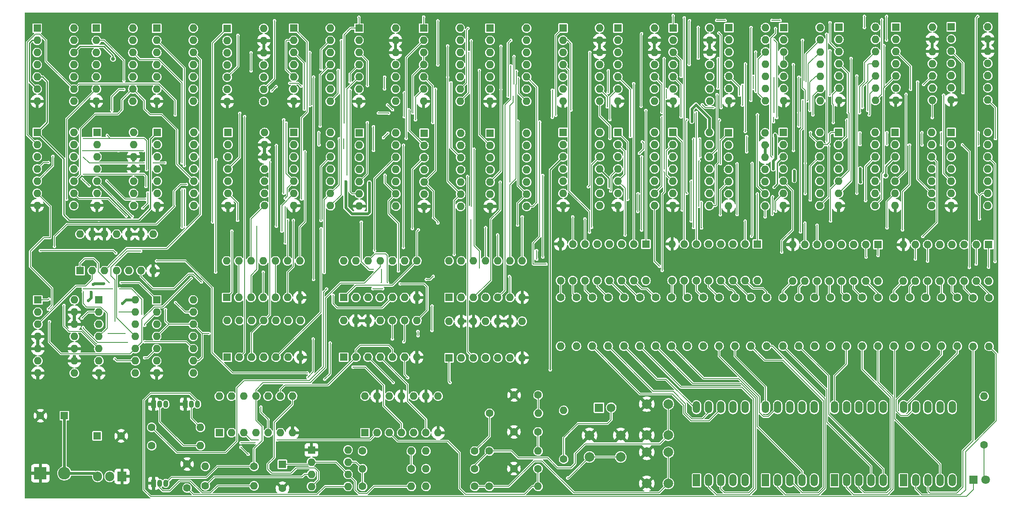
<source format=gbr>
%TF.GenerationSoftware,KiCad,Pcbnew,(6.0.1-0)*%
%TF.CreationDate,2023-01-05T00:44:50-08:00*%
%TF.ProjectId,DigitalClock,44696769-7461-46c4-936c-6f636b2e6b69,rev?*%
%TF.SameCoordinates,Original*%
%TF.FileFunction,Copper,L1,Top*%
%TF.FilePolarity,Positive*%
%FSLAX46Y46*%
G04 Gerber Fmt 4.6, Leading zero omitted, Abs format (unit mm)*
G04 Created by KiCad (PCBNEW (6.0.1-0)) date 2023-01-05 00:44:50*
%MOMM*%
%LPD*%
G01*
G04 APERTURE LIST*
%TA.AperFunction,ComponentPad*%
%ADD10R,1.050000X1.500000*%
%TD*%
%TA.AperFunction,ComponentPad*%
%ADD11O,1.050000X1.500000*%
%TD*%
%TA.AperFunction,ComponentPad*%
%ADD12R,1.600000X1.600000*%
%TD*%
%TA.AperFunction,ComponentPad*%
%ADD13O,1.600000X1.600000*%
%TD*%
%TA.AperFunction,ComponentPad*%
%ADD14R,1.524000X2.524000*%
%TD*%
%TA.AperFunction,ComponentPad*%
%ADD15O,1.524000X2.524000*%
%TD*%
%TA.AperFunction,ComponentPad*%
%ADD16C,1.600000*%
%TD*%
%TA.AperFunction,ComponentPad*%
%ADD17R,1.905000X2.000000*%
%TD*%
%TA.AperFunction,ComponentPad*%
%ADD18O,1.905000X2.000000*%
%TD*%
%TA.AperFunction,ComponentPad*%
%ADD19C,2.000000*%
%TD*%
%TA.AperFunction,ComponentPad*%
%ADD20R,1.800000X1.800000*%
%TD*%
%TA.AperFunction,ComponentPad*%
%ADD21C,1.800000*%
%TD*%
%TA.AperFunction,ComponentPad*%
%ADD22R,2.600000X2.600000*%
%TD*%
%TA.AperFunction,ComponentPad*%
%ADD23C,2.600000*%
%TD*%
%TA.AperFunction,ViaPad*%
%ADD24C,0.609600*%
%TD*%
%TA.AperFunction,ViaPad*%
%ADD25C,0.304800*%
%TD*%
%TA.AperFunction,ViaPad*%
%ADD26C,0.800000*%
%TD*%
%TA.AperFunction,Conductor*%
%ADD27C,0.609600*%
%TD*%
%TA.AperFunction,Conductor*%
%ADD28C,0.152400*%
%TD*%
%TA.AperFunction,Conductor*%
%ADD29C,0.250000*%
%TD*%
G04 APERTURE END LIST*
D10*
%TO.P,Q2,1,E*%
%TO.N,GND*%
X63464600Y-121304100D03*
D11*
%TO.P,Q2,2,B*%
%TO.N,Net-(Q2-Pad2)*%
X64734600Y-121304100D03*
%TO.P,Q2,3,C*%
%TO.N,Net-(D1-Pad1)*%
X66004600Y-121304100D03*
%TD*%
D12*
%TO.P,U5,1*%
%TO.N,Net-(U4-Pad3)*%
X125054600Y-111642100D03*
D13*
%TO.P,U5,2*%
%TO.N,/sec_counter/CLK_1min*%
X127594600Y-111642100D03*
%TO.P,U5,3*%
%TO.N,/min_counter/CLK_1min*%
X130134600Y-111642100D03*
%TO.P,U5,4*%
%TO.N,Net-(U4-Pad6)*%
X132674600Y-111642100D03*
%TO.P,U5,5*%
%TO.N,/min_counter/CLK_1hour*%
X135214600Y-111642100D03*
%TO.P,U5,6*%
%TO.N,/hour_counter/CLK_1hour*%
X137754600Y-111642100D03*
%TO.P,U5,7,GND*%
%TO.N,GND*%
X140294600Y-111642100D03*
%TO.P,U5,8*%
%TO.N,unconnected-(U5-Pad8)*%
X140294600Y-104022100D03*
%TO.P,U5,9*%
%TO.N,GND*%
X137754600Y-104022100D03*
%TO.P,U5,10*%
X135214600Y-104022100D03*
%TO.P,U5,11*%
%TO.N,unconnected-(U5-Pad11)*%
X132674600Y-104022100D03*
%TO.P,U5,12*%
%TO.N,GND*%
X130134600Y-104022100D03*
%TO.P,U5,13*%
X127594600Y-104022100D03*
%TO.P,U5,14,VCC*%
%TO.N,+5V*%
X125054600Y-104022100D03*
%TD*%
D14*
%TO.P,U10,1,CA*%
%TO.N,+5V*%
X205374400Y-137179100D03*
D15*
%TO.P,U10,2,F*%
%TO.N,Net-(R35-Pad2)*%
X207914400Y-137179100D03*
%TO.P,U10,3,G*%
%TO.N,Net-(R36-Pad2)*%
X210454400Y-137179100D03*
%TO.P,U10,4,E*%
%TO.N,Net-(R34-Pad2)*%
X212994400Y-137179100D03*
%TO.P,U10,5,D*%
%TO.N,Net-(R33-Pad2)*%
X215534400Y-137179100D03*
%TO.P,U10,6,CA*%
%TO.N,+5V*%
X215534400Y-121939100D03*
%TO.P,U10,7,DP*%
X212994400Y-121939100D03*
%TO.P,U10,8,C*%
%TO.N,Net-(R32-Pad2)*%
X210454400Y-121939100D03*
%TO.P,U10,9,B*%
%TO.N,Net-(R31-Pad2)*%
X207914400Y-121939100D03*
%TO.P,U10,10,A*%
%TO.N,Net-(R30-Pad2)*%
X205374400Y-121939100D03*
%TD*%
D12*
%TO.P,U51,1*%
%TO.N,/A2*%
X218145200Y-42706500D03*
D13*
%TO.P,U51,2*%
%TO.N,/hour_counter/~{ones_Q1}*%
X218145200Y-45246500D03*
%TO.P,U51,3*%
%TO.N,Net-(U51-Pad3)*%
X218145200Y-47786500D03*
%TO.P,U51,4*%
%TO.N,/hour_counter/~{ones_Q2}*%
X218145200Y-50326500D03*
%TO.P,U51,5*%
%TO.N,/hour_counter/~{ones_Q3}*%
X218145200Y-52866500D03*
%TO.P,U51,6*%
%TO.N,Net-(U51-Pad10)*%
X218145200Y-55406500D03*
%TO.P,U51,7,GND*%
%TO.N,GND*%
X218145200Y-57946500D03*
%TO.P,U51,8*%
%TO.N,/hour_counter/=1?*%
X225765200Y-57946500D03*
%TO.P,U51,9*%
%TO.N,Net-(U51-Pad3)*%
X225765200Y-55406500D03*
%TO.P,U51,10*%
%TO.N,Net-(U51-Pad10)*%
X225765200Y-52866500D03*
%TO.P,U51,11*%
%TO.N,unconnected-(U51-Pad11)*%
X225765200Y-50326500D03*
%TO.P,U51,12*%
%TO.N,GND*%
X225765200Y-47786500D03*
%TO.P,U51,13*%
X225765200Y-45246500D03*
%TO.P,U51,14,VCC*%
%TO.N,+5V*%
X225765200Y-42706500D03*
%TD*%
D12*
%TO.P,U53,1*%
%TO.N,/A2*%
X229702200Y-42655700D03*
D13*
%TO.P,U53,2*%
%TO.N,/hour_counter/~{ones_Q1}*%
X229702200Y-45195700D03*
%TO.P,U53,3*%
%TO.N,Net-(U53-Pad3)*%
X229702200Y-47735700D03*
%TO.P,U53,4*%
%TO.N,/hour_counter/~{ones_Q2}*%
X229702200Y-50275700D03*
%TO.P,U53,5*%
%TO.N,/D2*%
X229702200Y-52815700D03*
%TO.P,U53,6*%
%TO.N,Net-(U53-Pad10)*%
X229702200Y-55355700D03*
%TO.P,U53,7,GND*%
%TO.N,GND*%
X229702200Y-57895700D03*
%TO.P,U53,8*%
%TO.N,/hour_counter/=9?*%
X237322200Y-57895700D03*
%TO.P,U53,9*%
%TO.N,Net-(U53-Pad3)*%
X237322200Y-55355700D03*
%TO.P,U53,10*%
%TO.N,Net-(U53-Pad10)*%
X237322200Y-52815700D03*
%TO.P,U53,11*%
%TO.N,unconnected-(U53-Pad11)*%
X237322200Y-50275700D03*
%TO.P,U53,12*%
%TO.N,GND*%
X237322200Y-47735700D03*
%TO.P,U53,13*%
X237322200Y-45195700D03*
%TO.P,U53,14,VCC*%
%TO.N,+5V*%
X237322200Y-42655700D03*
%TD*%
D12*
%TO.P,U33,1*%
%TO.N,/A0*%
X119735600Y-42940100D03*
D13*
%TO.P,U33,2*%
%TO.N,/B0*%
X119735600Y-45480100D03*
%TO.P,U33,3*%
%TO.N,/min_counter/ones_Q01*%
X119735600Y-48020100D03*
%TO.P,U33,4*%
X119735600Y-50560100D03*
%TO.P,U33,5*%
%TO.N,/C0*%
X119735600Y-53100100D03*
%TO.P,U33,6*%
%TO.N,/min_counter/ones_Q012*%
X119735600Y-55640100D03*
%TO.P,U33,7,GND*%
%TO.N,GND*%
X119735600Y-58180100D03*
%TO.P,U33,8*%
%TO.N,/min_counter/tens_Q01*%
X127355600Y-58180100D03*
%TO.P,U33,9*%
%TO.N,/A1*%
X127355600Y-55640100D03*
%TO.P,U33,10*%
%TO.N,/B1*%
X127355600Y-53100100D03*
%TO.P,U33,11*%
%TO.N,/min_counter/tens_Q012*%
X127355600Y-50560100D03*
%TO.P,U33,12*%
%TO.N,/min_counter/tens_Q01*%
X127355600Y-48020100D03*
%TO.P,U33,13*%
%TO.N,/C1*%
X127355600Y-45480100D03*
%TO.P,U33,14,VCC*%
%TO.N,+5V*%
X127355600Y-42940100D03*
%TD*%
D16*
%TO.P,R40,1*%
%TO.N,Net-(R40-Pad1)*%
X221071600Y-99063700D03*
D13*
%TO.P,R40,2*%
%TO.N,Net-(R40-Pad2)*%
X221071600Y-109223700D03*
%TD*%
D16*
%TO.P,R30,1*%
%TO.N,Net-(R30-Pad1)*%
X207863600Y-99063700D03*
D13*
%TO.P,R30,2*%
%TO.N,Net-(R30-Pad2)*%
X207863600Y-109223700D03*
%TD*%
D12*
%TO.P,U12,1,B*%
%TO.N,/B0*%
X237480000Y-88055500D03*
D13*
%TO.P,U12,2,C*%
%TO.N,/C0*%
X234940000Y-88055500D03*
%TO.P,U12,3,LT*%
%TO.N,+5V*%
X232400000Y-88055500D03*
%TO.P,U12,4,BI*%
X229860000Y-88055500D03*
%TO.P,U12,5,RBI*%
X227320000Y-88055500D03*
%TO.P,U12,6,D*%
%TO.N,/D0*%
X224780000Y-88055500D03*
%TO.P,U12,7,A*%
%TO.N,/A0*%
X222240000Y-88055500D03*
%TO.P,U12,8,GND*%
%TO.N,GND*%
X219700000Y-88055500D03*
%TO.P,U12,9,e*%
%TO.N,Net-(R41-Pad1)*%
X219700000Y-95675500D03*
%TO.P,U12,10,d*%
%TO.N,Net-(R40-Pad1)*%
X222240000Y-95675500D03*
%TO.P,U12,11,c*%
%TO.N,Net-(R39-Pad1)*%
X224780000Y-95675500D03*
%TO.P,U12,12,b*%
%TO.N,Net-(R38-Pad1)*%
X227320000Y-95675500D03*
%TO.P,U12,13,a*%
%TO.N,Net-(R37-Pad1)*%
X229860000Y-95675500D03*
%TO.P,U12,14,g*%
%TO.N,Net-(R43-Pad1)*%
X232400000Y-95675500D03*
%TO.P,U12,15,f*%
%TO.N,Net-(R42-Pad1)*%
X234940000Y-95675500D03*
%TO.P,U12,16,VCC*%
%TO.N,+5V*%
X237480000Y-95675500D03*
%TD*%
D12*
%TO.P,U21,1*%
%TO.N,/sec_counter/~{=59?}*%
X48143400Y-93481100D03*
D13*
%TO.P,U21,2*%
%TO.N,Net-(U19-Pad3)*%
X50683400Y-93481100D03*
%TO.P,U21,3*%
%TO.N,/sec_counter/D5*%
X53223400Y-93481100D03*
%TO.P,U21,4*%
%TO.N,Net-(U16-Pad11)*%
X55763400Y-93481100D03*
%TO.P,U21,5*%
%TO.N,Net-(U16-Pad8)*%
X58303400Y-93481100D03*
%TO.P,U21,6*%
%TO.N,/sec_counter/=59?*%
X60843400Y-93481100D03*
%TO.P,U21,7,GND*%
%TO.N,GND*%
X63383400Y-93481100D03*
%TO.P,U21,8*%
%TO.N,unconnected-(U21-Pad8)*%
X63383400Y-85861100D03*
%TO.P,U21,9*%
%TO.N,GND*%
X60843400Y-85861100D03*
%TO.P,U21,10*%
X58303400Y-85861100D03*
%TO.P,U21,11*%
%TO.N,unconnected-(U21-Pad11)*%
X55763400Y-85861100D03*
%TO.P,U21,12*%
%TO.N,GND*%
X53223400Y-85861100D03*
%TO.P,U21,13*%
X50683400Y-85861100D03*
%TO.P,U21,14,VCC*%
%TO.N,+5V*%
X48143400Y-85861100D03*
%TD*%
D17*
%TO.P,U11,1,GND*%
%TO.N,GND*%
X56886000Y-136366300D03*
D18*
%TO.P,U11,2,VO*%
%TO.N,+5V*%
X54346000Y-136366300D03*
%TO.P,U11,3,VI*%
%TO.N,+9V*%
X51806000Y-136366300D03*
%TD*%
D19*
%TO.P,SW3,1,1*%
%TO.N,GND*%
X166243600Y-131338300D03*
X166243600Y-137838300D03*
%TO.P,SW3,2,2*%
%TO.N,Net-(R3-Pad1)*%
X170743600Y-131338300D03*
X170743600Y-137838300D03*
%TD*%
D12*
%TO.P,U25,1*%
%TO.N,/sec_counter/Q0*%
X64236600Y-64657100D03*
D13*
%TO.P,U25,2*%
%TO.N,/sec_counter/Q1*%
X64236600Y-67197100D03*
%TO.P,U25,3*%
%TO.N,/sec_counter/Q01*%
X64236600Y-69737100D03*
%TO.P,U25,4*%
X64236600Y-72277100D03*
%TO.P,U25,5*%
%TO.N,/sec_counter/Q2*%
X64236600Y-74817100D03*
%TO.P,U25,6*%
%TO.N,/sec_counter/Q012*%
X64236600Y-77357100D03*
%TO.P,U25,7,GND*%
%TO.N,GND*%
X64236600Y-79897100D03*
%TO.P,U25,8*%
%TO.N,/sec_counter/Q0123*%
X71856600Y-79897100D03*
%TO.P,U25,9*%
%TO.N,/sec_counter/Q012*%
X71856600Y-77357100D03*
%TO.P,U25,10*%
%TO.N,/sec_counter/Q3*%
X71856600Y-74817100D03*
%TO.P,U25,11*%
%TO.N,/sec_counter/Q01234*%
X71856600Y-72277100D03*
%TO.P,U25,12*%
%TO.N,/sec_counter/Q0123*%
X71856600Y-69737100D03*
%TO.P,U25,13*%
%TO.N,/sec_counter/Q4*%
X71856600Y-67197100D03*
%TO.P,U25,14,VCC*%
%TO.N,+5V*%
X71856600Y-64657100D03*
%TD*%
D12*
%TO.P,U54,1*%
%TO.N,Net-(C3-Pad1)*%
X107528600Y-127263100D03*
D13*
%TO.P,U54,2*%
%TO.N,/RESET_BUTTON*%
X110068600Y-127263100D03*
%TO.P,U54,3*%
%TO.N,Net-(C4-Pad1)*%
X112608600Y-127263100D03*
%TO.P,U54,4*%
%TO.N,/+MIN*%
X115148600Y-127263100D03*
%TO.P,U54,5*%
%TO.N,Net-(C2-Pad1)*%
X117688600Y-127263100D03*
%TO.P,U54,6*%
%TO.N,/+HOUR*%
X120228600Y-127263100D03*
%TO.P,U54,7,GND*%
%TO.N,GND*%
X122768600Y-127263100D03*
%TO.P,U54,8*%
%TO.N,unconnected-(U54-Pad8)*%
X122768600Y-119643100D03*
%TO.P,U54,9*%
%TO.N,GND*%
X120228600Y-119643100D03*
%TO.P,U54,10*%
%TO.N,unconnected-(U54-Pad10)*%
X117688600Y-119643100D03*
%TO.P,U54,11*%
%TO.N,GND*%
X115148600Y-119643100D03*
%TO.P,U54,12*%
%TO.N,unconnected-(U54-Pad12)*%
X112608600Y-119643100D03*
%TO.P,U54,13*%
%TO.N,GND*%
X110068600Y-119643100D03*
%TO.P,U54,14,VCC*%
%TO.N,+5V*%
X107528600Y-119643100D03*
%TD*%
D12*
%TO.P,U18,1*%
%TO.N,/sec_counter/Q0*%
X39217600Y-64657100D03*
D13*
%TO.P,U18,2*%
%TO.N,/sec_counter/Q1*%
X39217600Y-67197100D03*
%TO.P,U18,3*%
%TO.N,Net-(U18-Pad3)*%
X39217600Y-69737100D03*
%TO.P,U18,4*%
%TO.N,/sec_counter/Q01*%
X39217600Y-72277100D03*
%TO.P,U18,5*%
%TO.N,/sec_counter/Q2*%
X39217600Y-74817100D03*
%TO.P,U18,6*%
%TO.N,Net-(U18-Pad6)*%
X39217600Y-77357100D03*
%TO.P,U18,7,GND*%
%TO.N,GND*%
X39217600Y-79897100D03*
%TO.P,U18,8*%
%TO.N,Net-(U18-Pad8)*%
X46837600Y-79897100D03*
%TO.P,U18,9*%
%TO.N,/sec_counter/Q012*%
X46837600Y-77357100D03*
%TO.P,U18,10*%
%TO.N,/sec_counter/Q3*%
X46837600Y-74817100D03*
%TO.P,U18,11*%
%TO.N,Net-(U18-Pad11)*%
X46837600Y-72277100D03*
%TO.P,U18,12*%
%TO.N,/sec_counter/Q0123*%
X46837600Y-69737100D03*
%TO.P,U18,13*%
%TO.N,/sec_counter/Q4*%
X46837600Y-67197100D03*
%TO.P,U18,14,VCC*%
%TO.N,+5V*%
X46837600Y-64657100D03*
%TD*%
D16*
%TO.P,R29,1*%
%TO.N,Net-(R29-Pad1)*%
X187909600Y-99063700D03*
D13*
%TO.P,R29,2*%
%TO.N,Net-(R29-Pad2)*%
X187909600Y-109223700D03*
%TD*%
D12*
%TO.P,U35,1,~{R}*%
%TO.N,/~{RESET_PULSE}*%
X133604000Y-64834900D03*
D13*
%TO.P,U35,2,D*%
%TO.N,/min_counter/tens_D2*%
X133604000Y-67374900D03*
%TO.P,U35,3,C*%
%TO.N,/min_counter/CLK_10min*%
X133604000Y-69914900D03*
%TO.P,U35,4,~{S}*%
%TO.N,+5V*%
X133604000Y-72454900D03*
%TO.P,U35,5,Q*%
%TO.N,/C1*%
X133604000Y-74994900D03*
%TO.P,U35,6,~{Q}*%
%TO.N,/min_counter/~{tens_Q2}*%
X133604000Y-77534900D03*
%TO.P,U35,7,GND*%
%TO.N,GND*%
X133604000Y-80074900D03*
%TO.P,U35,8,~{Q}*%
%TO.N,/min_counter/~{tens_Q3}*%
X141224000Y-80074900D03*
%TO.P,U35,9,Q*%
%TO.N,/D1*%
X141224000Y-77534900D03*
%TO.P,U35,10,~{S}*%
%TO.N,+5V*%
X141224000Y-74994900D03*
%TO.P,U35,11,C*%
%TO.N,/min_counter/CLK_10min*%
X141224000Y-72454900D03*
%TO.P,U35,12,D*%
%TO.N,/min_counter/tens_D3*%
X141224000Y-69914900D03*
%TO.P,U35,13,~{R}*%
%TO.N,/~{RESET_PULSE}*%
X141224000Y-67374900D03*
%TO.P,U35,14,VCC*%
%TO.N,+5V*%
X141224000Y-64834900D03*
%TD*%
D16*
%TO.P,R13,1*%
%TO.N,Net-(D1-Pad2)*%
X148935600Y-132759500D03*
D13*
%TO.P,R13,2*%
%TO.N,+5V*%
X148935600Y-122599500D03*
%TD*%
D19*
%TO.P,SW1,1,1*%
%TO.N,GND*%
X166243600Y-127779900D03*
X166243600Y-121279900D03*
%TO.P,SW1,2,2*%
%TO.N,Net-(R1-Pad1)*%
X170743600Y-121279900D03*
X170743600Y-127779900D03*
%TD*%
D12*
%TO.P,U41,1,~{R}*%
%TO.N,+5V*%
X148818600Y-64682500D03*
D13*
%TO.P,U41,2,D*%
%TO.N,/hour_counter/=9 or =11?*%
X148818600Y-67222500D03*
%TO.P,U41,3,C*%
%TO.N,/hour_counter/CLK_1hour*%
X148818600Y-69762500D03*
%TO.P,U41,4,~{S}*%
%TO.N,+5V*%
X148818600Y-72302500D03*
%TO.P,U41,5,Q*%
%TO.N,/hour_counter/CLK_10hour*%
X148818600Y-74842500D03*
%TO.P,U41,6,~{Q}*%
%TO.N,unconnected-(U41-Pad6)*%
X148818600Y-77382500D03*
%TO.P,U41,7,GND*%
%TO.N,GND*%
X148818600Y-79922500D03*
%TO.P,U41,8,~{Q}*%
%TO.N,unconnected-(U41-Pad8)*%
X156438600Y-79922500D03*
%TO.P,U41,9,Q*%
%TO.N,/hour_counter/CLK_12hour*%
X156438600Y-77382500D03*
%TO.P,U41,10,~{S}*%
%TO.N,+5V*%
X156438600Y-74842500D03*
%TO.P,U41,11,C*%
%TO.N,/hour_counter/CLK_1hour*%
X156438600Y-72302500D03*
%TO.P,U41,12,D*%
%TO.N,/hour_counter/=11?*%
X156438600Y-69762500D03*
%TO.P,U41,13,~{R}*%
%TO.N,+5V*%
X156438600Y-67222500D03*
%TO.P,U41,14,VCC*%
X156438600Y-64682500D03*
%TD*%
D12*
%TO.P,U26,1,~{R}*%
%TO.N,/~{RESET_PULSE}*%
X92710000Y-64707900D03*
D13*
%TO.P,U26,2,D*%
%TO.N,/min_counter/ones_D0*%
X92710000Y-67247900D03*
%TO.P,U26,3,C*%
%TO.N,/min_counter/CLK_1min*%
X92710000Y-69787900D03*
%TO.P,U26,4,~{S}*%
%TO.N,+5V*%
X92710000Y-72327900D03*
%TO.P,U26,5,Q*%
%TO.N,/A0*%
X92710000Y-74867900D03*
%TO.P,U26,6,~{Q}*%
%TO.N,/min_counter/~{ones_Q0}*%
X92710000Y-77407900D03*
%TO.P,U26,7,GND*%
%TO.N,GND*%
X92710000Y-79947900D03*
%TO.P,U26,8,~{Q}*%
%TO.N,/min_counter/~{ones_Q1}*%
X100330000Y-79947900D03*
%TO.P,U26,9,Q*%
%TO.N,/B0*%
X100330000Y-77407900D03*
%TO.P,U26,10,~{S}*%
%TO.N,+5V*%
X100330000Y-74867900D03*
%TO.P,U26,11,C*%
%TO.N,/min_counter/CLK_1min*%
X100330000Y-72327900D03*
%TO.P,U26,12,D*%
%TO.N,/min_counter/ones_D1*%
X100330000Y-69787900D03*
%TO.P,U26,13,~{R}*%
%TO.N,/~{RESET_PULSE}*%
X100330000Y-67247900D03*
%TO.P,U26,14,VCC*%
%TO.N,+5V*%
X100330000Y-64707900D03*
%TD*%
D12*
%TO.P,U38,1,~{R}*%
%TO.N,/~{RESET_PULSE}*%
X194665600Y-64687500D03*
D13*
%TO.P,U38,2,D*%
%TO.N,/hour_counter/ones_D0*%
X194665600Y-67227500D03*
%TO.P,U38,3,C*%
%TO.N,/hour_counter/CLK_1hour*%
X194665600Y-69767500D03*
%TO.P,U38,4,~{S}*%
%TO.N,+5V*%
X194665600Y-72307500D03*
%TO.P,U38,5,Q*%
%TO.N,/A2*%
X194665600Y-74847500D03*
%TO.P,U38,6,~{Q}*%
%TO.N,/hour_counter/~{ones_Q0}*%
X194665600Y-77387500D03*
%TO.P,U38,7,GND*%
%TO.N,GND*%
X194665600Y-79927500D03*
%TO.P,U38,8,~{Q}*%
%TO.N,/hour_counter/~{ones_Q1}*%
X202285600Y-79927500D03*
%TO.P,U38,9,Q*%
%TO.N,/hour_counter/ones_Q1*%
X202285600Y-77387500D03*
%TO.P,U38,10,~{S}*%
%TO.N,+5V*%
X202285600Y-74847500D03*
%TO.P,U38,11,C*%
%TO.N,/hour_counter/CLK_1hour*%
X202285600Y-72307500D03*
%TO.P,U38,12,D*%
%TO.N,/hour_counter/ones_D1*%
X202285600Y-69767500D03*
%TO.P,U38,13,~{R}*%
%TO.N,/~{RESET_PULSE}*%
X202285600Y-67227500D03*
%TO.P,U38,14,VCC*%
%TO.N,+5V*%
X202285600Y-64687500D03*
%TD*%
D16*
%TO.P,R25,1*%
%TO.N,Net-(R25-Pad1)*%
X178003600Y-99063700D03*
D13*
%TO.P,R25,2*%
%TO.N,Net-(R25-Pad2)*%
X178003600Y-109223700D03*
%TD*%
D14*
%TO.P,U14,1,CA*%
%TO.N,+5V*%
X219750800Y-137179100D03*
D15*
%TO.P,U14,2,F*%
%TO.N,Net-(R42-Pad2)*%
X222290800Y-137179100D03*
%TO.P,U14,3,G*%
%TO.N,Net-(R43-Pad2)*%
X224830800Y-137179100D03*
%TO.P,U14,4,E*%
%TO.N,Net-(R41-Pad2)*%
X227370800Y-137179100D03*
%TO.P,U14,5,D*%
%TO.N,Net-(R40-Pad2)*%
X229910800Y-137179100D03*
%TO.P,U14,6,CA*%
%TO.N,+5V*%
X229910800Y-121939100D03*
%TO.P,U14,7,DP*%
X227370800Y-121939100D03*
%TO.P,U14,8,C*%
%TO.N,Net-(R39-Pad2)*%
X224830800Y-121939100D03*
%TO.P,U14,9,B*%
%TO.N,Net-(R38-Pad2)*%
X222290800Y-121939100D03*
%TO.P,U14,10,A*%
%TO.N,Net-(R37-Pad2)*%
X219750800Y-121939100D03*
%TD*%
D16*
%TO.P,R42,1*%
%TO.N,Net-(R42-Pad1)*%
X237581600Y-99089100D03*
D13*
%TO.P,R42,2*%
%TO.N,Net-(R42-Pad2)*%
X237581600Y-109249100D03*
%TD*%
D12*
%TO.P,U8,1,B*%
%TO.N,/B1*%
X214452600Y-88040100D03*
D13*
%TO.P,U8,2,C*%
%TO.N,/C1*%
X211912600Y-88040100D03*
%TO.P,U8,3,LT*%
%TO.N,+5V*%
X209372600Y-88040100D03*
%TO.P,U8,4,BI*%
X206832600Y-88040100D03*
%TO.P,U8,5,RBI*%
X204292600Y-88040100D03*
%TO.P,U8,6,D*%
%TO.N,/D1*%
X201752600Y-88040100D03*
%TO.P,U8,7,A*%
%TO.N,/A1*%
X199212600Y-88040100D03*
%TO.P,U8,8,GND*%
%TO.N,GND*%
X196672600Y-88040100D03*
%TO.P,U8,9,e*%
%TO.N,Net-(R34-Pad1)*%
X196672600Y-95660100D03*
%TO.P,U8,10,d*%
%TO.N,Net-(R33-Pad1)*%
X199212600Y-95660100D03*
%TO.P,U8,11,c*%
%TO.N,Net-(R32-Pad1)*%
X201752600Y-95660100D03*
%TO.P,U8,12,b*%
%TO.N,Net-(R31-Pad1)*%
X204292600Y-95660100D03*
%TO.P,U8,13,a*%
%TO.N,Net-(R30-Pad1)*%
X206832600Y-95660100D03*
%TO.P,U8,14,g*%
%TO.N,Net-(R36-Pad1)*%
X209372600Y-95660100D03*
%TO.P,U8,15,f*%
%TO.N,Net-(R35-Pad1)*%
X211912600Y-95660100D03*
%TO.P,U8,16,VCC*%
%TO.N,+5V*%
X214452600Y-95660100D03*
%TD*%
D12*
%TO.P,U31,1,~{R}*%
%TO.N,+5V*%
X78831600Y-111515100D03*
D13*
%TO.P,U31,2,D*%
%TO.N,/min_counter/=9?*%
X81371600Y-111515100D03*
%TO.P,U31,3,C*%
%TO.N,/min_counter/CLK_1min*%
X83911600Y-111515100D03*
%TO.P,U31,4,~{S}*%
%TO.N,+5V*%
X86451600Y-111515100D03*
%TO.P,U31,5,Q*%
%TO.N,/min_counter/CLK_10min*%
X88991600Y-111515100D03*
%TO.P,U31,6,~{Q}*%
%TO.N,unconnected-(U31-Pad6)*%
X91531600Y-111515100D03*
%TO.P,U31,7,GND*%
%TO.N,GND*%
X94071600Y-111515100D03*
%TO.P,U31,8,~{Q}*%
%TO.N,unconnected-(U31-Pad8)*%
X94071600Y-103895100D03*
%TO.P,U31,9,Q*%
%TO.N,/min_counter/CLK_1hour*%
X91531600Y-103895100D03*
%TO.P,U31,10,~{S}*%
%TO.N,+5V*%
X88991600Y-103895100D03*
%TO.P,U31,11,C*%
%TO.N,/min_counter/CLK_1min*%
X86451600Y-103895100D03*
%TO.P,U31,12,D*%
%TO.N,/min_counter/=59?*%
X83911600Y-103895100D03*
%TO.P,U31,13,~{R}*%
%TO.N,+5V*%
X81371600Y-103895100D03*
%TO.P,U31,14,VCC*%
X78831600Y-103895100D03*
%TD*%
D16*
%TO.P,R3,1*%
%TO.N,Net-(R3-Pad1)*%
X130393600Y-138449100D03*
D13*
%TO.P,R3,2*%
%TO.N,+5V*%
X120233600Y-138449100D03*
%TD*%
D12*
%TO.P,U50,1*%
%TO.N,Net-(U49-Pad8)*%
X171739400Y-42884300D03*
D13*
%TO.P,U50,2*%
%TO.N,Net-(U49-Pad11)*%
X171739400Y-45424300D03*
%TO.P,U50,3*%
%TO.N,Net-(U50-Pad10)*%
X171739400Y-47964300D03*
%TO.P,U50,4*%
%TO.N,Net-(U49-Pad3)*%
X171739400Y-50504300D03*
%TO.P,U50,5*%
%TO.N,Net-(U49-Pad6)*%
X171739400Y-53044300D03*
%TO.P,U50,6*%
%TO.N,Net-(U50-Pad6)*%
X171739400Y-55584300D03*
%TO.P,U50,7,GND*%
%TO.N,GND*%
X171739400Y-58124300D03*
%TO.P,U50,8*%
%TO.N,Net-(U15-Pad9)*%
X179359400Y-58124300D03*
%TO.P,U50,9*%
%TO.N,Net-(U50-Pad6)*%
X179359400Y-55584300D03*
%TO.P,U50,10*%
%TO.N,Net-(U50-Pad10)*%
X179359400Y-53044300D03*
%TO.P,U50,11*%
%TO.N,unconnected-(U50-Pad11)*%
X179359400Y-50504300D03*
%TO.P,U50,12*%
%TO.N,GND*%
X179359400Y-47964300D03*
%TO.P,U50,13*%
X179359400Y-45424300D03*
%TO.P,U50,14,VCC*%
%TO.N,+5V*%
X179359400Y-42884300D03*
%TD*%
D10*
%TO.P,Q1,1,E*%
%TO.N,GND*%
X63464600Y-137793100D03*
D11*
%TO.P,Q1,2,B*%
%TO.N,Net-(Q1-Pad2)*%
X64734600Y-137793100D03*
%TO.P,Q1,3,C*%
%TO.N,/CLK_1sec*%
X66004600Y-137793100D03*
%TD*%
D12*
%TO.P,U17,1,~{R}*%
%TO.N,/~{RESET_PULSE}*%
X39217600Y-42940100D03*
D13*
%TO.P,U17,2,D*%
%TO.N,/sec_counter/D0*%
X39217600Y-45480100D03*
%TO.P,U17,3,C*%
%TO.N,/CLK_1sec*%
X39217600Y-48020100D03*
%TO.P,U17,4,~{S}*%
%TO.N,+5V*%
X39217600Y-50560100D03*
%TO.P,U17,5,Q*%
%TO.N,/sec_counter/Q0*%
X39217600Y-53100100D03*
%TO.P,U17,6,~{Q}*%
%TO.N,/sec_counter/D0*%
X39217600Y-55640100D03*
%TO.P,U17,7,GND*%
%TO.N,GND*%
X39217600Y-58180100D03*
%TO.P,U17,8,~{Q}*%
%TO.N,/sec_counter/~{Q1}*%
X46837600Y-58180100D03*
%TO.P,U17,9,Q*%
%TO.N,/sec_counter/Q1*%
X46837600Y-55640100D03*
%TO.P,U17,10,~{S}*%
%TO.N,+5V*%
X46837600Y-53100100D03*
%TO.P,U17,11,C*%
%TO.N,/CLK_1sec*%
X46837600Y-50560100D03*
%TO.P,U17,12,D*%
%TO.N,/sec_counter/D1*%
X46837600Y-48020100D03*
%TO.P,U17,13,~{R}*%
%TO.N,/~{RESET_PULSE}*%
X46837600Y-45480100D03*
%TO.P,U17,14,VCC*%
%TO.N,+5V*%
X46837600Y-42940100D03*
%TD*%
D12*
%TO.P,U6,1,B*%
%TO.N,/B2*%
X189306600Y-87913100D03*
D13*
%TO.P,U6,2,C*%
%TO.N,/C2*%
X186766600Y-87913100D03*
%TO.P,U6,3,LT*%
%TO.N,+5V*%
X184226600Y-87913100D03*
%TO.P,U6,4,BI*%
X181686600Y-87913100D03*
%TO.P,U6,5,RBI*%
X179146600Y-87913100D03*
%TO.P,U6,6,D*%
%TO.N,/D2*%
X176606600Y-87913100D03*
%TO.P,U6,7,A*%
%TO.N,/A2*%
X174066600Y-87913100D03*
%TO.P,U6,8,GND*%
%TO.N,GND*%
X171526600Y-87913100D03*
%TO.P,U6,9,e*%
%TO.N,Net-(R27-Pad1)*%
X171526600Y-95533100D03*
%TO.P,U6,10,d*%
%TO.N,Net-(R26-Pad1)*%
X174066600Y-95533100D03*
%TO.P,U6,11,c*%
%TO.N,Net-(R25-Pad1)*%
X176606600Y-95533100D03*
%TO.P,U6,12,b*%
%TO.N,Net-(R24-Pad1)*%
X179146600Y-95533100D03*
%TO.P,U6,13,a*%
%TO.N,Net-(R23-Pad1)*%
X181686600Y-95533100D03*
%TO.P,U6,14,g*%
%TO.N,Net-(R29-Pad1)*%
X184226600Y-95533100D03*
%TO.P,U6,15,f*%
%TO.N,Net-(R28-Pad1)*%
X186766600Y-95533100D03*
%TO.P,U6,16,VCC*%
%TO.N,+5V*%
X189306600Y-95533100D03*
%TD*%
D16*
%TO.P,R20,1*%
%TO.N,Net-(R20-Pad1)*%
X148285600Y-99063700D03*
D13*
%TO.P,R20,2*%
%TO.N,Net-(R20-Pad2)*%
X148285600Y-109223700D03*
%TD*%
D12*
%TO.P,U47,1*%
%TO.N,/hour_counter/~{tens_Q0}*%
X160248600Y-64657100D03*
D13*
%TO.P,U47,2*%
%TO.N,/hour_counter/~{=11?}*%
X160248600Y-67197100D03*
%TO.P,U47,3*%
%TO.N,/hour_counter/tens_D0*%
X160248600Y-69737100D03*
%TO.P,U47,4*%
%TO.N,Net-(U44-Pad3)*%
X160248600Y-72277100D03*
%TO.P,U47,5*%
%TO.N,/hour_counter/~{=11?}*%
X160248600Y-74817100D03*
%TO.P,U47,6*%
%TO.N,/hour_counter/tens_D1*%
X160248600Y-77357100D03*
%TO.P,U47,7,GND*%
%TO.N,GND*%
X160248600Y-79897100D03*
%TO.P,U47,8*%
%TO.N,/hour_counter/tens_D2*%
X167868600Y-79897100D03*
%TO.P,U47,9*%
%TO.N,Net-(U44-Pad6)*%
X167868600Y-77357100D03*
%TO.P,U47,10*%
%TO.N,/hour_counter/~{=11?}*%
X167868600Y-74817100D03*
%TO.P,U47,11*%
%TO.N,/hour_counter/tens_D3*%
X167868600Y-72277100D03*
%TO.P,U47,12*%
%TO.N,Net-(U44-Pad8)*%
X167868600Y-69737100D03*
%TO.P,U47,13*%
%TO.N,/hour_counter/~{=11?}*%
X167868600Y-67197100D03*
%TO.P,U47,14,VCC*%
%TO.N,+5V*%
X167868600Y-64657100D03*
%TD*%
D20*
%TO.P,D2,1,K*%
%TO.N,Net-(D2-Pad1)*%
X234350800Y-137077500D03*
D21*
%TO.P,D2,2,A*%
%TO.N,Net-(D2-Pad2)*%
X236890800Y-137077500D03*
%TD*%
D16*
%TO.P,R14,1*%
%TO.N,/AM{slash}PM*%
X63083600Y-126130100D03*
D13*
%TO.P,R14,2*%
%TO.N,Net-(Q3-Pad2)*%
X73243600Y-126130100D03*
%TD*%
D19*
%TO.P,SW2,1,1*%
%TO.N,GND*%
X160821600Y-127817100D03*
X154321600Y-127817100D03*
%TO.P,SW2,2,2*%
%TO.N,Net-(R2-Pad1)*%
X160821600Y-132317100D03*
X154321600Y-132317100D03*
%TD*%
D12*
%TO.P,U4,1*%
%TO.N,/+MIN*%
X103083600Y-111515100D03*
D13*
%TO.P,U4,2*%
%TO.N,/RESET_STATE*%
X105623600Y-111515100D03*
%TO.P,U4,3*%
%TO.N,Net-(U4-Pad3)*%
X108163600Y-111515100D03*
%TO.P,U4,4*%
%TO.N,/+HOUR*%
X110703600Y-111515100D03*
%TO.P,U4,5*%
%TO.N,/RESET_STATE*%
X113243600Y-111515100D03*
%TO.P,U4,6*%
%TO.N,Net-(U4-Pad6)*%
X115783600Y-111515100D03*
%TO.P,U4,7,GND*%
%TO.N,GND*%
X118323600Y-111515100D03*
%TO.P,U4,8*%
%TO.N,Net-(U13-Pad12)*%
X118323600Y-103895100D03*
%TO.P,U4,9*%
%TO.N,Net-(U4-Pad9)*%
X115783600Y-103895100D03*
%TO.P,U4,10*%
%TO.N,/~{RESET_STATE}*%
X113243600Y-103895100D03*
%TO.P,U4,11*%
%TO.N,unconnected-(U4-Pad11)*%
X110703600Y-103895100D03*
%TO.P,U4,12*%
%TO.N,GND*%
X108163600Y-103895100D03*
%TO.P,U4,13*%
X105623600Y-103895100D03*
%TO.P,U4,14,VCC*%
%TO.N,+5V*%
X103083600Y-103895100D03*
%TD*%
D16*
%TO.P,R41,1*%
%TO.N,Net-(R41-Pad1)*%
X217769600Y-99063700D03*
D13*
%TO.P,R41,2*%
%TO.N,Net-(R41-Pad2)*%
X217769600Y-109223700D03*
%TD*%
D16*
%TO.P,R12,1*%
%TO.N,/CLK_1sec*%
X84419600Y-134258100D03*
D13*
%TO.P,R12,2*%
%TO.N,+5V*%
X74259600Y-134258100D03*
%TD*%
D12*
%TO.P,U29,1*%
%TO.N,/A1*%
X133578600Y-42940100D03*
D13*
%TO.P,U29,2*%
%TO.N,/min_counter/~{tens_Q1}*%
X133578600Y-45480100D03*
%TO.P,U29,3*%
%TO.N,Net-(U29-Pad3)*%
X133578600Y-48020100D03*
%TO.P,U29,4*%
X133578600Y-50560100D03*
%TO.P,U29,5*%
%TO.N,Net-(U29-Pad5)*%
X133578600Y-53100100D03*
%TO.P,U29,6*%
%TO.N,Net-(U29-Pad12)*%
X133578600Y-55640100D03*
%TO.P,U29,7,GND*%
%TO.N,GND*%
X133578600Y-58180100D03*
%TO.P,U29,8*%
%TO.N,Net-(U29-Pad5)*%
X141198600Y-58180100D03*
%TO.P,U29,9*%
%TO.N,/C1*%
X141198600Y-55640100D03*
%TO.P,U29,10*%
%TO.N,/min_counter/~{tens_Q3}*%
X141198600Y-53100100D03*
%TO.P,U29,11*%
%TO.N,/min_counter/=59?*%
X141198600Y-50560100D03*
%TO.P,U29,12*%
%TO.N,Net-(U29-Pad12)*%
X141198600Y-48020100D03*
%TO.P,U29,13*%
%TO.N,/min_counter/=9?*%
X141198600Y-45480100D03*
%TO.P,U29,14,VCC*%
%TO.N,+5V*%
X141198600Y-42940100D03*
%TD*%
D16*
%TO.P,R19,1*%
%TO.N,Net-(R19-Pad1)*%
X151587600Y-99063700D03*
D13*
%TO.P,R19,2*%
%TO.N,Net-(R19-Pad2)*%
X151587600Y-109223700D03*
%TD*%
D16*
%TO.P,R1,1*%
%TO.N,Net-(R1-Pad1)*%
X130393600Y-134766100D03*
D13*
%TO.P,R1,2*%
%TO.N,+5V*%
X120233600Y-134766100D03*
%TD*%
D16*
%TO.P,R37,1*%
%TO.N,Net-(R37-Pad1)*%
X230977600Y-99063700D03*
D13*
%TO.P,R37,2*%
%TO.N,Net-(R37-Pad2)*%
X230977600Y-109223700D03*
%TD*%
D16*
%TO.P,C4,1*%
%TO.N,Net-(C4-Pad1)*%
X143561600Y-134740700D03*
%TO.P,C4,2*%
%TO.N,GND*%
X138561600Y-134740700D03*
%TD*%
D12*
%TO.P,C6,1*%
%TO.N,+9V*%
X44882600Y-123717100D03*
D16*
%TO.P,C6,2*%
%TO.N,GND*%
X39882600Y-123717100D03*
%TD*%
D12*
%TO.P,U46,1,~{R}*%
%TO.N,/~{RESET_PULSE}*%
X229707600Y-64687500D03*
D13*
%TO.P,U46,2,D*%
%TO.N,/hour_counter/tens_D2*%
X229707600Y-67227500D03*
%TO.P,U46,3,C*%
%TO.N,/hour_counter/CLK_10hour*%
X229707600Y-69767500D03*
%TO.P,U46,4,~{S}*%
%TO.N,+5V*%
X229707600Y-72307500D03*
%TO.P,U46,5,Q*%
%TO.N,/C3*%
X229707600Y-74847500D03*
%TO.P,U46,6,~{Q}*%
%TO.N,/hour_counter/~{tens_Q2}*%
X229707600Y-77387500D03*
%TO.P,U46,7,GND*%
%TO.N,GND*%
X229707600Y-79927500D03*
%TO.P,U46,8,~{Q}*%
%TO.N,/hour_counter/~{tens_Q3}*%
X237327600Y-79927500D03*
%TO.P,U46,9,Q*%
%TO.N,/D3*%
X237327600Y-77387500D03*
%TO.P,U46,10,~{S}*%
%TO.N,+5V*%
X237327600Y-74847500D03*
%TO.P,U46,11,C*%
%TO.N,/hour_counter/CLK_10hour*%
X237327600Y-72307500D03*
%TO.P,U46,12,D*%
%TO.N,/hour_counter/tens_D3*%
X237327600Y-69767500D03*
%TO.P,U46,13,~{R}*%
%TO.N,/~{RESET_PULSE}*%
X237327600Y-67227500D03*
%TO.P,U46,14,VCC*%
%TO.N,+5V*%
X237327600Y-64687500D03*
%TD*%
D12*
%TO.P,U39,1*%
%TO.N,/A2*%
X160223200Y-42914700D03*
D13*
%TO.P,U39,2*%
%TO.N,/hour_counter/ones_Q1*%
X160223200Y-45454700D03*
%TO.P,U39,3*%
%TO.N,Net-(U39-Pad3)*%
X160223200Y-47994700D03*
%TO.P,U39,4*%
%TO.N,/hour_counter/ones_Q01*%
X160223200Y-50534700D03*
%TO.P,U39,5*%
%TO.N,/C2*%
X160223200Y-53074700D03*
%TO.P,U39,6*%
%TO.N,Net-(U39-Pad6)*%
X160223200Y-55614700D03*
%TO.P,U39,7,GND*%
%TO.N,GND*%
X160223200Y-58154700D03*
%TO.P,U39,8*%
%TO.N,Net-(U39-Pad8)*%
X167843200Y-58154700D03*
%TO.P,U39,9*%
%TO.N,/hour_counter/ones_Q012*%
X167843200Y-55614700D03*
%TO.P,U39,10*%
%TO.N,/D2*%
X167843200Y-53074700D03*
%TO.P,U39,11*%
%TO.N,unconnected-(U39-Pad11)*%
X167843200Y-50534700D03*
%TO.P,U39,12*%
%TO.N,GND*%
X167843200Y-47994700D03*
%TO.P,U39,13*%
X167843200Y-45454700D03*
%TO.P,U39,14,VCC*%
%TO.N,+5V*%
X167843200Y-42914700D03*
%TD*%
D16*
%TO.P,R21,1*%
%TO.N,Net-(R21-Pad1)*%
X168097600Y-99063700D03*
D13*
%TO.P,R21,2*%
%TO.N,Net-(R21-Pad2)*%
X168097600Y-109223700D03*
%TD*%
D16*
%TO.P,R4,1*%
%TO.N,Net-(R1-Pad1)*%
X133441600Y-131083100D03*
D13*
%TO.P,R4,2*%
%TO.N,Net-(C2-Pad1)*%
X143601600Y-131083100D03*
%TD*%
D14*
%TO.P,U3,1,CA*%
%TO.N,+5V*%
X176621600Y-137179100D03*
D15*
%TO.P,U3,2,F*%
%TO.N,Net-(R21-Pad2)*%
X179161600Y-137179100D03*
%TO.P,U3,3,G*%
%TO.N,Net-(R22-Pad2)*%
X181701600Y-137179100D03*
%TO.P,U3,4,E*%
%TO.N,Net-(R20-Pad2)*%
X184241600Y-137179100D03*
%TO.P,U3,5,D*%
%TO.N,Net-(R19-Pad2)*%
X186781600Y-137179100D03*
%TO.P,U3,6,CA*%
%TO.N,+5V*%
X186781600Y-121939100D03*
%TO.P,U3,7,DP*%
X184241600Y-121939100D03*
%TO.P,U3,8,C*%
%TO.N,Net-(R18-Pad2)*%
X181701600Y-121939100D03*
%TO.P,U3,9,B*%
%TO.N,Net-(R17-Pad2)*%
X179161600Y-121939100D03*
%TO.P,U3,10,A*%
%TO.N,Net-(R16-Pad2)*%
X176621600Y-121939100D03*
%TD*%
D12*
%TO.P,U24,1,~{R}*%
%TO.N,/~{RESET_PULSE}*%
X64119600Y-42940100D03*
D13*
%TO.P,U24,2,D*%
%TO.N,/sec_counter/D4*%
X64119600Y-45480100D03*
%TO.P,U24,3,C*%
%TO.N,/CLK_1sec*%
X64119600Y-48020100D03*
%TO.P,U24,4,~{S}*%
%TO.N,+5V*%
X64119600Y-50560100D03*
%TO.P,U24,5,Q*%
%TO.N,/sec_counter/Q4*%
X64119600Y-53100100D03*
%TO.P,U24,6,~{Q}*%
%TO.N,/sec_counter/~{Q4}*%
X64119600Y-55640100D03*
%TO.P,U24,7,GND*%
%TO.N,GND*%
X64119600Y-58180100D03*
%TO.P,U24,8,~{Q}*%
%TO.N,/sec_counter/~{Q5}*%
X71739600Y-58180100D03*
%TO.P,U24,9,Q*%
%TO.N,/sec_counter/Q5*%
X71739600Y-55640100D03*
%TO.P,U24,10,~{S}*%
%TO.N,+5V*%
X71739600Y-53100100D03*
%TO.P,U24,11,C*%
%TO.N,/CLK_1sec*%
X71739600Y-50560100D03*
%TO.P,U24,12,D*%
%TO.N,/sec_counter/D5*%
X71739600Y-48020100D03*
%TO.P,U24,13,~{R}*%
%TO.N,/~{RESET_PULSE}*%
X71739600Y-45480100D03*
%TO.P,U24,14,VCC*%
%TO.N,+5V*%
X71739600Y-42940100D03*
%TD*%
D16*
%TO.P,R7,1*%
%TO.N,+5V*%
X107025600Y-131083100D03*
D13*
%TO.P,R7,2*%
%TO.N,Net-(R7-Pad2)*%
X117185600Y-131083100D03*
%TD*%
D12*
%TO.P,U27,1,~{R}*%
%TO.N,/~{RESET_PULSE}*%
X119837200Y-64834900D03*
D13*
%TO.P,U27,2,D*%
%TO.N,/min_counter/tens_D0*%
X119837200Y-67374900D03*
%TO.P,U27,3,C*%
%TO.N,/min_counter/CLK_10min*%
X119837200Y-69914900D03*
%TO.P,U27,4,~{S}*%
%TO.N,+5V*%
X119837200Y-72454900D03*
%TO.P,U27,5,Q*%
%TO.N,/A1*%
X119837200Y-74994900D03*
%TO.P,U27,6,~{Q}*%
%TO.N,/min_counter/~{tens_Q0}*%
X119837200Y-77534900D03*
%TO.P,U27,7,GND*%
%TO.N,GND*%
X119837200Y-80074900D03*
%TO.P,U27,8,~{Q}*%
%TO.N,/min_counter/~{tens_Q1}*%
X127457200Y-80074900D03*
%TO.P,U27,9,Q*%
%TO.N,/B1*%
X127457200Y-77534900D03*
%TO.P,U27,10,~{S}*%
%TO.N,+5V*%
X127457200Y-74994900D03*
%TO.P,U27,11,C*%
%TO.N,/min_counter/CLK_10min*%
X127457200Y-72454900D03*
%TO.P,U27,12,D*%
%TO.N,/min_counter/tens_D1*%
X127457200Y-69914900D03*
%TO.P,U27,13,~{R}*%
%TO.N,/~{RESET_PULSE}*%
X127457200Y-67374900D03*
%TO.P,U27,14,VCC*%
%TO.N,+5V*%
X127457200Y-64834900D03*
%TD*%
D16*
%TO.P,R26,1*%
%TO.N,Net-(R26-Pad1)*%
X174701600Y-99063700D03*
D13*
%TO.P,R26,2*%
%TO.N,Net-(R26-Pad2)*%
X174701600Y-109223700D03*
%TD*%
D12*
%TO.P,U43,1*%
%TO.N,/hour_counter/~{ones_Q0}*%
X171668600Y-64687500D03*
D13*
%TO.P,U43,2*%
%TO.N,/hour_counter/~{=9 or =11?}*%
X171668600Y-67227500D03*
%TO.P,U43,3*%
%TO.N,/hour_counter/ones_D0*%
X171668600Y-69767500D03*
%TO.P,U43,4*%
%TO.N,Net-(U39-Pad3)*%
X171668600Y-72307500D03*
%TO.P,U43,5*%
%TO.N,/hour_counter/~{=9 or =11?}*%
X171668600Y-74847500D03*
%TO.P,U43,6*%
%TO.N,/hour_counter/ones_D1*%
X171668600Y-77387500D03*
%TO.P,U43,7,GND*%
%TO.N,GND*%
X171668600Y-79927500D03*
%TO.P,U43,8*%
%TO.N,/hour_counter/ones_D2*%
X179288600Y-79927500D03*
%TO.P,U43,9*%
%TO.N,Net-(U39-Pad6)*%
X179288600Y-77387500D03*
%TO.P,U43,10*%
%TO.N,/hour_counter/~{=9 or =11?}*%
X179288600Y-74847500D03*
%TO.P,U43,11*%
%TO.N,/hour_counter/ones_D3*%
X179288600Y-72307500D03*
%TO.P,U43,12*%
%TO.N,Net-(U39-Pad8)*%
X179288600Y-69767500D03*
%TO.P,U43,13*%
%TO.N,/hour_counter/~{=9 or =11?}*%
X179288600Y-67227500D03*
%TO.P,U43,14,VCC*%
%TO.N,+5V*%
X179288600Y-64687500D03*
%TD*%
D12*
%TO.P,U13,1,~{R}*%
%TO.N,/~{RESET_PULSE}*%
X103083600Y-99069100D03*
D13*
%TO.P,U13,2,D*%
%TO.N,Net-(U13-Pad2)*%
X105623600Y-99069100D03*
%TO.P,U13,3,C*%
%TO.N,/hour_counter/CLK_12hour*%
X108163600Y-99069100D03*
%TO.P,U13,4,~{S}*%
%TO.N,+5V*%
X110703600Y-99069100D03*
%TO.P,U13,5,Q*%
%TO.N,/AM{slash}PM*%
X113243600Y-99069100D03*
%TO.P,U13,6,~{Q}*%
%TO.N,Net-(U13-Pad2)*%
X115783600Y-99069100D03*
%TO.P,U13,7,GND*%
%TO.N,GND*%
X118323600Y-99069100D03*
%TO.P,U13,8,~{Q}*%
%TO.N,/~{RESET_PULSE}*%
X118323600Y-91449100D03*
%TO.P,U13,9,Q*%
%TO.N,unconnected-(U13-Pad9)*%
X115783600Y-91449100D03*
%TO.P,U13,10,~{S}*%
%TO.N,+5V*%
X113243600Y-91449100D03*
%TO.P,U13,11,C*%
%TO.N,/CLK_1sec*%
X110703600Y-91449100D03*
%TO.P,U13,12,D*%
%TO.N,Net-(U13-Pad12)*%
X108163600Y-91449100D03*
%TO.P,U13,13,~{R}*%
%TO.N,+5V*%
X105623600Y-91449100D03*
%TO.P,U13,14,VCC*%
X103083600Y-91449100D03*
%TD*%
D12*
%TO.P,U2,1,GND*%
%TO.N,GND*%
X96367600Y-130839100D03*
D13*
%TO.P,U2,2,TR*%
%TO.N,Net-(C5-Pad1)*%
X96367600Y-133379100D03*
%TO.P,U2,3,Q*%
%TO.N,Net-(R10-Pad1)*%
X96367600Y-135919100D03*
%TO.P,U2,4,R*%
%TO.N,/~{RESET_STATE}*%
X96367600Y-138459100D03*
%TO.P,U2,5,CV*%
%TO.N,Net-(C1-Pad1)*%
X103987600Y-138459100D03*
%TO.P,U2,6,THR*%
%TO.N,Net-(C5-Pad1)*%
X103987600Y-135919100D03*
%TO.P,U2,7,DIS*%
%TO.N,Net-(R8-Pad2)*%
X103987600Y-133379100D03*
%TO.P,U2,8,VCC*%
%TO.N,+5V*%
X103987600Y-130839100D03*
%TD*%
D16*
%TO.P,R9,1*%
%TO.N,Net-(R8-Pad2)*%
X107025600Y-138449100D03*
D13*
%TO.P,R9,2*%
%TO.N,Net-(C5-Pad1)*%
X117185600Y-138449100D03*
%TD*%
D16*
%TO.P,R27,1*%
%TO.N,Net-(R27-Pad1)*%
X171399600Y-99063700D03*
D13*
%TO.P,R27,2*%
%TO.N,Net-(R27-Pad2)*%
X171399600Y-109223700D03*
%TD*%
D16*
%TO.P,R34,1*%
%TO.N,Net-(R34-Pad1)*%
X194655600Y-99063700D03*
D13*
%TO.P,R34,2*%
%TO.N,Net-(R34-Pad2)*%
X194655600Y-109223700D03*
%TD*%
D14*
%TO.P,U7,1,CA*%
%TO.N,+5V*%
X190998000Y-137179100D03*
D15*
%TO.P,U7,2,F*%
%TO.N,Net-(R28-Pad2)*%
X193538000Y-137179100D03*
%TO.P,U7,3,G*%
%TO.N,Net-(R29-Pad2)*%
X196078000Y-137179100D03*
%TO.P,U7,4,E*%
%TO.N,Net-(R27-Pad2)*%
X198618000Y-137179100D03*
%TO.P,U7,5,D*%
%TO.N,Net-(R26-Pad2)*%
X201158000Y-137179100D03*
%TO.P,U7,6,CA*%
%TO.N,+5V*%
X201158000Y-121939100D03*
%TO.P,U7,7,DP*%
X198618000Y-121939100D03*
%TO.P,U7,8,C*%
%TO.N,Net-(R25-Pad2)*%
X196078000Y-121939100D03*
%TO.P,U7,9,B*%
%TO.N,Net-(R24-Pad2)*%
X193538000Y-121939100D03*
%TO.P,U7,10,A*%
%TO.N,Net-(R23-Pad2)*%
X190998000Y-121939100D03*
%TD*%
D22*
%TO.P,J1,1,Pin_1*%
%TO.N,GND*%
X39882600Y-135706100D03*
D23*
%TO.P,J1,2,Pin_2*%
%TO.N,+9V*%
X44882600Y-135706100D03*
%TD*%
D12*
%TO.P,U23,1,~{R}*%
%TO.N,+5V*%
X51663600Y-64657100D03*
D13*
%TO.P,U23,2,D*%
%TO.N,/sec_counter/=59?*%
X51663600Y-67197100D03*
%TO.P,U23,3,C*%
%TO.N,/CLK_1sec*%
X51663600Y-69737100D03*
%TO.P,U23,4,~{S}*%
%TO.N,+5V*%
X51663600Y-72277100D03*
%TO.P,U23,5,Q*%
%TO.N,/sec_counter/CLK_1min*%
X51663600Y-74817100D03*
%TO.P,U23,6,~{Q}*%
%TO.N,unconnected-(U23-Pad6)*%
X51663600Y-77357100D03*
%TO.P,U23,7,GND*%
%TO.N,GND*%
X51663600Y-79897100D03*
%TO.P,U23,8,~{Q}*%
%TO.N,unconnected-(U23-Pad8)*%
X59283600Y-79897100D03*
%TO.P,U23,9,Q*%
%TO.N,unconnected-(U23-Pad9)*%
X59283600Y-77357100D03*
%TO.P,U23,10,~{S}*%
%TO.N,+5V*%
X59283600Y-74817100D03*
%TO.P,U23,11,C*%
%TO.N,GND*%
X59283600Y-72277100D03*
%TO.P,U23,12,D*%
X59283600Y-69737100D03*
%TO.P,U23,13,~{R}*%
%TO.N,+5V*%
X59283600Y-67197100D03*
%TO.P,U23,14,VCC*%
X59283600Y-64657100D03*
%TD*%
D16*
%TO.P,R11,1*%
%TO.N,/RESET_STATE*%
X63083600Y-129940100D03*
D13*
%TO.P,R11,2*%
%TO.N,Net-(Q2-Pad2)*%
X73243600Y-129940100D03*
%TD*%
D16*
%TO.P,R6,1*%
%TO.N,Net-(R3-Pad1)*%
X133441600Y-138449100D03*
D13*
%TO.P,R6,2*%
%TO.N,Net-(C4-Pad1)*%
X143601600Y-138449100D03*
%TD*%
D12*
%TO.P,U32,1*%
%TO.N,/min_counter/~{ones_Q0}*%
X78704600Y-99069100D03*
D13*
%TO.P,U32,2*%
%TO.N,/min_counter/~{=9?}*%
X81244600Y-99069100D03*
%TO.P,U32,3*%
%TO.N,/min_counter/ones_D0*%
X83784600Y-99069100D03*
%TO.P,U32,4*%
%TO.N,Net-(U30-Pad3)*%
X86324600Y-99069100D03*
%TO.P,U32,5*%
%TO.N,/min_counter/~{=9?}*%
X88864600Y-99069100D03*
%TO.P,U32,6*%
%TO.N,/min_counter/ones_D1*%
X91404600Y-99069100D03*
%TO.P,U32,7,GND*%
%TO.N,GND*%
X93944600Y-99069100D03*
%TO.P,U32,8*%
%TO.N,/min_counter/ones_D2*%
X93944600Y-91449100D03*
%TO.P,U32,9*%
%TO.N,Net-(U30-Pad6)*%
X91404600Y-91449100D03*
%TO.P,U32,10*%
%TO.N,/min_counter/~{=9?}*%
X88864600Y-91449100D03*
%TO.P,U32,11*%
%TO.N,/min_counter/ones_D3*%
X86324600Y-91449100D03*
%TO.P,U32,12*%
%TO.N,Net-(U30-Pad8)*%
X83784600Y-91449100D03*
%TO.P,U32,13*%
%TO.N,/min_counter/~{=9?}*%
X81244600Y-91449100D03*
%TO.P,U32,14,VCC*%
%TO.N,+5V*%
X78704600Y-91449100D03*
%TD*%
D12*
%TO.P,U19,1*%
%TO.N,/sec_counter/Q01234*%
X39344600Y-99582100D03*
D13*
%TO.P,U19,2*%
%TO.N,/sec_counter/Q5*%
X39344600Y-102122100D03*
%TO.P,U19,3*%
%TO.N,Net-(U19-Pad3)*%
X39344600Y-104662100D03*
%TO.P,U19,4*%
%TO.N,GND*%
X39344600Y-107202100D03*
%TO.P,U19,5*%
X39344600Y-109742100D03*
%TO.P,U19,6*%
%TO.N,unconnected-(U19-Pad6)*%
X39344600Y-112282100D03*
%TO.P,U19,7,GND*%
%TO.N,GND*%
X39344600Y-114822100D03*
%TO.P,U19,8*%
%TO.N,unconnected-(U19-Pad8)*%
X46964600Y-114822100D03*
%TO.P,U19,9*%
%TO.N,GND*%
X46964600Y-112282100D03*
%TO.P,U19,10*%
X46964600Y-109742100D03*
%TO.P,U19,11*%
%TO.N,unconnected-(U19-Pad11)*%
X46964600Y-107202100D03*
%TO.P,U19,12*%
%TO.N,GND*%
X46964600Y-104662100D03*
%TO.P,U19,13*%
X46964600Y-102122100D03*
%TO.P,U19,14,VCC*%
%TO.N,+5V*%
X46964600Y-99582100D03*
%TD*%
D12*
%TO.P,U9,1,~{R}*%
%TO.N,+5V*%
X77175600Y-127263100D03*
D13*
%TO.P,U9,2,D*%
%TO.N,Net-(U9-Pad2)*%
X79715600Y-127263100D03*
%TO.P,U9,3,C*%
%TO.N,/RESET_BUTTON*%
X82255600Y-127263100D03*
%TO.P,U9,4,~{S}*%
%TO.N,+5V*%
X84795600Y-127263100D03*
%TO.P,U9,5,Q*%
%TO.N,Net-(U4-Pad9)*%
X87335600Y-127263100D03*
%TO.P,U9,6,~{Q}*%
%TO.N,Net-(U9-Pad2)*%
X89875600Y-127263100D03*
%TO.P,U9,7,GND*%
%TO.N,GND*%
X92415600Y-127263100D03*
%TO.P,U9,8,~{Q}*%
%TO.N,/~{RESET_STATE}*%
X92415600Y-119643100D03*
%TO.P,U9,9,Q*%
%TO.N,/RESET_STATE*%
X89875600Y-119643100D03*
%TO.P,U9,10,~{S}*%
%TO.N,+5V*%
X87335600Y-119643100D03*
%TO.P,U9,11,C*%
%TO.N,/CLK_1sec*%
X84795600Y-119643100D03*
%TO.P,U9,12,D*%
%TO.N,Net-(U4-Pad9)*%
X82255600Y-119643100D03*
%TO.P,U9,13,~{R}*%
%TO.N,+5V*%
X79715600Y-119643100D03*
%TO.P,U9,14,VCC*%
X77175600Y-119643100D03*
%TD*%
D16*
%TO.P,R16,1*%
%TO.N,Net-(R16-Pad1)*%
X161493600Y-99063700D03*
D13*
%TO.P,R16,2*%
%TO.N,Net-(R16-Pad2)*%
X161493600Y-109223700D03*
%TD*%
D12*
%TO.P,U40,1,~{R}*%
%TO.N,/~{RESET_PULSE}*%
X218023600Y-64687500D03*
D13*
%TO.P,U40,2,D*%
%TO.N,/hour_counter/tens_D0*%
X218023600Y-67227500D03*
%TO.P,U40,3,C*%
%TO.N,/hour_counter/CLK_10hour*%
X218023600Y-69767500D03*
%TO.P,U40,4,~{S}*%
%TO.N,+5V*%
X218023600Y-72307500D03*
%TO.P,U40,5,Q*%
%TO.N,/hour_counter/tens_Q0*%
X218023600Y-74847500D03*
%TO.P,U40,6,~{Q}*%
%TO.N,/hour_counter/~{tens_Q0}*%
X218023600Y-77387500D03*
%TO.P,U40,7,GND*%
%TO.N,GND*%
X218023600Y-79927500D03*
%TO.P,U40,8,~{Q}*%
%TO.N,/hour_counter/~{tens_Q1}*%
X225643600Y-79927500D03*
%TO.P,U40,9,Q*%
%TO.N,/B3*%
X225643600Y-77387500D03*
%TO.P,U40,10,~{S}*%
%TO.N,+5V*%
X225643600Y-74847500D03*
%TO.P,U40,11,C*%
%TO.N,/hour_counter/CLK_10hour*%
X225643600Y-72307500D03*
%TO.P,U40,12,D*%
%TO.N,/hour_counter/tens_D1*%
X225643600Y-69767500D03*
%TO.P,U40,13,~{R}*%
%TO.N,/~{RESET_PULSE}*%
X225643600Y-67227500D03*
%TO.P,U40,14,VCC*%
%TO.N,+5V*%
X225643600Y-64687500D03*
%TD*%
D16*
%TO.P,R28,1*%
%TO.N,Net-(R28-Pad1)*%
X191211600Y-99063700D03*
D13*
%TO.P,R28,2*%
%TO.N,Net-(R28-Pad2)*%
X191211600Y-109223700D03*
%TD*%
D10*
%TO.P,Q3,1,E*%
%TO.N,GND*%
X70068600Y-121304100D03*
D11*
%TO.P,Q3,2,B*%
%TO.N,Net-(Q3-Pad2)*%
X71338600Y-121304100D03*
%TO.P,Q3,3,C*%
%TO.N,Net-(D2-Pad1)*%
X72608600Y-121304100D03*
%TD*%
D16*
%TO.P,R24,1*%
%TO.N,Net-(R24-Pad1)*%
X181305600Y-99063700D03*
D13*
%TO.P,R24,2*%
%TO.N,Net-(R24-Pad2)*%
X181305600Y-109223700D03*
%TD*%
D16*
%TO.P,C2,1*%
%TO.N,Net-(C2-Pad1)*%
X143561600Y-127095300D03*
%TO.P,C2,2*%
%TO.N,GND*%
X138561600Y-127095300D03*
%TD*%
D12*
%TO.P,U30,1*%
%TO.N,/A0*%
X78968600Y-64682500D03*
D13*
%TO.P,U30,2*%
%TO.N,/B0*%
X78968600Y-67222500D03*
%TO.P,U30,3*%
%TO.N,Net-(U30-Pad3)*%
X78968600Y-69762500D03*
%TO.P,U30,4*%
%TO.N,/min_counter/ones_Q01*%
X78968600Y-72302500D03*
%TO.P,U30,5*%
%TO.N,/C0*%
X78968600Y-74842500D03*
%TO.P,U30,6*%
%TO.N,Net-(U30-Pad6)*%
X78968600Y-77382500D03*
%TO.P,U30,7,GND*%
%TO.N,GND*%
X78968600Y-79922500D03*
%TO.P,U30,8*%
%TO.N,Net-(U30-Pad8)*%
X86588600Y-79922500D03*
%TO.P,U30,9*%
%TO.N,/min_counter/ones_Q012*%
X86588600Y-77382500D03*
%TO.P,U30,10*%
%TO.N,/D0*%
X86588600Y-74842500D03*
%TO.P,U30,11*%
%TO.N,unconnected-(U30-Pad11)*%
X86588600Y-72302500D03*
%TO.P,U30,12*%
%TO.N,GND*%
X86588600Y-69762500D03*
%TO.P,U30,13*%
X86588600Y-67222500D03*
%TO.P,U30,14,VCC*%
%TO.N,+5V*%
X86588600Y-64682500D03*
%TD*%
D12*
%TO.P,U52,1*%
%TO.N,/hour_counter/=11?*%
X183301800Y-64763700D03*
D13*
%TO.P,U52,2*%
%TO.N,/hour_counter/=9?*%
X183301800Y-67303700D03*
%TO.P,U52,3*%
%TO.N,/hour_counter/=9 or =11?*%
X183301800Y-69843700D03*
%TO.P,U52,4*%
%TO.N,/hour_counter/ones_Q1*%
X183301800Y-72383700D03*
%TO.P,U52,5*%
%TO.N,/hour_counter/=0?*%
X183301800Y-74923700D03*
%TO.P,U52,6*%
%TO.N,/B2*%
X183301800Y-77463700D03*
%TO.P,U52,7,GND*%
%TO.N,GND*%
X183301800Y-80003700D03*
%TO.P,U52,8*%
%TO.N,/A3*%
X190921800Y-80003700D03*
%TO.P,U52,9*%
%TO.N,/hour_counter/tens_Q0*%
X190921800Y-77463700D03*
%TO.P,U52,10*%
%TO.N,/hour_counter/=0?*%
X190921800Y-74923700D03*
%TO.P,U52,11*%
%TO.N,unconnected-(U52-Pad11)*%
X190921800Y-72383700D03*
%TO.P,U52,12*%
%TO.N,GND*%
X190921800Y-69843700D03*
%TO.P,U52,13*%
X190921800Y-67303700D03*
%TO.P,U52,14,VCC*%
%TO.N,+5V*%
X190921800Y-64763700D03*
%TD*%
D12*
%TO.P,C5,1*%
%TO.N,Net-(C5-Pad1)*%
X90312400Y-133840900D03*
D16*
%TO.P,C5,2*%
%TO.N,GND*%
X90312400Y-138840900D03*
%TD*%
D12*
%TO.P,U22,1,~{R}*%
%TO.N,/~{RESET_PULSE}*%
X51546600Y-42940100D03*
D13*
%TO.P,U22,2,D*%
%TO.N,/sec_counter/D2*%
X51546600Y-45480100D03*
%TO.P,U22,3,C*%
%TO.N,/CLK_1sec*%
X51546600Y-48020100D03*
%TO.P,U22,4,~{S}*%
%TO.N,+5V*%
X51546600Y-50560100D03*
%TO.P,U22,5,Q*%
%TO.N,/sec_counter/Q2*%
X51546600Y-53100100D03*
%TO.P,U22,6,~{Q}*%
%TO.N,/sec_counter/~{Q2}*%
X51546600Y-55640100D03*
%TO.P,U22,7,GND*%
%TO.N,GND*%
X51546600Y-58180100D03*
%TO.P,U22,8,~{Q}*%
%TO.N,/sec_counter/~{Q3}*%
X59166600Y-58180100D03*
%TO.P,U22,9,Q*%
%TO.N,/sec_counter/Q3*%
X59166600Y-55640100D03*
%TO.P,U22,10,~{S}*%
%TO.N,+5V*%
X59166600Y-53100100D03*
%TO.P,U22,11,C*%
%TO.N,/CLK_1sec*%
X59166600Y-50560100D03*
%TO.P,U22,12,D*%
%TO.N,/sec_counter/D3*%
X59166600Y-48020100D03*
%TO.P,U22,13,~{R}*%
%TO.N,/~{RESET_PULSE}*%
X59166600Y-45480100D03*
%TO.P,U22,14,VCC*%
%TO.N,+5V*%
X59166600Y-42940100D03*
%TD*%
D12*
%TO.P,U48,1*%
%TO.N,/A2*%
X183372600Y-42833500D03*
D13*
%TO.P,U48,2*%
%TO.N,/hour_counter/~{ones_Q1}*%
X183372600Y-45373500D03*
%TO.P,U48,3*%
%TO.N,Net-(U48-Pad3)*%
X183372600Y-47913500D03*
%TO.P,U48,4*%
%TO.N,/hour_counter/~{ones_Q2}*%
X183372600Y-50453500D03*
%TO.P,U48,5*%
%TO.N,/hour_counter/~{ones_Q3}*%
X183372600Y-52993500D03*
%TO.P,U48,6*%
%TO.N,Net-(U48-Pad10)*%
X183372600Y-55533500D03*
%TO.P,U48,7,GND*%
%TO.N,GND*%
X183372600Y-58073500D03*
%TO.P,U48,8*%
%TO.N,Net-(U48-Pad12)*%
X190992600Y-58073500D03*
%TO.P,U48,9*%
%TO.N,Net-(U48-Pad3)*%
X190992600Y-55533500D03*
%TO.P,U48,10*%
%TO.N,Net-(U48-Pad10)*%
X190992600Y-52993500D03*
%TO.P,U48,11*%
%TO.N,/hour_counter/=11?*%
X190992600Y-50453500D03*
%TO.P,U48,12*%
%TO.N,Net-(U48-Pad12)*%
X190992600Y-47913500D03*
%TO.P,U48,13*%
%TO.N,/hour_counter/=1?*%
X190992600Y-45373500D03*
%TO.P,U48,14,VCC*%
%TO.N,+5V*%
X190992600Y-42833500D03*
%TD*%
D12*
%TO.P,U42,1*%
%TO.N,/A2*%
X194751800Y-42833500D03*
D13*
%TO.P,U42,2*%
%TO.N,/hour_counter/ones_Q1*%
X194751800Y-45373500D03*
%TO.P,U42,3*%
%TO.N,/hour_counter/ones_Q01*%
X194751800Y-47913500D03*
%TO.P,U42,4*%
X194751800Y-50453500D03*
%TO.P,U42,5*%
%TO.N,/C2*%
X194751800Y-52993500D03*
%TO.P,U42,6*%
%TO.N,/hour_counter/ones_Q012*%
X194751800Y-55533500D03*
%TO.P,U42,7,GND*%
%TO.N,GND*%
X194751800Y-58073500D03*
%TO.P,U42,8*%
%TO.N,/hour_counter/tens_Q01*%
X202371800Y-58073500D03*
%TO.P,U42,9*%
%TO.N,/hour_counter/tens_Q0*%
X202371800Y-55533500D03*
%TO.P,U42,10*%
%TO.N,/B3*%
X202371800Y-52993500D03*
%TO.P,U42,11*%
%TO.N,/hour_counter/tens_Q012*%
X202371800Y-50453500D03*
%TO.P,U42,12*%
%TO.N,/hour_counter/tens_Q01*%
X202371800Y-47913500D03*
%TO.P,U42,13*%
%TO.N,/C3*%
X202371800Y-45373500D03*
%TO.P,U42,14,VCC*%
%TO.N,+5V*%
X202371800Y-42833500D03*
%TD*%
D12*
%TO.P,U45,1,~{R}*%
%TO.N,/~{RESET_PULSE}*%
X206212600Y-64687500D03*
D13*
%TO.P,U45,2,D*%
%TO.N,/hour_counter/ones_D2*%
X206212600Y-67227500D03*
%TO.P,U45,3,C*%
%TO.N,/hour_counter/CLK_1hour*%
X206212600Y-69767500D03*
%TO.P,U45,4,~{S}*%
%TO.N,+5V*%
X206212600Y-72307500D03*
%TO.P,U45,5,Q*%
%TO.N,/C2*%
X206212600Y-74847500D03*
%TO.P,U45,6,~{Q}*%
%TO.N,/hour_counter/~{ones_Q2}*%
X206212600Y-77387500D03*
%TO.P,U45,7,GND*%
%TO.N,GND*%
X206212600Y-79927500D03*
%TO.P,U45,8,~{Q}*%
%TO.N,/hour_counter/~{ones_Q3}*%
X213832600Y-79927500D03*
%TO.P,U45,9,Q*%
%TO.N,/D2*%
X213832600Y-77387500D03*
%TO.P,U45,10,~{S}*%
%TO.N,+5V*%
X213832600Y-74847500D03*
%TO.P,U45,11,C*%
%TO.N,/hour_counter/CLK_1hour*%
X213832600Y-72307500D03*
%TO.P,U45,12,D*%
%TO.N,/hour_counter/ones_D3*%
X213832600Y-69767500D03*
%TO.P,U45,13,~{R}*%
%TO.N,/~{RESET_PULSE}*%
X213832600Y-67227500D03*
%TO.P,U45,14,VCC*%
%TO.N,+5V*%
X213832600Y-64687500D03*
%TD*%
D12*
%TO.P,U15,1*%
%TO.N,/sec_counter/=59?*%
X125054600Y-99069100D03*
D13*
%TO.P,U15,2*%
%TO.N,/sec_counter/~{=59?}*%
X127594600Y-99069100D03*
%TO.P,U15,3*%
%TO.N,/min_counter/=9?*%
X130134600Y-99069100D03*
%TO.P,U15,4*%
%TO.N,/min_counter/~{=9?}*%
X132674600Y-99069100D03*
%TO.P,U15,5*%
%TO.N,/min_counter/=59?*%
X135214600Y-99069100D03*
%TO.P,U15,6*%
%TO.N,/min_counter/~{=59?}*%
X137754600Y-99069100D03*
%TO.P,U15,7,GND*%
%TO.N,GND*%
X140294600Y-99069100D03*
%TO.P,U15,8*%
%TO.N,/hour_counter/=0?*%
X140294600Y-91449100D03*
%TO.P,U15,9*%
%TO.N,Net-(U15-Pad9)*%
X137754600Y-91449100D03*
%TO.P,U15,10*%
%TO.N,/hour_counter/~{=11?}*%
X135214600Y-91449100D03*
%TO.P,U15,11*%
%TO.N,/hour_counter/=11?*%
X132674600Y-91449100D03*
%TO.P,U15,12*%
%TO.N,/hour_counter/~{=9 or =11?}*%
X130134600Y-91449100D03*
%TO.P,U15,13*%
%TO.N,/hour_counter/=9 or =11?*%
X127594600Y-91449100D03*
%TO.P,U15,14,VCC*%
%TO.N,+5V*%
X125054600Y-91449100D03*
%TD*%
D16*
%TO.P,R31,1*%
%TO.N,Net-(R31-Pad1)*%
X204561600Y-99053700D03*
D13*
%TO.P,R31,2*%
%TO.N,Net-(R31-Pad2)*%
X204561600Y-109213700D03*
%TD*%
D16*
%TO.P,R33,1*%
%TO.N,Net-(R33-Pad1)*%
X197957600Y-99063700D03*
D13*
%TO.P,R33,2*%
%TO.N,Net-(R33-Pad2)*%
X197957600Y-109223700D03*
%TD*%
D16*
%TO.P,R10,1*%
%TO.N,Net-(R10-Pad1)*%
X74259600Y-138322100D03*
D13*
%TO.P,R10,2*%
%TO.N,Net-(Q1-Pad2)*%
X84419600Y-138322100D03*
%TD*%
D16*
%TO.P,R38,1*%
%TO.N,Net-(R38-Pad1)*%
X227675600Y-99063700D03*
D13*
%TO.P,R38,2*%
%TO.N,Net-(R38-Pad2)*%
X227675600Y-109223700D03*
%TD*%
D16*
%TO.P,C1,1*%
%TO.N,Net-(C1-Pad1)*%
X70449600Y-138790100D03*
%TO.P,C1,2*%
%TO.N,GND*%
X70449600Y-133790100D03*
%TD*%
D12*
%TO.P,U1,1,B*%
%TO.N,/B3*%
X166065600Y-87938500D03*
D13*
%TO.P,U1,2,C*%
%TO.N,/C3*%
X163525600Y-87938500D03*
%TO.P,U1,3,LT*%
%TO.N,+5V*%
X160985600Y-87938500D03*
%TO.P,U1,4,BI*%
X158445600Y-87938500D03*
%TO.P,U1,5,RBI*%
X155905600Y-87938500D03*
%TO.P,U1,6,D*%
%TO.N,/D3*%
X153365600Y-87938500D03*
%TO.P,U1,7,A*%
%TO.N,/A3*%
X150825600Y-87938500D03*
%TO.P,U1,8,GND*%
%TO.N,GND*%
X148285600Y-87938500D03*
%TO.P,U1,9,e*%
%TO.N,Net-(R20-Pad1)*%
X148285600Y-95558500D03*
%TO.P,U1,10,d*%
%TO.N,Net-(R19-Pad1)*%
X150825600Y-95558500D03*
%TO.P,U1,11,c*%
%TO.N,Net-(R18-Pad1)*%
X153365600Y-95558500D03*
%TO.P,U1,12,b*%
%TO.N,Net-(R17-Pad1)*%
X155905600Y-95558500D03*
%TO.P,U1,13,a*%
%TO.N,Net-(R16-Pad1)*%
X158445600Y-95558500D03*
%TO.P,U1,14,g*%
%TO.N,Net-(R22-Pad1)*%
X160985600Y-95558500D03*
%TO.P,U1,15,f*%
%TO.N,Net-(R21-Pad1)*%
X163525600Y-95558500D03*
%TO.P,U1,16,VCC*%
%TO.N,+5V*%
X166065600Y-95558500D03*
%TD*%
D16*
%TO.P,R35,1*%
%TO.N,Net-(R35-Pad1)*%
X214467600Y-99053700D03*
D13*
%TO.P,R35,2*%
%TO.N,Net-(R35-Pad2)*%
X214467600Y-109213700D03*
%TD*%
D12*
%TO.P,U34,1,~{R}*%
%TO.N,/~{RESET_PULSE}*%
X106349800Y-64784100D03*
D13*
%TO.P,U34,2,D*%
%TO.N,/min_counter/ones_D2*%
X106349800Y-67324100D03*
%TO.P,U34,3,C*%
%TO.N,/min_counter/CLK_1min*%
X106349800Y-69864100D03*
%TO.P,U34,4,~{S}*%
%TO.N,+5V*%
X106349800Y-72404100D03*
%TO.P,U34,5,Q*%
%TO.N,/C0*%
X106349800Y-74944100D03*
%TO.P,U34,6,~{Q}*%
%TO.N,/min_counter/~{ones_Q2}*%
X106349800Y-77484100D03*
%TO.P,U34,7,GND*%
%TO.N,GND*%
X106349800Y-80024100D03*
%TO.P,U34,8,~{Q}*%
%TO.N,/min_counter/~{ones_Q3}*%
X113969800Y-80024100D03*
%TO.P,U34,9,Q*%
%TO.N,/D0*%
X113969800Y-77484100D03*
%TO.P,U34,10,~{S}*%
%TO.N,+5V*%
X113969800Y-74944100D03*
%TO.P,U34,11,C*%
%TO.N,/min_counter/CLK_1min*%
X113969800Y-72404100D03*
%TO.P,U34,12,D*%
%TO.N,/min_counter/ones_D3*%
X113969800Y-69864100D03*
%TO.P,U34,13,~{R}*%
%TO.N,/~{RESET_PULSE}*%
X113969800Y-67324100D03*
%TO.P,U34,14,VCC*%
%TO.N,+5V*%
X113969800Y-64784100D03*
%TD*%
D12*
%TO.P,U36,1*%
%TO.N,/A1*%
X78816200Y-42990900D03*
D13*
%TO.P,U36,2*%
%TO.N,/B1*%
X78816200Y-45530900D03*
%TO.P,U36,3*%
%TO.N,Net-(U36-Pad3)*%
X78816200Y-48070900D03*
%TO.P,U36,4*%
%TO.N,/min_counter/tens_Q01*%
X78816200Y-50610900D03*
%TO.P,U36,5*%
%TO.N,/C1*%
X78816200Y-53150900D03*
%TO.P,U36,6*%
%TO.N,Net-(U36-Pad6)*%
X78816200Y-55690900D03*
%TO.P,U36,7,GND*%
%TO.N,GND*%
X78816200Y-58230900D03*
%TO.P,U36,8*%
%TO.N,Net-(U36-Pad8)*%
X86436200Y-58230900D03*
%TO.P,U36,9*%
%TO.N,/min_counter/tens_Q012*%
X86436200Y-55690900D03*
%TO.P,U36,10*%
%TO.N,/D1*%
X86436200Y-53150900D03*
%TO.P,U36,11*%
%TO.N,unconnected-(U36-Pad11)*%
X86436200Y-50610900D03*
%TO.P,U36,12*%
%TO.N,GND*%
X86436200Y-48070900D03*
%TO.P,U36,13*%
X86436200Y-45530900D03*
%TO.P,U36,14,VCC*%
%TO.N,+5V*%
X86436200Y-42990900D03*
%TD*%
D16*
%TO.P,R2,1*%
%TO.N,Net-(R2-Pad1)*%
X130393600Y-131083100D03*
D13*
%TO.P,R2,2*%
%TO.N,+5V*%
X120233600Y-131083100D03*
%TD*%
D16*
%TO.P,R8,1*%
%TO.N,Net-(R7-Pad2)*%
X117185600Y-134766100D03*
D13*
%TO.P,R8,2*%
%TO.N,Net-(R8-Pad2)*%
X107025600Y-134766100D03*
%TD*%
D16*
%TO.P,R39,1*%
%TO.N,Net-(R39-Pad1)*%
X224373600Y-99063700D03*
D13*
%TO.P,R39,2*%
%TO.N,Net-(R39-Pad2)*%
X224373600Y-109223700D03*
%TD*%
D16*
%TO.P,R22,1*%
%TO.N,Net-(R22-Pad1)*%
X164795600Y-99063700D03*
D13*
%TO.P,R22,2*%
%TO.N,Net-(R22-Pad2)*%
X164795600Y-109223700D03*
%TD*%
D16*
%TO.P,R36,1*%
%TO.N,Net-(R36-Pad1)*%
X211165600Y-99053700D03*
D13*
%TO.P,R36,2*%
%TO.N,Net-(R36-Pad2)*%
X211165600Y-109213700D03*
%TD*%
D16*
%TO.P,R15,1*%
%TO.N,Net-(D2-Pad2)*%
X236540200Y-129813100D03*
D13*
%TO.P,R15,2*%
%TO.N,+5V*%
X236540200Y-119653100D03*
%TD*%
D16*
%TO.P,C3,1*%
%TO.N,Net-(C3-Pad1)*%
X143601600Y-119399100D03*
%TO.P,C3,2*%
%TO.N,GND*%
X138601600Y-119399100D03*
%TD*%
%TO.P,R5,1*%
%TO.N,Net-(R2-Pad1)*%
X133481600Y-123209100D03*
D13*
%TO.P,R5,2*%
%TO.N,Net-(C3-Pad1)*%
X143641600Y-123209100D03*
%TD*%
D16*
%TO.P,R23,1*%
%TO.N,Net-(R23-Pad1)*%
X184607600Y-99063700D03*
D13*
%TO.P,R23,2*%
%TO.N,Net-(R23-Pad2)*%
X184607600Y-109223700D03*
%TD*%
D12*
%TO.P,U49,1*%
%TO.N,/A2*%
X206283400Y-42757300D03*
D13*
%TO.P,U49,2*%
%TO.N,/hour_counter/ones_Q1*%
X206283400Y-45297300D03*
%TO.P,U49,3*%
%TO.N,Net-(U49-Pad3)*%
X206283400Y-47837300D03*
%TO.P,U49,4*%
%TO.N,/C2*%
X206283400Y-50377300D03*
%TO.P,U49,5*%
%TO.N,/D2*%
X206283400Y-52917300D03*
%TO.P,U49,6*%
%TO.N,Net-(U49-Pad6)*%
X206283400Y-55457300D03*
%TO.P,U49,7,GND*%
%TO.N,GND*%
X206283400Y-57997300D03*
%TO.P,U49,8*%
%TO.N,Net-(U49-Pad8)*%
X213903400Y-57997300D03*
%TO.P,U49,9*%
%TO.N,/hour_counter/tens_Q0*%
X213903400Y-55457300D03*
%TO.P,U49,10*%
%TO.N,/B3*%
X213903400Y-52917300D03*
%TO.P,U49,11*%
%TO.N,Net-(U49-Pad11)*%
X213903400Y-50377300D03*
%TO.P,U49,12*%
%TO.N,/C3*%
X213903400Y-47837300D03*
%TO.P,U49,13*%
%TO.N,/D3*%
X213903400Y-45297300D03*
%TO.P,U49,14,VCC*%
%TO.N,+5V*%
X213903400Y-42757300D03*
%TD*%
D16*
%TO.P,R43,1*%
%TO.N,Net-(R43-Pad1)*%
X234279600Y-99089100D03*
D13*
%TO.P,R43,2*%
%TO.N,Net-(R43-Pad2)*%
X234279600Y-109249100D03*
%TD*%
D12*
%TO.P,U16,1*%
%TO.N,/sec_counter/Q0*%
X52054600Y-99577100D03*
D13*
%TO.P,U16,2*%
%TO.N,/sec_counter/Q1*%
X52054600Y-102117100D03*
%TO.P,U16,3*%
%TO.N,Net-(U16-Pad12)*%
X52054600Y-104657100D03*
%TO.P,U16,4*%
%TO.N,/sec_counter/~{Q2}*%
X52054600Y-107197100D03*
%TO.P,U16,5*%
%TO.N,/sec_counter/Q3*%
X52054600Y-109737100D03*
%TO.P,U16,6*%
%TO.N,Net-(U16-Pad13)*%
X52054600Y-112277100D03*
%TO.P,U16,7,GND*%
%TO.N,GND*%
X52054600Y-114817100D03*
%TO.P,U16,8*%
%TO.N,Net-(U16-Pad8)*%
X59674600Y-114817100D03*
%TO.P,U16,9*%
%TO.N,/sec_counter/Q4*%
X59674600Y-112277100D03*
%TO.P,U16,10*%
%TO.N,/sec_counter/Q5*%
X59674600Y-109737100D03*
%TO.P,U16,11*%
%TO.N,Net-(U16-Pad11)*%
X59674600Y-107197100D03*
%TO.P,U16,12*%
%TO.N,Net-(U16-Pad12)*%
X59674600Y-104657100D03*
%TO.P,U16,13*%
%TO.N,Net-(U16-Pad13)*%
X59674600Y-102117100D03*
%TO.P,U16,14,VCC*%
%TO.N,+5V*%
X59674600Y-99577100D03*
%TD*%
D12*
%TO.P,U44,1*%
%TO.N,/hour_counter/tens_Q0*%
X148793200Y-42914700D03*
D13*
%TO.P,U44,2*%
%TO.N,/B3*%
X148793200Y-45454700D03*
%TO.P,U44,3*%
%TO.N,Net-(U44-Pad3)*%
X148793200Y-47994700D03*
%TO.P,U44,4*%
%TO.N,/hour_counter/tens_Q01*%
X148793200Y-50534700D03*
%TO.P,U44,5*%
%TO.N,/C3*%
X148793200Y-53074700D03*
%TO.P,U44,6*%
%TO.N,Net-(U44-Pad6)*%
X148793200Y-55614700D03*
%TO.P,U44,7,GND*%
%TO.N,GND*%
X148793200Y-58154700D03*
%TO.P,U44,8*%
%TO.N,Net-(U44-Pad8)*%
X156413200Y-58154700D03*
%TO.P,U44,9*%
%TO.N,/hour_counter/tens_Q012*%
X156413200Y-55614700D03*
%TO.P,U44,10*%
%TO.N,/C3*%
X156413200Y-53074700D03*
%TO.P,U44,11*%
%TO.N,unconnected-(U44-Pad11)*%
X156413200Y-50534700D03*
%TO.P,U44,12*%
%TO.N,GND*%
X156413200Y-47994700D03*
%TO.P,U44,13*%
X156413200Y-45454700D03*
%TO.P,U44,14,VCC*%
%TO.N,+5V*%
X156413200Y-42914700D03*
%TD*%
D16*
%TO.P,R32,1*%
%TO.N,Net-(R32-Pad1)*%
X201259600Y-99063700D03*
D13*
%TO.P,R32,2*%
%TO.N,Net-(R32-Pad2)*%
X201259600Y-109223700D03*
%TD*%
D12*
%TO.P,U37,1*%
%TO.N,/min_counter/~{tens_Q0}*%
X92674600Y-42945100D03*
D13*
%TO.P,U37,2*%
%TO.N,/min_counter/~{=59?}*%
X92674600Y-45485100D03*
%TO.P,U37,3*%
%TO.N,/min_counter/tens_D0*%
X92674600Y-48025100D03*
%TO.P,U37,4*%
%TO.N,Net-(U36-Pad3)*%
X92674600Y-50565100D03*
%TO.P,U37,5*%
%TO.N,/min_counter/~{=59?}*%
X92674600Y-53105100D03*
%TO.P,U37,6*%
%TO.N,/min_counter/tens_D1*%
X92674600Y-55645100D03*
%TO.P,U37,7,GND*%
%TO.N,GND*%
X92674600Y-58185100D03*
%TO.P,U37,8*%
%TO.N,/min_counter/tens_D2*%
X100294600Y-58185100D03*
%TO.P,U37,9*%
%TO.N,Net-(U36-Pad6)*%
X100294600Y-55645100D03*
%TO.P,U37,10*%
%TO.N,/min_counter/~{=59?}*%
X100294600Y-53105100D03*
%TO.P,U37,11*%
%TO.N,/min_counter/tens_D3*%
X100294600Y-50565100D03*
%TO.P,U37,12*%
%TO.N,Net-(U36-Pad8)*%
X100294600Y-48025100D03*
%TO.P,U37,13*%
%TO.N,/min_counter/~{=59?}*%
X100294600Y-45485100D03*
%TO.P,U37,14,VCC*%
%TO.N,+5V*%
X100294600Y-42945100D03*
%TD*%
D12*
%TO.P,U20,1*%
%TO.N,/sec_counter/~{=59?}*%
X64109600Y-99582100D03*
D13*
%TO.P,U20,2*%
%TO.N,Net-(U18-Pad3)*%
X64109600Y-102122100D03*
%TO.P,U20,3*%
%TO.N,/sec_counter/D1*%
X64109600Y-104662100D03*
%TO.P,U20,4*%
%TO.N,/sec_counter/~{=59?}*%
X64109600Y-107202100D03*
%TO.P,U20,5*%
%TO.N,Net-(U18-Pad6)*%
X64109600Y-109742100D03*
%TO.P,U20,6*%
%TO.N,/sec_counter/D2*%
X64109600Y-112282100D03*
%TO.P,U20,7,GND*%
%TO.N,GND*%
X64109600Y-114822100D03*
%TO.P,U20,8*%
%TO.N,/sec_counter/D3*%
X71729600Y-114822100D03*
%TO.P,U20,9*%
%TO.N,/sec_counter/~{=59?}*%
X71729600Y-112282100D03*
%TO.P,U20,10*%
%TO.N,Net-(U18-Pad8)*%
X71729600Y-109742100D03*
%TO.P,U20,11*%
%TO.N,/sec_counter/D4*%
X71729600Y-107202100D03*
%TO.P,U20,12*%
%TO.N,/sec_counter/~{=59?}*%
X71729600Y-104662100D03*
%TO.P,U20,13*%
%TO.N,Net-(U18-Pad11)*%
X71729600Y-102122100D03*
%TO.P,U20,14,VCC*%
%TO.N,+5V*%
X71729600Y-99582100D03*
%TD*%
D12*
%TO.P,U28,1*%
%TO.N,/A0*%
X106273600Y-42940100D03*
D13*
%TO.P,U28,2*%
%TO.N,/min_counter/~{ones_Q1}*%
X106273600Y-45480100D03*
%TO.P,U28,3*%
%TO.N,Net-(U28-Pad3)*%
X106273600Y-48020100D03*
%TO.P,U28,4*%
%TO.N,/min_counter/~{ones_Q2}*%
X106273600Y-50560100D03*
%TO.P,U28,5*%
%TO.N,/D0*%
X106273600Y-53100100D03*
%TO.P,U28,6*%
%TO.N,Net-(U28-Pad10)*%
X106273600Y-55640100D03*
%TO.P,U28,7,GND*%
%TO.N,GND*%
X106273600Y-58180100D03*
%TO.P,U28,8*%
%TO.N,/min_counter/=9?*%
X113893600Y-58180100D03*
%TO.P,U28,9*%
%TO.N,Net-(U28-Pad3)*%
X113893600Y-55640100D03*
%TO.P,U28,10*%
%TO.N,Net-(U28-Pad10)*%
X113893600Y-53100100D03*
%TO.P,U28,11*%
%TO.N,unconnected-(U28-Pad11)*%
X113893600Y-50560100D03*
%TO.P,U28,12*%
%TO.N,GND*%
X113893600Y-48020100D03*
%TO.P,U28,13*%
X113893600Y-45480100D03*
%TO.P,U28,14,VCC*%
%TO.N,+5V*%
X113893600Y-42940100D03*
%TD*%
D12*
%TO.P,C7,1*%
%TO.N,+5V*%
X51719000Y-127908100D03*
D16*
%TO.P,C7,2*%
%TO.N,GND*%
X56719000Y-127908100D03*
%TD*%
D20*
%TO.P,D1,1,K*%
%TO.N,Net-(D1-Pad1)*%
X156296600Y-122040700D03*
D21*
%TO.P,D1,2,A*%
%TO.N,Net-(D1-Pad2)*%
X158836600Y-122040700D03*
%TD*%
D16*
%TO.P,R17,1*%
%TO.N,Net-(R17-Pad1)*%
X158191600Y-99063700D03*
D13*
%TO.P,R17,2*%
%TO.N,Net-(R17-Pad2)*%
X158191600Y-109223700D03*
%TD*%
D16*
%TO.P,R18,1*%
%TO.N,Net-(R18-Pad1)*%
X154889600Y-99063700D03*
D13*
%TO.P,R18,2*%
%TO.N,Net-(R18-Pad2)*%
X154889600Y-109223700D03*
%TD*%
D24*
%TO.N,GND*%
X91287600Y-130175000D03*
X188239400Y-67284600D03*
X57200800Y-69723000D03*
X57175400Y-72212200D03*
X190144400Y-63355640D03*
X192862200Y-64033400D03*
X86614000Y-130454400D03*
%TO.N,+5V*%
X56921400Y-100330000D03*
X210743800Y-72212200D03*
X175641000Y-62382400D03*
X192989200Y-65201800D03*
X196977000Y-74701400D03*
X192582800Y-72313800D03*
X108458000Y-75158600D03*
X49834800Y-99720400D03*
X53060600Y-96139000D03*
X50393600Y-97942400D03*
X210820000Y-75031600D03*
X196977000Y-72720200D03*
X103479600Y-74904600D03*
X50850800Y-96367600D03*
D25*
%TO.N,/AM{slash}PM*%
X100853400Y-98596500D03*
X99532600Y-97301100D03*
%TO.N,Net-(R2-Pad1)*%
X149758400Y-136677400D03*
%TO.N,/RESET_BUTTON*%
X89194800Y-128771700D03*
X85283200Y-128771700D03*
%TO.N,/+MIN*%
X105019000Y-113582500D03*
%TO.N,Net-(D1-Pad1)*%
X83175000Y-131743500D03*
X81651000Y-130270300D03*
%TO.N,/~{RESET_STATE}*%
X95621000Y-115690700D03*
X113223200Y-107715100D03*
X96738600Y-107715100D03*
%TO.N,Net-(U9-Pad2)*%
X81651000Y-129355900D03*
X84648200Y-129330500D03*
%TO.N,Net-(U4-Pad9)*%
X87335600Y-124474100D03*
X99126200Y-116097100D03*
X100269200Y-108553300D03*
X115610800Y-108299300D03*
X85842000Y-121913700D03*
%TO.N,/B1*%
X124754800Y-46628100D03*
X124780200Y-53155900D03*
X126126400Y-90112900D03*
X214442200Y-90316100D03*
%TO.N,/C1*%
X135854600Y-46704300D03*
X144566800Y-73602900D03*
X135854600Y-55695900D03*
X211953000Y-90646300D03*
X144592200Y-90646300D03*
X81041400Y-44418300D03*
%TO.N,/D1*%
X115712400Y-61385500D03*
X201742200Y-83991500D03*
X139334400Y-83980400D03*
X139410600Y-62299900D03*
X115712400Y-56407100D03*
%TO.N,/A1*%
X122240200Y-55645100D03*
X121808400Y-82416700D03*
X75783600Y-83356500D03*
X122697400Y-83508900D03*
X128996600Y-42970500D03*
X199202200Y-83552300D03*
%TO.N,/B2*%
X189296200Y-77463700D03*
%TO.N,/C2*%
X197932200Y-53130500D03*
X204561600Y-83124200D03*
X186756200Y-83124200D03*
X197932200Y-60521900D03*
X208219200Y-60496500D03*
X162829400Y-65525700D03*
X197957600Y-63341300D03*
%TO.N,/D2*%
X169408000Y-60492800D03*
X176596200Y-60492800D03*
X210022600Y-52876500D03*
X192776000Y-60496500D03*
X210022600Y-77336700D03*
X192776000Y-53232100D03*
%TO.N,/A2*%
X174056200Y-40760700D03*
X211597400Y-40455900D03*
X194376200Y-89604900D03*
X211597400Y-42792700D03*
%TO.N,/B3*%
X166055200Y-60064700D03*
X150459600Y-60013900D03*
X222697200Y-54146500D03*
X200243600Y-60064700D03*
X212283200Y-60090100D03*
%TO.N,/C3*%
X199405400Y-54070300D03*
X211607400Y-54076600D03*
X210581400Y-60547300D03*
X163515200Y-54476700D03*
X228107400Y-56915100D03*
%TO.N,/D3*%
X216220200Y-45408900D03*
X216220200Y-40472200D03*
X153355200Y-82692400D03*
X235219400Y-40481300D03*
X235575000Y-82696100D03*
%TO.N,/A3*%
X150815200Y-82264300D03*
X190921800Y-82264300D03*
%TO.N,Net-(U51-Pad3)*%
X221224000Y-55670500D03*
%TO.N,Net-(U53-Pad3)*%
X232146000Y-56381700D03*
%TO.N,/hour_counter/=1?*%
X225745200Y-61563300D03*
X193360200Y-61563300D03*
X192776000Y-45383500D03*
%TO.N,Net-(U48-Pad3)*%
X188966000Y-56076900D03*
X188940600Y-47898100D03*
%TO.N,/hour_counter/=9?*%
X238927800Y-65957500D03*
%TO.N,Net-(U48-Pad10)*%
X188458000Y-52978100D03*
X188458000Y-55543500D03*
%TO.N,/sec_counter/Q0*%
X52060000Y-82924700D03*
%TO.N,/sec_counter/Q1*%
X67985800Y-61029900D03*
X48554800Y-103371700D03*
%TO.N,/sec_counter/Q01*%
X61889800Y-75939700D03*
X41595200Y-70935900D03*
X48808800Y-73348900D03*
%TO.N,/sec_counter/Q2*%
X42484200Y-69640500D03*
X61991400Y-72459900D03*
X48783400Y-65906700D03*
X53812600Y-65297100D03*
%TO.N,/sec_counter/Q012*%
X62245400Y-77260500D03*
X61229400Y-80435500D03*
X57775000Y-82111900D03*
%TO.N,Net-(U50-Pad10)*%
X173395800Y-53003500D03*
%TO.N,/hour_counter/tens_Q0*%
X189321600Y-60979100D03*
X220284200Y-56711900D03*
X212588000Y-61029900D03*
X200853200Y-61004500D03*
X147284600Y-61080700D03*
%TO.N,/hour_counter/=0?*%
X181574600Y-81832500D03*
X140299600Y-82238900D03*
%TO.N,Net-(U49-Pad11)*%
X181269800Y-43935700D03*
X211165600Y-59455100D03*
X181727000Y-59480500D03*
%TO.N,/hour_counter/~{ones_Q1}*%
X203748800Y-66541700D03*
X203723400Y-44189700D03*
X204180600Y-67481500D03*
%TO.N,/hour_counter/~{ones_Q2}*%
X208828800Y-49244300D03*
%TO.N,/hour_counter/~{ones_Q3}*%
X204409200Y-47618700D03*
X185537000Y-56889700D03*
X215686800Y-46577300D03*
X204383800Y-56915100D03*
%TO.N,/hour_counter/ones_Q1*%
X199278400Y-71037500D03*
X198719600Y-45408900D03*
X199253000Y-77412900D03*
%TO.N,Net-(U49-Pad3)*%
X204434600Y-41776700D03*
X175148400Y-41344900D03*
X182590600Y-41319500D03*
X194046000Y-41319500D03*
X175097600Y-50514300D03*
X180812600Y-41319500D03*
X192318800Y-41319500D03*
%TO.N,Net-(U49-Pad6)*%
X205120400Y-62630100D03*
X192684400Y-62458600D03*
X192674400Y-61537900D03*
X173395800Y-61436300D03*
%TO.N,Net-(U51-Pad10)*%
X223941800Y-54679900D03*
%TO.N,Net-(U15-Pad9)*%
X158232000Y-51784300D03*
X139105800Y-51911300D03*
X158181200Y-56356300D03*
%TO.N,/hour_counter/=9 or =11?*%
X130266600Y-68141900D03*
X131409600Y-92906900D03*
%TO.N,/hour_counter/=11?*%
X186781600Y-64458900D03*
X132679600Y-84499500D03*
X186807000Y-50387300D03*
X181600000Y-71189900D03*
X154752200Y-84423300D03*
%TO.N,/hour_counter/~{tens_Q0}*%
X177637600Y-79267100D03*
X177663000Y-84575700D03*
X216321800Y-84550300D03*
X162270600Y-78632100D03*
%TO.N,/hour_counter/~{=11?}*%
X161737200Y-86048900D03*
X135168800Y-86023500D03*
%TO.N,/hour_counter/tens_D0*%
X221020800Y-67252900D03*
X219547600Y-84956700D03*
X165191600Y-85011200D03*
X165191600Y-69716700D03*
%TO.N,Net-(U44-Pad3)*%
X154371200Y-47948900D03*
X154066400Y-75990500D03*
X158740000Y-76879500D03*
%TO.N,/hour_counter/tens_D1*%
X188077000Y-86302900D03*
X164429600Y-77412900D03*
X177155000Y-70554900D03*
X164378800Y-81146700D03*
X188204000Y-71113700D03*
X177104200Y-80054500D03*
X223764000Y-86353700D03*
%TO.N,/hour_counter/tens_D2*%
X233466800Y-92805300D03*
X232029000Y-67233800D03*
X168874600Y-92547600D03*
%TO.N,Net-(U44-Pad6)*%
X169408000Y-61487100D03*
X146573400Y-55822900D03*
X146573400Y-61512500D03*
%TO.N,/hour_counter/tens_D3*%
X238826200Y-91586100D03*
X169458800Y-93414900D03*
X169839800Y-72866300D03*
%TO.N,Net-(U44-Pad8)*%
X158587600Y-65932100D03*
X164709000Y-69005500D03*
X165318600Y-66617900D03*
%TO.N,/~{RESET_PULSE}*%
X235321000Y-67303700D03*
X227624800Y-67227500D03*
X97907000Y-64687500D03*
X210708400Y-67227500D03*
X227624800Y-64712900D03*
X216296400Y-67176700D03*
X223586200Y-64687500D03*
X115539600Y-67324100D03*
X235346400Y-64687500D03*
X223611600Y-67278300D03*
X200370600Y-64662100D03*
X176012000Y-66059100D03*
X210683000Y-64738300D03*
X216296400Y-64687500D03*
X115539600Y-88665100D03*
X118658800Y-84956700D03*
X97957800Y-67252900D03*
X176012000Y-84499500D03*
D26*
%TO.N,/hour_counter/CLK_10hour*%
X216017000Y-73679100D03*
D25*
%TO.N,/hour_counter/ones_D2*%
X181396800Y-62071300D03*
X207914400Y-62071300D03*
%TO.N,/hour_counter/CLK_1hour*%
X192776000Y-76092100D03*
X158384400Y-76117500D03*
X146141600Y-114141300D03*
%TO.N,/hour_counter/ones_D3*%
X211851400Y-78860700D03*
X192471200Y-78047900D03*
X185079800Y-81781700D03*
X192395000Y-81756300D03*
X185054400Y-71189900D03*
%TO.N,/hour_counter/tens_Q01*%
X199735600Y-58032700D03*
X198745000Y-58058100D03*
X198287800Y-85413900D03*
X154320400Y-85439300D03*
%TO.N,/hour_counter/tens_Q012*%
X193080800Y-42995900D03*
X165064600Y-59251900D03*
X181041200Y-55441900D03*
X196814600Y-68421300D03*
X187975400Y-42792700D03*
X176977200Y-49193500D03*
X165166200Y-44088100D03*
X196789200Y-50514300D03*
X158003400Y-59328100D03*
X181117400Y-49295100D03*
X187934600Y-57988200D03*
X192344200Y-69869100D03*
X176977200Y-42741900D03*
%TO.N,/hour_counter/~{ones_Q0}*%
X193106200Y-81095900D03*
X173638500Y-80841900D03*
%TO.N,/hour_counter/~{=9 or =11?}*%
X175504000Y-83124200D03*
X175504000Y-74847500D03*
X129606200Y-82848500D03*
%TO.N,/hour_counter/ones_D0*%
X187061000Y-68700700D03*
X187061000Y-65474900D03*
X177332800Y-69767500D03*
X177282000Y-65982900D03*
%TO.N,Net-(U39-Pad3)*%
X169865200Y-72282100D03*
X169865200Y-49269700D03*
%TO.N,/hour_counter/ones_D1*%
X200319800Y-78733700D03*
%TO.N,/hour_counter/ones_Q012*%
X170293300Y-55695900D03*
X186172000Y-58972500D03*
X180126800Y-59480500D03*
X177815400Y-58870900D03*
X170297000Y-57550100D03*
X186197400Y-54806900D03*
%TO.N,Net-(U39-Pad6)*%
X158562200Y-61995100D03*
X174615000Y-62020500D03*
X174615000Y-77362100D03*
%TO.N,Net-(U39-Pad8)*%
X180888800Y-56762700D03*
%TO.N,/hour_counter/CLK_12hour*%
X110911800Y-95954900D03*
X109286200Y-93237100D03*
X110937200Y-93237100D03*
X106771600Y-83356500D03*
%TO.N,/B0*%
X237480000Y-92754500D03*
X116093400Y-65906700D03*
X99050000Y-93846700D03*
X103114000Y-68040300D03*
X111369000Y-65754300D03*
X103114000Y-66008300D03*
X102148800Y-66008300D03*
X112283400Y-64814500D03*
%TO.N,/C0*%
X121630600Y-62604700D03*
X143931800Y-62503100D03*
X108016200Y-62630100D03*
X234889200Y-92119500D03*
X145278000Y-92119500D03*
%TO.N,/D0*%
X224780000Y-91484500D03*
X114493200Y-93541900D03*
X111699200Y-73577500D03*
X103774400Y-73577500D03*
%TO.N,/A0*%
X90896600Y-87699900D03*
X143322200Y-91078100D03*
X106263600Y-40633700D03*
X91099800Y-62680900D03*
X90896600Y-80156100D03*
X90896600Y-78378100D03*
X222240000Y-91056400D03*
X119751000Y-40608300D03*
X143296800Y-89274700D03*
X103139400Y-62731700D03*
%TO.N,Net-(U13-Pad2)*%
X109159200Y-97224900D03*
X111216600Y-97224900D03*
%TO.N,Net-(U13-Pad12)*%
X112232600Y-96005700D03*
X114848800Y-96234300D03*
%TO.N,/min_counter/~{tens_Q0}*%
X94325600Y-78555900D03*
%TO.N,/min_counter/~{=59?}*%
X137632600Y-94684900D03*
X96814800Y-95319900D03*
X96814800Y-53105100D03*
X120284400Y-95319900D03*
X121732200Y-94659500D03*
X98389600Y-51479500D03*
%TO.N,/min_counter/tens_D0*%
X94859000Y-59810700D03*
X112207200Y-58921700D03*
X113274000Y-59937700D03*
X116703000Y-59937700D03*
%TO.N,Net-(U36-Pad3)*%
X83784600Y-51835100D03*
X83784600Y-48050500D03*
%TO.N,/min_counter/tens_D1*%
X125466000Y-54298900D03*
%TO.N,/min_counter/tens_D2*%
X131358800Y-51708100D03*
X101920200Y-51708100D03*
%TO.N,Net-(U36-Pad6)*%
X94198600Y-55010100D03*
X89017000Y-55111700D03*
X91836400Y-54400500D03*
X88077200Y-56026100D03*
%TO.N,/sec_counter/=59?*%
X73421400Y-95853300D03*
%TO.N,/sec_counter/~{=59?}*%
X54219000Y-95980300D03*
X56682800Y-95954900D03*
X121503600Y-105937100D03*
X74970800Y-106546700D03*
X65953800Y-101542900D03*
X121503600Y-100831700D03*
%TO.N,/min_counter/=9?*%
X137353200Y-57118300D03*
X135702200Y-75025300D03*
X138369200Y-57118300D03*
X137708800Y-74999900D03*
X82438400Y-61334700D03*
X137917000Y-45480100D03*
%TO.N,/min_counter/=59?*%
X137912000Y-50819100D03*
%TO.N,Net-(U16-Pad12)*%
X57521000Y-106597500D03*
X53965000Y-106572100D03*
%TO.N,/sec_counter/~{Q2}*%
X48808800Y-97859900D03*
X45354400Y-78581300D03*
%TO.N,/sec_counter/Q3*%
X44795600Y-100730100D03*
%TO.N,Net-(U16-Pad13)*%
X56301800Y-102076300D03*
%TO.N,/sec_counter/Q4*%
X60797600Y-89427100D03*
X55387400Y-111855300D03*
X48681800Y-68472100D03*
X61356400Y-68472100D03*
X56149400Y-68472100D03*
X55387400Y-104032100D03*
%TO.N,/sec_counter/Q5*%
X71313200Y-95065900D03*
X41773000Y-104082900D03*
D26*
%TO.N,/sec_counter/D1*%
X55031800Y-49345900D03*
D25*
%TO.N,/sec_counter/Q01234*%
X70348000Y-75507900D03*
X41646000Y-99409300D03*
X42814400Y-88436500D03*
%TO.N,Net-(U18-Pad3)*%
X39868000Y-89274700D03*
X61635800Y-104870300D03*
X55616000Y-89808100D03*
%TO.N,Net-(U18-Pad6)*%
X58029000Y-108426300D03*
X61585000Y-111626700D03*
X48783400Y-105327500D03*
X41519000Y-101466700D03*
%TO.N,Net-(U18-Pad8)*%
X54904800Y-97250300D03*
X61635800Y-108299300D03*
X48806713Y-97252387D03*
X56378000Y-97250300D03*
X61051600Y-102558900D03*
%TO.N,Net-(U18-Pad11)*%
X53711000Y-74745900D03*
X48605600Y-74339500D03*
X61813600Y-78581300D03*
X68036600Y-100120500D03*
X50053400Y-75787300D03*
%TO.N,/sec_counter/Q0123*%
X61483400Y-71037500D03*
X65852200Y-71012100D03*
X63388400Y-71012100D03*
X48859600Y-69818300D03*
%TO.N,/sec_counter/D2*%
X57292400Y-53841700D03*
X57292400Y-55721300D03*
X54777800Y-60090100D03*
%TO.N,/sec_counter/D3*%
X69408200Y-84474100D03*
X69408200Y-71037500D03*
X69408200Y-76625500D03*
%TO.N,/sec_counter/D4*%
X69865400Y-71596300D03*
X69941600Y-84169300D03*
X69909418Y-76569809D03*
%TO.N,/sec_counter/CLK_1min*%
X95519400Y-114801700D03*
X59019600Y-82188100D03*
X64099600Y-91459100D03*
%TO.N,/min_counter/tens_Q01*%
X129149000Y-47974300D03*
%TO.N,/min_counter/tens_Q012*%
X122697400Y-50590500D03*
X122697400Y-41395700D03*
X88661400Y-41370300D03*
%TO.N,/min_counter/ones_D0*%
X89067800Y-84220100D03*
X89067800Y-67379900D03*
X85003800Y-84220100D03*
%TO.N,/min_counter/CLK_1min*%
X128895000Y-73831500D03*
X87670800Y-70783500D03*
%TO.N,/min_counter/~{ones_Q0}*%
X79771400Y-85236100D03*
X90185400Y-85236100D03*
%TO.N,/min_counter/~{ones_Q1}*%
X102606000Y-45510500D03*
%TO.N,/min_counter/ones_D1*%
X98338800Y-83000900D03*
X92598400Y-82975500D03*
%TO.N,/min_counter/CLK_10min*%
X117414200Y-84702700D03*
X98364200Y-84728100D03*
%TO.N,/min_counter/~{tens_Q1}*%
X129657000Y-45535900D03*
X129682400Y-80079900D03*
%TO.N,Net-(U28-Pad3)*%
X108041600Y-54908500D03*
%TO.N,/min_counter/~{ones_Q2}*%
X104409400Y-55822900D03*
X104409400Y-54121100D03*
%TO.N,Net-(U28-Pad10)*%
X111623000Y-53130500D03*
X111597600Y-55594300D03*
%TO.N,/min_counter/ones_D3*%
X109514800Y-89274700D03*
%TO.N,/min_counter/ones_Q01*%
X81422400Y-60648900D03*
X112486600Y-60648900D03*
X110327600Y-60623500D03*
X117490400Y-60623500D03*
%TO.N,/min_counter/ones_Q012*%
X90591800Y-62020500D03*
X118049200Y-62020500D03*
X90591800Y-77362100D03*
%TO.N,/min_counter/ones_D2*%
X95036800Y-68675300D03*
%TO.N,Net-(U29-Pad5)*%
X139486800Y-53359100D03*
%TO.N,Net-(U29-Pad12)*%
X138572400Y-48837900D03*
X138572400Y-54578300D03*
%TO.N,Net-(U30-Pad3)*%
X76520200Y-70300900D03*
X76393200Y-93770500D03*
X86324600Y-93770500D03*
%TO.N,/min_counter/CLK_1hour*%
X118582600Y-107029300D03*
X118557200Y-106114900D03*
%TO.N,Net-(U30-Pad6)*%
X80965200Y-82975500D03*
X91430000Y-82950100D03*
%TO.N,/min_counter/tens_D3*%
X98186400Y-63341300D03*
X109311600Y-68421300D03*
X109286200Y-63442900D03*
%TO.N,Net-(U4-Pad3)*%
X113401000Y-116782900D03*
X125237400Y-116782900D03*
%TO.N,Net-(U4-Pad6)*%
X116423600Y-115766900D03*
%TO.N,Net-(U36-Pad8)*%
X96027400Y-48025100D03*
X96052800Y-59074100D03*
%TO.N,Net-(U49-Pad8)*%
X215229600Y-41167100D03*
X171744800Y-40303500D03*
%TD*%
D27*
%TO.N,GND*%
X192862200Y-63652400D02*
X194751800Y-61762800D01*
X189382400Y-58902600D02*
X190728600Y-60248800D01*
X188239400Y-59563000D02*
X188899800Y-58902600D01*
X192862200Y-64033400D02*
X192862200Y-63652400D01*
X188899800Y-58902600D02*
X189382400Y-58902600D01*
X188239400Y-67284600D02*
X188239400Y-59563000D01*
X194751800Y-61762800D02*
X194751800Y-58073500D01*
X190728600Y-60248800D02*
X190728600Y-62771440D01*
X190728600Y-62771440D02*
X190144400Y-63355640D01*
%TO.N,+9V*%
X44882600Y-135706100D02*
X44882600Y-123717100D01*
X51145800Y-135706100D02*
X51806000Y-136366300D01*
X44882600Y-135706100D02*
X51145800Y-135706100D01*
D28*
%TO.N,Net-(D2-Pad2)*%
X236540200Y-129813100D02*
X236540200Y-136726900D01*
X236540200Y-136726900D02*
X236890800Y-137077500D01*
D27*
%TO.N,+5V*%
X192989200Y-65405000D02*
X193090800Y-65506600D01*
X175641000Y-59766200D02*
X175641000Y-62382400D01*
X193090800Y-70078600D02*
X193090800Y-65506600D01*
X50393600Y-99161600D02*
X49834800Y-99720400D01*
X176479200Y-58928000D02*
X175641000Y-59766200D01*
X57674300Y-99577100D02*
X56921400Y-100330000D01*
X53060600Y-96139000D02*
X51079400Y-96139000D01*
X50393600Y-97942400D02*
X50393600Y-99161600D01*
X192989200Y-65201800D02*
X192989200Y-65405000D01*
X196977000Y-72720200D02*
X196977000Y-74701400D01*
X104597200Y-81407000D02*
X104800400Y-81610200D01*
X108458000Y-81254600D02*
X108458000Y-75158600D01*
X192582800Y-72313800D02*
X192582800Y-70586600D01*
X51079400Y-96139000D02*
X50850800Y-96367600D01*
X179288600Y-64687500D02*
X179288600Y-61737400D01*
X179288600Y-61737400D02*
X176479200Y-58928000D01*
X210743800Y-74955400D02*
X210820000Y-75031600D01*
X59674600Y-99577100D02*
X57674300Y-99577100D01*
X210743800Y-72212200D02*
X210743800Y-74955400D01*
X104800400Y-81610200D02*
X108102400Y-81610200D01*
X103479600Y-74904600D02*
X103479600Y-80289400D01*
X108102400Y-81610200D02*
X108458000Y-81254600D01*
X103479600Y-80289400D02*
X104597200Y-81407000D01*
X192582800Y-70586600D02*
X193090800Y-70078600D01*
D28*
%TO.N,/AM{slash}PM*%
X98821400Y-98012300D02*
X99532600Y-97301100D01*
X101767800Y-101238100D02*
X111074600Y-101238100D01*
X74158000Y-131387900D02*
X78425200Y-131387900D01*
X63083600Y-126130100D02*
X68341400Y-131387900D01*
X97780000Y-114522300D02*
X98821400Y-113480900D01*
X78425200Y-131387900D02*
X80838200Y-128974900D01*
X98821400Y-113480900D02*
X98821400Y-101009500D01*
X111074600Y-101238100D02*
X113243600Y-99069100D01*
X100853400Y-100323700D02*
X101767800Y-101238100D01*
X82336800Y-116401900D02*
X91760200Y-116401900D01*
X100853400Y-98596500D02*
X100853400Y-100323700D01*
X95900400Y-116401900D02*
X97780000Y-114522300D01*
X80838200Y-117900500D02*
X81524000Y-117214700D01*
X68341400Y-131387900D02*
X74158000Y-131387900D01*
X91760200Y-116401900D02*
X95900400Y-116401900D01*
X81524000Y-117214700D02*
X82336800Y-116401900D01*
X98821400Y-101009500D02*
X98821400Y-98012300D01*
X80838200Y-128974900D02*
X80838200Y-117900500D01*
%TO.N,Net-(Q3-Pad2)*%
X71338600Y-124225100D02*
X71338600Y-121304100D01*
X73243600Y-126130100D02*
X71338600Y-124225100D01*
%TO.N,Net-(D1-Pad2)*%
X158836600Y-124585700D02*
X158079600Y-125342700D01*
X158079600Y-125342700D02*
X151882000Y-125342700D01*
X148935600Y-128289100D02*
X148935600Y-132759500D01*
X158836600Y-122040700D02*
X158836600Y-124585700D01*
X151882000Y-125342700D02*
X148935600Y-128289100D01*
%TO.N,Net-(R1-Pad1)*%
X153355200Y-129584500D02*
X151323200Y-131616500D01*
X168939000Y-129584500D02*
X153355200Y-129584500D01*
X139461400Y-132505500D02*
X138039000Y-131083100D01*
X170743600Y-127779900D02*
X168939000Y-129584500D01*
X151323200Y-133699300D02*
X150459600Y-134562900D01*
X150459600Y-134562900D02*
X147665600Y-134562900D01*
X130393600Y-134131100D02*
X130393600Y-134766100D01*
X138039000Y-131083100D02*
X133441600Y-131083100D01*
X147665600Y-134562900D02*
X145608200Y-132505500D01*
X170743600Y-127779900D02*
X170743600Y-121279900D01*
X151323200Y-131616500D02*
X151323200Y-133699300D01*
X133441600Y-131083100D02*
X130393600Y-134131100D01*
X145608200Y-132505500D02*
X139461400Y-132505500D01*
%TO.N,Net-(R2-Pad1)*%
X133481600Y-123209100D02*
X133481600Y-127995100D01*
X149961300Y-136677400D02*
X149758400Y-136677400D01*
X154321600Y-132317100D02*
X160821600Y-132317100D01*
X154321600Y-132317100D02*
X149961300Y-136677400D01*
X133481600Y-127995100D02*
X130393600Y-131083100D01*
%TO.N,Net-(R3-Pad1)*%
X137454800Y-138449100D02*
X142763400Y-133140500D01*
X130393600Y-138449100D02*
X133441600Y-138449100D01*
X168812000Y-139769900D02*
X170743600Y-137838300D01*
X170743600Y-131338300D02*
X170743600Y-137838300D01*
X142763400Y-133140500D02*
X144439800Y-133140500D01*
X144439800Y-133140500D02*
X151069200Y-139769900D01*
X151069200Y-139769900D02*
X168812000Y-139769900D01*
X133441600Y-138449100D02*
X137454800Y-138449100D01*
%TO.N,/+HOUR*%
X116068000Y-116879500D02*
X110703600Y-111515100D01*
X120228600Y-124524900D02*
X116398200Y-120694500D01*
X116398200Y-117214700D02*
X116068000Y-116884500D01*
X116398200Y-120694500D02*
X116398200Y-117214700D01*
X116068000Y-116884500D02*
X116068000Y-116879500D01*
X120228600Y-127263100D02*
X120228600Y-124524900D01*
%TO.N,/RESET_BUTTON*%
X82255600Y-127263100D02*
X83764200Y-128771700D01*
X83764200Y-128771700D02*
X85283200Y-128771700D01*
X108560000Y-128771700D02*
X110068600Y-127263100D01*
X89194800Y-128771700D02*
X108560000Y-128771700D01*
%TO.N,/+MIN*%
X111419800Y-117392500D02*
X107609800Y-113582500D01*
X115148600Y-127263100D02*
X115148600Y-125363100D01*
X107609800Y-113582500D02*
X105019000Y-113582500D01*
X111419800Y-121634300D02*
X111419800Y-117392500D01*
X115148600Y-125363100D02*
X111419800Y-121634300D01*
%TO.N,Net-(R7-Pad2)*%
X117185600Y-131083100D02*
X117185600Y-134766100D01*
%TO.N,Net-(R8-Pad2)*%
X107025600Y-134766100D02*
X107025600Y-138449100D01*
X103987600Y-133379100D02*
X105638600Y-133379100D01*
X105638600Y-133379100D02*
X107025600Y-134766100D01*
%TO.N,Net-(C5-Pad1)*%
X103987600Y-135919100D02*
X105501600Y-137433100D01*
X107914600Y-139947700D02*
X109413200Y-138449100D01*
X101447600Y-133379100D02*
X103987600Y-135919100D01*
X105501600Y-137433100D02*
X105501600Y-139160300D01*
X90312400Y-133840900D02*
X95905800Y-133840900D01*
X105501600Y-139160300D02*
X106289000Y-139947700D01*
X109413200Y-138449100D02*
X117185600Y-138449100D01*
X106289000Y-139947700D02*
X107914600Y-139947700D01*
X96367600Y-133379100D02*
X101447600Y-133379100D01*
X95905800Y-133840900D02*
X96367600Y-133379100D01*
%TO.N,Net-(R10-Pad1)*%
X76113800Y-136467900D02*
X74259600Y-138322100D01*
X96367600Y-135919100D02*
X94950600Y-135919100D01*
X94950600Y-135919100D02*
X94401800Y-136467900D01*
X94401800Y-136467900D02*
X76113800Y-136467900D01*
%TO.N,Net-(Q1-Pad2)*%
X66817400Y-139363500D02*
X68874800Y-137306100D01*
X64734600Y-138677700D02*
X65420400Y-139363500D01*
X75351800Y-139795300D02*
X76825000Y-138322100D01*
X73599200Y-139795300D02*
X75351800Y-139795300D01*
X71110000Y-137306100D02*
X73599200Y-139795300D01*
X65420400Y-139363500D02*
X66817400Y-139363500D01*
X64734600Y-137793100D02*
X64734600Y-138677700D01*
X68874800Y-137306100D02*
X71110000Y-137306100D01*
X76825000Y-138322100D02*
X84419600Y-138322100D01*
%TO.N,/RESET_STATE*%
X89875600Y-118235700D02*
X90795000Y-117316300D01*
X105623600Y-111515100D02*
X105623600Y-109980700D01*
X90795000Y-117316300D02*
X99822400Y-117316300D01*
X89875600Y-119643100D02*
X89875600Y-118235700D01*
X112461200Y-109061300D02*
X113243600Y-109843700D01*
X113243600Y-109843700D02*
X113243600Y-111515100D01*
X106543000Y-109061300D02*
X112461200Y-109061300D01*
X105623600Y-109980700D02*
X106543000Y-109061300D01*
X99822400Y-117316300D02*
X105623600Y-111515100D01*
%TO.N,Net-(Q2-Pad2)*%
X64734600Y-124961700D02*
X69713000Y-129940100D01*
X64734600Y-121304100D02*
X64734600Y-124961700D01*
X69713000Y-129940100D02*
X73243600Y-129940100D01*
%TO.N,/CLK_1sec*%
X84419600Y-134258100D02*
X76774200Y-134258100D01*
X86096000Y-128898700D02*
X86096000Y-125977700D01*
X74462800Y-136569500D02*
X67228200Y-136569500D01*
X96129000Y-116859100D02*
X99278600Y-113709500D01*
X84419600Y-134258100D02*
X84419600Y-130575100D01*
X84795600Y-119643100D02*
X84795600Y-118311900D01*
X86248400Y-116859100D02*
X96129000Y-116859100D01*
X86096000Y-125977700D02*
X84795600Y-124677300D01*
X110703600Y-92734100D02*
X110703600Y-91449100D01*
X84419600Y-130575100D02*
X86096000Y-128898700D01*
X76774200Y-134258100D02*
X74462800Y-136569500D01*
X102428200Y-96056500D02*
X107381200Y-96056500D01*
X84795600Y-124677300D02*
X84795600Y-119643100D01*
X107381200Y-96056500D02*
X110703600Y-92734100D01*
X67228200Y-136569500D02*
X66004600Y-137793100D01*
X99278600Y-113709500D02*
X99278600Y-99206100D01*
X84795600Y-118311900D02*
X86248400Y-116859100D01*
X99278600Y-99206100D02*
X102428200Y-96056500D01*
%TO.N,Net-(D1-Pad1)*%
X83124200Y-131743500D02*
X81651000Y-130270300D01*
X83175000Y-131743500D02*
X83124200Y-131743500D01*
%TO.N,Net-(D2-Pad1)*%
X61432600Y-139134900D02*
X61432600Y-120491300D01*
X70983000Y-119043500D02*
X72608600Y-120669100D01*
X62880400Y-119043500D02*
X70983000Y-119043500D01*
X61432600Y-120491300D02*
X62880400Y-119043500D01*
X232857200Y-140557300D02*
X62855000Y-140557300D01*
X72608600Y-120669100D02*
X72608600Y-121304100D01*
X234350800Y-137077500D02*
X234350800Y-139063700D01*
X62855000Y-140557300D02*
X61432600Y-139134900D01*
X234350800Y-139063700D02*
X232857200Y-140557300D01*
%TO.N,/~{RESET_STATE}*%
X88636000Y-132445600D02*
X88636000Y-125088700D01*
X92115800Y-135680500D02*
X88077200Y-135680500D01*
X88636000Y-125088700D02*
X92415600Y-121309100D01*
X87289800Y-133791800D02*
X88636000Y-132445600D01*
X96367600Y-138459100D02*
X97805400Y-137021300D01*
X92415600Y-121309100D02*
X92415600Y-119643100D01*
X97805400Y-135375700D02*
X97043400Y-134613700D01*
X88077200Y-135680500D02*
X87289800Y-134893100D01*
X97805400Y-137021300D02*
X97805400Y-135375700D01*
X87289800Y-134893100D02*
X87289800Y-133791800D01*
X96738600Y-114573100D02*
X95621000Y-115690700D01*
X96738600Y-107715100D02*
X96738600Y-114573100D01*
X97043400Y-134613700D02*
X93182600Y-134613700D01*
X93182600Y-134613700D02*
X92115800Y-135680500D01*
X113243600Y-103895100D02*
X113243600Y-107694700D01*
X113243600Y-107694700D02*
X113223200Y-107715100D01*
%TO.N,Net-(C1-Pad1)*%
X71806720Y-140147220D02*
X70449600Y-138790100D01*
X103987600Y-138459100D02*
X99217800Y-138459100D01*
X97529680Y-140147220D02*
X71806720Y-140147220D01*
X99217800Y-138459100D02*
X97529680Y-140147220D01*
%TO.N,Net-(U9-Pad2)*%
X84648200Y-129330500D02*
X81676400Y-129330500D01*
X81676400Y-129330500D02*
X81651000Y-129355900D01*
%TO.N,Net-(U4-Pad9)*%
X100269200Y-108553300D02*
X100269200Y-114954100D01*
X100269200Y-114954100D02*
X99126200Y-116097100D01*
X85842000Y-122980500D02*
X87335600Y-124474100D01*
X115783600Y-103895100D02*
X115783600Y-108126500D01*
X115783600Y-108126500D02*
X115610800Y-108299300D01*
X87335600Y-124474100D02*
X87335600Y-127263100D01*
X85842000Y-121913700D02*
X85842000Y-122980500D01*
%TO.N,/B1*%
X126126400Y-78865700D02*
X127457200Y-77534900D01*
X214452600Y-88040100D02*
X214452600Y-90305700D01*
X214452600Y-90305700D02*
X214442200Y-90316100D01*
X124754800Y-46628100D02*
X124754800Y-53130500D01*
X126126400Y-90112900D02*
X126126400Y-78865700D01*
X124780200Y-74857900D02*
X124780200Y-53155900D01*
X124754800Y-53130500D02*
X124780200Y-53155900D01*
X127457200Y-77534900D02*
X124780200Y-74857900D01*
%TO.N,/C1*%
X133604000Y-74994900D02*
X135854600Y-72744300D01*
X211912600Y-88040100D02*
X211912600Y-90605900D01*
X135854600Y-46704300D02*
X135854600Y-55695900D01*
X211912600Y-90605900D02*
X211953000Y-90646300D01*
X144592200Y-90646300D02*
X144592200Y-73628300D01*
X81041400Y-44418300D02*
X81041400Y-50925700D01*
X144592200Y-73628300D02*
X144566800Y-73602900D01*
X81041400Y-50925700D02*
X78816200Y-53150900D01*
X135854600Y-72744300D02*
X135854600Y-55695900D01*
%TO.N,/D1*%
X115712400Y-61385500D02*
X115712400Y-56407100D01*
X139334400Y-83980400D02*
X139334400Y-79424500D01*
X141224000Y-77534900D02*
X139410600Y-75721500D01*
X201752600Y-88040100D02*
X201752600Y-84001900D01*
X139334400Y-79424500D02*
X141224000Y-77534900D01*
X201752600Y-84001900D02*
X201742200Y-83991500D01*
X139410600Y-75721500D02*
X139410600Y-62299900D01*
%TO.N,/A1*%
X199212600Y-88040100D02*
X199212600Y-83562700D01*
X78816200Y-42990900D02*
X75783600Y-46023500D01*
X121808400Y-76966100D02*
X119837200Y-74994900D01*
X122697400Y-83305700D02*
X121808400Y-82416700D01*
X121808400Y-82416700D02*
X121808400Y-76966100D01*
X199212600Y-83562700D02*
X199202200Y-83552300D01*
X128691800Y-43275300D02*
X128691800Y-54303900D01*
X128691800Y-54303900D02*
X127355600Y-55640100D01*
X75783600Y-46023500D02*
X75783600Y-83356500D01*
X122240200Y-72591900D02*
X122240200Y-55645100D01*
X122697400Y-83508900D02*
X122697400Y-83305700D01*
X128996600Y-42970500D02*
X128691800Y-43275300D01*
X119837200Y-74994900D02*
X122240200Y-72591900D01*
%TO.N,/B2*%
X189306600Y-87913100D02*
X189306600Y-77474100D01*
X189306600Y-77474100D02*
X189296200Y-77463700D01*
%TO.N,/C2*%
X197957600Y-63341300D02*
X197957600Y-60547300D01*
X197957600Y-60547300D02*
X197932200Y-60521900D01*
X186766600Y-87913100D02*
X186766600Y-83134600D01*
X206212600Y-74847500D02*
X208422400Y-72637700D01*
X186766600Y-83134600D02*
X186756200Y-83124200D01*
X204561600Y-83124200D02*
X204561600Y-76498500D01*
X208219200Y-52313100D02*
X206283400Y-50377300D01*
X197932200Y-53130500D02*
X197932200Y-60521900D01*
X208422400Y-72637700D02*
X208422400Y-60699700D01*
X162829400Y-55680900D02*
X162829400Y-65525700D01*
X160223200Y-53074700D02*
X162829400Y-55680900D01*
X208219200Y-60496500D02*
X208219200Y-52313100D01*
X204561600Y-76498500D02*
X206212600Y-74847500D01*
X208422400Y-60699700D02*
X208219200Y-60496500D01*
%TO.N,/D2*%
X192776000Y-53232100D02*
X192776000Y-60496500D01*
X169408000Y-54639500D02*
X167843200Y-53074700D01*
X176606600Y-60503200D02*
X176596200Y-60492800D01*
X210022600Y-77336700D02*
X210022600Y-52876500D01*
X169408000Y-60492800D02*
X169408000Y-54639500D01*
X176606600Y-87913100D02*
X176606600Y-60503200D01*
%TO.N,/A2*%
X174066600Y-40771100D02*
X174056200Y-40760700D01*
X174066600Y-87913100D02*
X174066600Y-40771100D01*
X194665600Y-74847500D02*
X196636800Y-76818700D01*
X211597400Y-42792700D02*
X211597400Y-40455900D01*
X196636800Y-76818700D02*
X196636800Y-84956700D01*
X194376200Y-87217300D02*
X194376200Y-89604900D01*
X196636800Y-84956700D02*
X194376200Y-87217300D01*
%TO.N,/B3*%
X166065600Y-87938500D02*
X166065600Y-60075100D01*
X212283200Y-60090100D02*
X212283200Y-54537500D01*
X149743400Y-45454700D02*
X148793200Y-45454700D01*
X201447400Y-52993500D02*
X202371800Y-52993500D01*
X166065600Y-60075100D02*
X166055200Y-60064700D01*
X150459600Y-60013900D02*
X150459600Y-46170900D01*
X200243600Y-54197300D02*
X201447400Y-52993500D01*
X150459600Y-46170900D02*
X149743400Y-45454700D01*
X200243600Y-60064700D02*
X200243600Y-54197300D01*
X212283200Y-54537500D02*
X213903400Y-52917300D01*
X225643600Y-77387500D02*
X222697200Y-74441100D01*
X222697200Y-74441100D02*
X222697200Y-54146500D01*
%TO.N,/C3*%
X229707600Y-74847500D02*
X228107400Y-73247300D01*
X210581400Y-55111700D02*
X210581400Y-60547300D01*
X211622800Y-54070300D02*
X210581400Y-55111700D01*
X211622800Y-50117900D02*
X213903400Y-47837300D01*
X202371800Y-45373500D02*
X199405400Y-48339900D01*
X163525600Y-87938500D02*
X163525600Y-54487100D01*
X211622800Y-54070300D02*
X211622800Y-50117900D01*
X228107400Y-73247300D02*
X228107400Y-56915100D01*
X199405400Y-48339900D02*
X199405400Y-54070300D01*
X163525600Y-54487100D02*
X163515200Y-54476700D01*
%TO.N,/D3*%
X235219400Y-40481300D02*
X234892889Y-40807811D01*
X216220200Y-45408900D02*
X216220200Y-40472200D01*
X235575000Y-82696100D02*
X235575000Y-77895500D01*
X235575000Y-77895500D02*
X236083000Y-77387500D01*
X153365600Y-82702800D02*
X153355200Y-82692400D01*
X153365600Y-87938500D02*
X153365600Y-82702800D01*
X234892889Y-77213389D02*
X235575000Y-77895500D01*
X236083000Y-77387500D02*
X237327600Y-77387500D01*
X234892889Y-40807811D02*
X234892889Y-77213389D01*
%TO.N,/A3*%
X190921800Y-82264300D02*
X190921800Y-80003700D01*
X150825600Y-87938500D02*
X150825600Y-82274700D01*
X150825600Y-82274700D02*
X150815200Y-82264300D01*
%TO.N,Net-(U51-Pad3)*%
X218145200Y-47786500D02*
X221224000Y-50865300D01*
X221224000Y-50865300D02*
X221224000Y-55670500D01*
%TO.N,Net-(U53-Pad3)*%
X232146000Y-50179500D02*
X229702200Y-47735700D01*
X232146000Y-56381700D02*
X232146000Y-50179500D01*
%TO.N,/hour_counter/=1?*%
X225745200Y-61563300D02*
X225765200Y-61543300D01*
X192776000Y-45383500D02*
X193360200Y-45967700D01*
X193360200Y-45967700D02*
X193360200Y-61563300D01*
X225765200Y-61543300D02*
X225765200Y-57946500D01*
%TO.N,Net-(U48-Pad3)*%
X188940600Y-56051500D02*
X188966000Y-56076900D01*
X188940600Y-47898100D02*
X188940600Y-56051500D01*
%TO.N,/hour_counter/=9?*%
X238927800Y-59501300D02*
X237322200Y-57895700D01*
X238927800Y-65957500D02*
X238927800Y-59501300D01*
%TO.N,Net-(U48-Pad10)*%
X188458000Y-55543500D02*
X188458000Y-52978100D01*
D29*
%TO.N,/sec_counter/Q0*%
X62829600Y-80537100D02*
X60442000Y-82924700D01*
X41315800Y-54044900D02*
X41315800Y-62558900D01*
X52060000Y-82924700D02*
X45887800Y-82924700D01*
X44744800Y-81781700D02*
X44744800Y-70184300D01*
X62829600Y-66064100D02*
X62829600Y-80537100D01*
X39217600Y-53100100D02*
X40371000Y-53100100D01*
X41315800Y-62558900D02*
X39217600Y-64657100D01*
X45887800Y-82924700D02*
X44744800Y-81781700D01*
X44744800Y-70184300D02*
X39217600Y-64657100D01*
X64236600Y-64657100D02*
X62829600Y-66064100D01*
X60442000Y-82924700D02*
X52060000Y-82924700D01*
X40371000Y-53100100D02*
X41315800Y-54044900D01*
D28*
%TO.N,/sec_counter/Q1*%
X47913311Y-54564389D02*
X64565175Y-54564389D01*
X37130480Y-65109980D02*
X39217600Y-67197100D01*
X41036400Y-49838900D02*
X41036400Y-45485100D01*
X67985800Y-57985014D02*
X67985800Y-61029900D01*
X38818696Y-44215100D02*
X37130480Y-45903317D01*
X46837600Y-55640100D02*
X41036400Y-49838900D01*
X64565175Y-54564389D02*
X67985800Y-57985014D01*
X49809400Y-102117100D02*
X52054600Y-102117100D01*
X39766400Y-44215100D02*
X38818696Y-44215100D01*
X48554800Y-103371700D02*
X49809400Y-102117100D01*
X41036400Y-45485100D02*
X39766400Y-44215100D01*
X37130480Y-45903317D02*
X37130480Y-65109980D01*
X46837600Y-55640100D02*
X47913311Y-54564389D01*
%TO.N,/sec_counter/Q01*%
X40558800Y-70935900D02*
X41595200Y-70935900D01*
X61839000Y-73729900D02*
X61889800Y-73780700D01*
X39217600Y-72277100D02*
X40558800Y-70935900D01*
X61889800Y-73780700D02*
X61889800Y-75939700D01*
X48808800Y-73348900D02*
X48812711Y-73352811D01*
X48812711Y-73352811D02*
X61461911Y-73352811D01*
X61461911Y-73352811D02*
X61839000Y-73729900D01*
%TO.N,/sec_counter/Q2*%
X39217600Y-74817100D02*
X42484200Y-71550500D01*
X54650800Y-65906700D02*
X61483400Y-65906700D01*
X42484200Y-71550500D02*
X42484200Y-69640500D01*
X48783400Y-65906700D02*
X54650800Y-65906700D01*
X61991400Y-66414700D02*
X61991400Y-72459900D01*
X54422200Y-65906700D02*
X54650800Y-65906700D01*
X61483400Y-65906700D02*
X61991400Y-66414700D01*
X53812600Y-65297100D02*
X54422200Y-65906700D01*
%TO.N,/sec_counter/Q012*%
X46837600Y-77357100D02*
X47913311Y-78432811D01*
X54095911Y-78432811D02*
X57775000Y-82111900D01*
X61229400Y-80435500D02*
X62241711Y-79423189D01*
X47913311Y-78432811D02*
X54095911Y-78432811D01*
X62241711Y-79423189D02*
X62241711Y-77264189D01*
X62241711Y-77264189D02*
X62245400Y-77260500D01*
%TO.N,Net-(U50-Pad10)*%
X173395800Y-49620700D02*
X171739400Y-47964300D01*
X173395800Y-53003500D02*
X173395800Y-49620700D01*
%TO.N,/hour_counter/tens_Q0*%
X190921800Y-77463700D02*
X189321600Y-75863500D01*
X218023600Y-74847500D02*
X220284200Y-72586900D01*
X212588000Y-61029900D02*
X212711311Y-60906589D01*
X147284600Y-61080700D02*
X147284600Y-44423300D01*
X212711311Y-56649389D02*
X213903400Y-55457300D01*
X220284200Y-72586900D02*
X220284200Y-56711900D01*
X200853200Y-57052100D02*
X202371800Y-55533500D01*
X200853200Y-61004500D02*
X200853200Y-57052100D01*
X212711311Y-60906589D02*
X212711311Y-56649389D01*
X189321600Y-75863500D02*
X189321600Y-60979100D01*
X147284600Y-44423300D02*
X148793200Y-42914700D01*
%TO.N,/hour_counter/=0?*%
X140294600Y-82243900D02*
X140299600Y-82238900D01*
X181574600Y-76650900D02*
X183301800Y-74923700D01*
X181574600Y-81832500D02*
X181574600Y-76650900D01*
X140294600Y-91449100D02*
X140294600Y-82243900D01*
%TO.N,Net-(U49-Pad11)*%
X212283200Y-50539700D02*
X212445600Y-50377300D01*
X211165600Y-55132941D02*
X212283200Y-54015341D01*
X211165600Y-59455100D02*
X211165600Y-55132941D01*
X181727000Y-44392900D02*
X181727000Y-59480500D01*
X181269800Y-43935700D02*
X181727000Y-44392900D01*
X212445600Y-50377300D02*
X213903400Y-50377300D01*
X212283200Y-54015341D02*
X212283200Y-50539700D01*
%TO.N,/hour_counter/~{ones_Q1}*%
X204180600Y-78032500D02*
X204180600Y-67481500D01*
X203748800Y-44215100D02*
X203723400Y-44189700D01*
X203748800Y-66541700D02*
X203748800Y-44215100D01*
X202285600Y-79927500D02*
X204180600Y-78032500D01*
%TO.N,/hour_counter/~{ones_Q2}*%
X208828800Y-74771300D02*
X208828800Y-49244300D01*
X206212600Y-77387500D02*
X208828800Y-74771300D01*
%TO.N,/hour_counter/~{ones_Q3}*%
X215636000Y-55822900D02*
X215616280Y-55842620D01*
X215691800Y-46582300D02*
X215686800Y-46577300D01*
X204409200Y-56889700D02*
X204383800Y-56915100D01*
X215691800Y-55319900D02*
X215636000Y-55375700D01*
X215229600Y-78530500D02*
X213832600Y-79927500D01*
X185537000Y-55157900D02*
X183372600Y-52993500D01*
X215616280Y-72911420D02*
X215229600Y-73298100D01*
X218145200Y-52866500D02*
X215691800Y-55319900D01*
X215616280Y-55842620D02*
X215616280Y-72911420D01*
X215636000Y-55375700D02*
X215636000Y-55822900D01*
X185537000Y-56889700D02*
X185537000Y-55157900D01*
X215229600Y-73298100D02*
X215229600Y-78530500D01*
X215691800Y-55319900D02*
X215691800Y-46582300D01*
X204409200Y-47618700D02*
X204409200Y-56889700D01*
%TO.N,/hour_counter/ones_Q1*%
X199278400Y-71037500D02*
X199278400Y-55899100D01*
X199278400Y-55899100D02*
X198694200Y-55314900D01*
X198694200Y-45434300D02*
X198719600Y-45408900D01*
X199278400Y-71037500D02*
X199278400Y-77387500D01*
X199278400Y-77387500D02*
X199253000Y-77412900D01*
X198694200Y-55314900D02*
X198694200Y-45434300D01*
%TO.N,Net-(U49-Pad3)*%
X175097600Y-41395700D02*
X175097600Y-50514300D01*
X206283400Y-47837300D02*
X204434600Y-45988500D01*
X182590600Y-41319500D02*
X180812600Y-41319500D01*
X204434600Y-45988500D02*
X204434600Y-41776700D01*
X175148400Y-41344900D02*
X175097600Y-41395700D01*
X194046000Y-41319500D02*
X192318800Y-41319500D01*
%TO.N,Net-(U49-Pad6)*%
X173395800Y-54700700D02*
X173395800Y-61436300D01*
X204942600Y-58693100D02*
X204942600Y-56798100D01*
X171739400Y-53044300D02*
X173395800Y-54700700D01*
X192674400Y-61537900D02*
X192674400Y-62448600D01*
X205120400Y-58870900D02*
X204942600Y-58693100D01*
X192674400Y-62448600D02*
X192684400Y-62458600D01*
X204942600Y-56798100D02*
X206283400Y-55457300D01*
X205120400Y-62630100D02*
X205120400Y-58870900D01*
%TO.N,Net-(U51-Pad10)*%
X223941800Y-54679900D02*
X223951800Y-54679900D01*
X223951800Y-54679900D02*
X225765200Y-52866500D01*
%TO.N,Net-(U15-Pad9)*%
X158232000Y-56305500D02*
X158181200Y-56356300D01*
X137754600Y-75559541D02*
X138982489Y-74331652D01*
X137754600Y-91449100D02*
X137754600Y-75559541D01*
X139058689Y-54629091D02*
X139058689Y-51958411D01*
X138982489Y-54705291D02*
X139058689Y-54629091D01*
X158232000Y-51784300D02*
X158232000Y-56305500D01*
X138982489Y-74331652D02*
X138982489Y-54705291D01*
X139058689Y-51958411D02*
X139105800Y-51911300D01*
%TO.N,/hour_counter/=9 or =11?*%
X130266600Y-88284100D02*
X131409600Y-89427100D01*
X130266600Y-68141900D02*
X130266600Y-88284100D01*
X131409600Y-89427100D02*
X131409600Y-92906900D01*
%TO.N,/hour_counter/=11?*%
X154752200Y-71448900D02*
X154752200Y-84423300D01*
X156438600Y-69762500D02*
X154752200Y-71448900D01*
X132679600Y-84499500D02*
X132674600Y-84504500D01*
X186807000Y-64433500D02*
X186781600Y-64458900D01*
X186807000Y-50387300D02*
X186807000Y-64433500D01*
X132674600Y-84504500D02*
X132674600Y-91449100D01*
X181600000Y-66465500D02*
X183301800Y-64763700D01*
X181600000Y-71189900D02*
X181600000Y-66465500D01*
%TO.N,/hour_counter/~{tens_Q0}*%
X216321800Y-79089300D02*
X218023600Y-77387500D01*
X177637600Y-84550300D02*
X177663000Y-84575700D01*
X177637600Y-79267100D02*
X177637600Y-84550300D01*
X160248600Y-64657100D02*
X162270600Y-66679100D01*
X162270600Y-66679100D02*
X162270600Y-78632100D01*
X216321800Y-84550300D02*
X216321800Y-79089300D01*
%TO.N,/hour_counter/~{=11?}*%
X160248600Y-74817100D02*
X161737200Y-76305700D01*
X161661000Y-73404700D02*
X161661000Y-68599100D01*
X135168800Y-86023500D02*
X135214600Y-86069300D01*
X135214600Y-86069300D02*
X135214600Y-91449100D01*
X161737200Y-76305700D02*
X161737200Y-86048900D01*
X161498200Y-68446700D02*
X160248600Y-67197100D01*
X161508600Y-68446700D02*
X161498200Y-68446700D01*
X160248600Y-74817100D02*
X161661000Y-73404700D01*
X161661000Y-68599100D02*
X161508600Y-68446700D01*
%TO.N,/hour_counter/tens_D0*%
X165191600Y-69716700D02*
X165191600Y-85011200D01*
X219547600Y-84956700D02*
X219547600Y-77001636D01*
X219547600Y-77001636D02*
X221020800Y-75528436D01*
X221020800Y-75528436D02*
X221020800Y-67252900D01*
%TO.N,Net-(U44-Pad3)*%
X154371200Y-47948900D02*
X154371200Y-75685700D01*
X158740000Y-76879500D02*
X158812511Y-76806989D01*
X158812511Y-76806989D02*
X158812511Y-73713189D01*
X154371200Y-75685700D02*
X154066400Y-75990500D01*
X158812511Y-73713189D02*
X160248600Y-72277100D01*
%TO.N,/hour_counter/tens_D1*%
X177104200Y-80054500D02*
X177104200Y-70605700D01*
X226719311Y-83398389D02*
X226719311Y-70843211D01*
X177104200Y-70605700D02*
X177155000Y-70554900D01*
X164378800Y-77463700D02*
X164378800Y-81146700D01*
X226719311Y-70843211D02*
X225643600Y-69767500D01*
X188204000Y-86175900D02*
X188077000Y-86302900D01*
X188204000Y-71113700D02*
X188204000Y-86175900D01*
X223764000Y-86353700D02*
X226719311Y-83398389D01*
X164429600Y-77412900D02*
X164378800Y-77463700D01*
%TO.N,Net-(U48-Pad12)*%
X189474000Y-49432100D02*
X189474000Y-56554900D01*
X189474000Y-56554900D02*
X190992600Y-58073500D01*
X190992600Y-47913500D02*
X189474000Y-49432100D01*
%TO.N,/hour_counter/tens_D2*%
X232019000Y-67227500D02*
X233475711Y-68684211D01*
X233475711Y-92796389D02*
X233466800Y-92805300D01*
X168874600Y-92547600D02*
X167868600Y-91541600D01*
X233475711Y-68684211D02*
X233475711Y-92796389D01*
X167868600Y-91541600D02*
X167868600Y-79897100D01*
%TO.N,Net-(U44-Pad6)*%
X169408000Y-75817700D02*
X169408000Y-61487100D01*
X167868600Y-77357100D02*
X169408000Y-75817700D01*
X146573400Y-61512500D02*
X146573400Y-55822900D01*
%TO.N,/hour_counter/tens_D3*%
X169458800Y-77514500D02*
X169941400Y-77031900D01*
X169941400Y-72967900D02*
X169839800Y-72866300D01*
X169941400Y-77031900D02*
X169941400Y-72967900D01*
X237327600Y-69767500D02*
X238826200Y-71266100D01*
X238826200Y-71266100D02*
X238826200Y-91586100D01*
X169458800Y-93414900D02*
X169458800Y-77514500D01*
%TO.N,Net-(U44-Pad8)*%
X156413200Y-61217700D02*
X158460600Y-63265100D01*
X158587600Y-63392100D02*
X158587600Y-65932100D01*
X165619711Y-68094789D02*
X164709000Y-69005500D01*
X165619711Y-66919011D02*
X165619711Y-68094789D01*
X165318600Y-66617900D02*
X165619711Y-66919011D01*
X158460600Y-63265100D02*
X158587600Y-63392100D01*
X156413200Y-58154700D02*
X156413200Y-61217700D01*
%TO.N,/~{RESET_PULSE}*%
X176012000Y-66059100D02*
X176012000Y-84499500D01*
X235346400Y-64687500D02*
X235346400Y-67278300D01*
X97907000Y-64687500D02*
X97907000Y-67202100D01*
X204358400Y-64992300D02*
X204663200Y-64687500D01*
X115539600Y-88665100D02*
X115539600Y-67324100D01*
X97907000Y-67202100D02*
X97957800Y-67252900D01*
X204663200Y-64687500D02*
X206212600Y-64687500D01*
X216296400Y-64687500D02*
X216296400Y-67176700D01*
X210708400Y-64763700D02*
X210683000Y-64738300D01*
X204358400Y-66694100D02*
X204358400Y-64992300D01*
X103083600Y-99069100D02*
X105613600Y-96539100D01*
X223586200Y-64687500D02*
X223586200Y-67252900D01*
X118323600Y-85291900D02*
X118323600Y-91449100D01*
X113233600Y-96539100D02*
X118323600Y-91449100D01*
X118658800Y-84956700D02*
X118323600Y-85291900D01*
X210708400Y-67227500D02*
X210708400Y-64763700D01*
X200370600Y-65312500D02*
X202285600Y-67227500D01*
X105613600Y-96539100D02*
X113233600Y-96539100D01*
X235346400Y-67278300D02*
X235321000Y-67303700D01*
X223586200Y-67252900D02*
X223611600Y-67278300D01*
X203825000Y-67227500D02*
X204358400Y-66694100D01*
X200370600Y-64662100D02*
X200370600Y-65312500D01*
X227624800Y-67227500D02*
X227624800Y-64712900D01*
X202285600Y-67227500D02*
X203825000Y-67227500D01*
D29*
%TO.N,/hour_counter/CLK_10hour*%
X216017000Y-73679100D02*
X216017000Y-71774100D01*
X216017000Y-71774100D02*
X218023600Y-69767500D01*
D28*
%TO.N,/hour_counter/ones_D2*%
X207914400Y-62071300D02*
X207914400Y-65525700D01*
X180711000Y-79825900D02*
X180711000Y-71473459D01*
X181248080Y-70936379D02*
X181248080Y-62220020D01*
X207914400Y-65525700D02*
X206212600Y-67227500D01*
X180711000Y-71473459D02*
X181248080Y-70936379D01*
X181248080Y-62220020D02*
X181396800Y-62071300D01*
X180609400Y-79927500D02*
X180711000Y-79825900D01*
X179288600Y-79927500D02*
X180609400Y-79927500D01*
D29*
%TO.N,/hour_counter/CLK_1hour*%
X193421000Y-75447100D02*
X193421000Y-71012100D01*
X146141600Y-72439500D02*
X146141600Y-114141300D01*
X158384400Y-74248300D02*
X158384400Y-76117500D01*
X148818600Y-69762500D02*
X146141600Y-72439500D01*
X193421000Y-71012100D02*
X194665600Y-69767500D01*
X192776000Y-76092100D02*
X193421000Y-75447100D01*
X156438600Y-72302500D02*
X158384400Y-74248300D01*
D28*
%TO.N,/hour_counter/ones_D3*%
X192471200Y-78047900D02*
X192395000Y-78124100D01*
X185079800Y-71215300D02*
X185054400Y-71189900D01*
X213832600Y-69767500D02*
X211851400Y-71748700D01*
X192395000Y-78124100D02*
X192395000Y-81756300D01*
X211851400Y-71748700D02*
X211851400Y-78860700D01*
X185079800Y-81781700D02*
X185079800Y-71215300D01*
%TO.N,/hour_counter/tens_Q01*%
X150031489Y-76908589D02*
X154320400Y-81197500D01*
X198287800Y-85413900D02*
X198287800Y-64281100D01*
X199891680Y-54343070D02*
X199891680Y-57876620D01*
X202371800Y-47913500D02*
X199891680Y-50393620D01*
X198287800Y-64281100D02*
X198592600Y-63976300D01*
X199891680Y-57876620D02*
X199735600Y-58032700D01*
X148793200Y-50534700D02*
X150031489Y-51772989D01*
X154320400Y-81197500D02*
X154320400Y-85439300D01*
X199891680Y-50393620D02*
X199891680Y-54343070D01*
X150031489Y-51772989D02*
X150031489Y-76908589D01*
X198745000Y-63823900D02*
X198745000Y-58058100D01*
X198592600Y-63976300D02*
X198745000Y-63823900D01*
%TO.N,/hour_counter/tens_Q012*%
X187950000Y-42818100D02*
X187975400Y-42792700D01*
X192068311Y-58519075D02*
X192049400Y-58537986D01*
X196814600Y-68421300D02*
X196814600Y-50539700D01*
X193080800Y-42995900D02*
X193080800Y-44037300D01*
X192068311Y-45049789D02*
X192068311Y-58519075D01*
X158003400Y-57204900D02*
X158003400Y-59328100D01*
X192049400Y-69574300D02*
X192344200Y-69869100D01*
X165064600Y-44189700D02*
X165166200Y-44088100D01*
X165064600Y-59251900D02*
X165064600Y-44189700D01*
X187950000Y-57981900D02*
X187950000Y-42818100D01*
X156413200Y-55614700D02*
X158003400Y-57204900D01*
X193080800Y-44037300D02*
X192068311Y-45049789D01*
X192049400Y-58537986D02*
X192049400Y-69574300D01*
X196814600Y-50539700D02*
X196789200Y-50514300D01*
X181117400Y-49295100D02*
X181117400Y-55365700D01*
X176977200Y-42741900D02*
X176977200Y-49193500D01*
X181117400Y-55365700D02*
X181041200Y-55441900D01*
%TO.N,/hour_counter/~{ones_Q0}*%
X171668600Y-64687500D02*
X173638500Y-66657400D01*
X173638500Y-66657400D02*
X173638500Y-80841900D01*
X193106200Y-81095900D02*
X193106200Y-78946900D01*
X193106200Y-78946900D02*
X194665600Y-77387500D01*
%TO.N,/hour_counter/~{=9 or =11?}*%
X129606200Y-90920700D02*
X129606200Y-82848500D01*
X175504000Y-83124200D02*
X175504000Y-74847500D01*
X170347800Y-73526700D02*
X171668600Y-74847500D01*
X130134600Y-91449100D02*
X129606200Y-90920700D01*
X170347800Y-68548300D02*
X170347800Y-73526700D01*
X171668600Y-67227500D02*
X170347800Y-68548300D01*
%TO.N,/hour_counter/ones_D0*%
X177332800Y-66033700D02*
X177282000Y-65982900D01*
X187061000Y-65474900D02*
X187061000Y-68700700D01*
X177332800Y-69767500D02*
X177332800Y-66033700D01*
%TO.N,Net-(U39-Pad3)*%
X169865200Y-72282100D02*
X169865200Y-49269700D01*
%TO.N,/hour_counter/ones_D1*%
X202285600Y-69767500D02*
X200319800Y-71733300D01*
X200319800Y-71733300D02*
X200319800Y-78733700D01*
%TO.N,/hour_counter/ones_Q01*%
X194751800Y-50453500D02*
X194751800Y-47913500D01*
%TO.N,/hour_counter/ones_Q012*%
X170297000Y-55699600D02*
X170293300Y-55695900D01*
X186197400Y-58947100D02*
X186172000Y-58972500D01*
X170297000Y-57550100D02*
X170297000Y-55699600D01*
X178425000Y-59480500D02*
X177815400Y-58870900D01*
X186197400Y-54806900D02*
X186197400Y-58947100D01*
X180126800Y-59480500D02*
X178425000Y-59480500D01*
%TO.N,Net-(U39-Pad6)*%
X174418520Y-77165620D02*
X174418520Y-62216980D01*
X174615000Y-77362100D02*
X174418520Y-77165620D01*
X158562200Y-61995100D02*
X158562200Y-57275700D01*
X174418520Y-62216980D02*
X174615000Y-62020500D01*
X158562200Y-57275700D02*
X160223200Y-55614700D01*
%TO.N,Net-(U39-Pad8)*%
X180888800Y-68167300D02*
X180888800Y-56762700D01*
X179288600Y-69767500D02*
X180888800Y-68167300D01*
%TO.N,/hour_counter/CLK_12hour*%
X106771600Y-83356500D02*
X106771600Y-91578386D01*
X108430314Y-93237100D02*
X109286200Y-93237100D01*
X106771600Y-91578386D02*
X108430314Y-93237100D01*
X110937200Y-95929500D02*
X110911800Y-95954900D01*
X110937200Y-93237100D02*
X110937200Y-95929500D01*
%TO.N,/B0*%
X116140511Y-65859589D02*
X116093400Y-65906700D01*
X112283400Y-64814500D02*
X112283400Y-64839900D01*
X112283400Y-64839900D02*
X111369000Y-65754300D01*
X99050000Y-93846700D02*
X99050000Y-78687900D01*
X119735600Y-45480100D02*
X116140511Y-49075189D01*
X116140511Y-49075189D02*
X116140511Y-65859589D01*
X237480000Y-88055500D02*
X237480000Y-92754500D01*
X99050000Y-78687900D02*
X100330000Y-77407900D01*
X103114000Y-68040300D02*
X103114000Y-66008300D01*
X102148800Y-75589100D02*
X100330000Y-77407900D01*
X102148800Y-66008300D02*
X102148800Y-75589100D01*
%TO.N,/C0*%
X143931800Y-86379100D02*
X143931800Y-62503100D01*
X108016200Y-73277700D02*
X108016200Y-66846500D01*
X142560200Y-87750700D02*
X143093600Y-87217300D01*
X234940000Y-88055500D02*
X234940000Y-92068700D01*
X106349800Y-74944100D02*
X108016200Y-73277700D01*
X234940000Y-92068700D02*
X234889200Y-92119500D01*
X121630600Y-62604700D02*
X121630600Y-54995100D01*
X108016200Y-66846500D02*
X108016200Y-62630100D01*
X145278000Y-92119500D02*
X142560200Y-92119500D01*
X121630600Y-54995100D02*
X119735600Y-53100100D01*
X143093600Y-87217300D02*
X143931800Y-86379100D01*
X142560200Y-92119500D02*
X142560200Y-87750700D01*
%TO.N,/D0*%
X114493200Y-83610500D02*
X112486600Y-81603900D01*
X106273600Y-53100100D02*
X103774400Y-55599300D01*
X103774400Y-55599300D02*
X103774400Y-73577500D01*
X111699200Y-73577500D02*
X111699200Y-75213500D01*
X112486600Y-81603900D02*
X112486600Y-78967300D01*
X111699200Y-75213500D02*
X113969800Y-77484100D01*
X112486600Y-78967300D02*
X113969800Y-77484100D01*
X224780000Y-88055500D02*
X224780000Y-91484500D01*
X114493200Y-93541900D02*
X114493200Y-83610500D01*
%TO.N,/A0*%
X119735600Y-40623700D02*
X119735600Y-42940100D01*
X222240000Y-88055500D02*
X222240000Y-91056400D01*
X90896600Y-87699900D02*
X90896600Y-80156100D01*
X90896600Y-78378100D02*
X91328400Y-77946300D01*
X91328400Y-76249500D02*
X92710000Y-74867900D01*
X91328400Y-77946300D02*
X91328400Y-76249500D01*
X106273600Y-42940100D02*
X106273600Y-40643700D01*
X104516000Y-42940100D02*
X104307800Y-43148300D01*
X106273600Y-40643700D02*
X106263600Y-40633700D01*
X119751000Y-40608300D02*
X119735600Y-40623700D01*
X91099800Y-62680900D02*
X91099800Y-73257700D01*
X91099800Y-73257700D02*
X92710000Y-74867900D01*
X104307800Y-43148300D02*
X103139400Y-44316700D01*
X103139400Y-44316700D02*
X103139400Y-62731700D01*
X143322200Y-91078100D02*
X143322200Y-89300100D01*
X106273600Y-42940100D02*
X104516000Y-42940100D01*
X143322200Y-89300100D02*
X143296800Y-89274700D01*
%TO.N,Net-(U13-Pad2)*%
X109159200Y-97224900D02*
X111216600Y-97224900D01*
%TO.N,Net-(U13-Pad12)*%
X112167889Y-95940989D02*
X112167889Y-90327589D01*
X111800800Y-89960500D02*
X109652200Y-89960500D01*
X112232600Y-96005700D02*
X112167889Y-95940989D01*
X119852600Y-96234300D02*
X114848800Y-96234300D01*
X120487600Y-96869300D02*
X119852600Y-96234300D01*
X118323600Y-103895100D02*
X120487600Y-101731100D01*
X112167889Y-90327589D02*
X111800800Y-89960500D01*
X120487600Y-101731100D02*
X120487600Y-96869300D01*
X109652200Y-89960500D02*
X108163600Y-91449100D01*
%TO.N,/min_counter/~{tens_Q0}*%
X95494000Y-60420300D02*
X95494000Y-45764500D01*
X94325600Y-78555900D02*
X94325600Y-61588700D01*
X94325600Y-61588700D02*
X95494000Y-60420300D01*
X95494000Y-45764500D02*
X92674600Y-42945100D01*
%TO.N,/min_counter/~{=59?}*%
X98389600Y-47390100D02*
X98389600Y-51479500D01*
X100294600Y-45485100D02*
X98389600Y-47390100D01*
X137754600Y-94806900D02*
X137754600Y-99069100D01*
X96814800Y-53105100D02*
X96814800Y-95319900D01*
X91226800Y-45485100D02*
X91074400Y-45637500D01*
X121071800Y-95319900D02*
X121732200Y-94659500D01*
X91074400Y-51504900D02*
X92674600Y-53105100D01*
X137632600Y-94684900D02*
X137754600Y-94806900D01*
X92674600Y-45485100D02*
X91226800Y-45485100D01*
X120284400Y-95319900D02*
X121071800Y-95319900D01*
X91074400Y-45637500D02*
X91074400Y-51504900D01*
%TO.N,/min_counter/tens_D0*%
X119837200Y-67374900D02*
X116703000Y-64240700D01*
X113223200Y-59937700D02*
X112207200Y-58921700D01*
X94859000Y-59810700D02*
X94859000Y-50209500D01*
X94859000Y-50209500D02*
X92674600Y-48025100D01*
X113274000Y-59937700D02*
X113223200Y-59937700D01*
X116703000Y-64240700D02*
X116703000Y-59937700D01*
%TO.N,Net-(U36-Pad3)*%
X83784600Y-48050500D02*
X83784600Y-51835100D01*
%TO.N,/min_counter/tens_D1*%
X125466000Y-67923700D02*
X125466000Y-54298900D01*
X127457200Y-69914900D02*
X125466000Y-67923700D01*
%TO.N,/min_counter/tens_D2*%
X131358800Y-65129700D02*
X131358800Y-51708100D01*
X133604000Y-67374900D02*
X131358800Y-65129700D01*
X101920200Y-56559500D02*
X100294600Y-58185100D01*
X101920200Y-51708100D02*
X101920200Y-56559500D01*
%TO.N,Net-(U36-Pad6)*%
X94198600Y-55010100D02*
X93589000Y-54400500D01*
X88991600Y-55111700D02*
X88077200Y-56026100D01*
X93589000Y-54400500D02*
X91836400Y-54400500D01*
X89017000Y-55111700D02*
X88991600Y-55111700D01*
%TO.N,/sec_counter/=59?*%
X60843400Y-93481100D02*
X60843400Y-94730700D01*
X71719600Y-94176900D02*
X72659400Y-95116700D01*
X67706400Y-97224900D02*
X70754400Y-94176900D01*
X60843400Y-94730700D02*
X63337600Y-97224900D01*
X72659400Y-95116700D02*
X73396000Y-95853300D01*
X73396000Y-95853300D02*
X73421400Y-95853300D01*
X70754400Y-94176900D02*
X71719600Y-94176900D01*
X63337600Y-97224900D02*
X67706400Y-97224900D01*
%TO.N,/sec_counter/~{=59?}*%
X72867600Y-112282100D02*
X73624600Y-111525100D01*
X65953800Y-101542900D02*
X65953800Y-103966300D01*
X65953800Y-103966300D02*
X66649600Y-104662100D01*
X51933000Y-93711986D02*
X54201314Y-95980300D01*
X48143400Y-91946700D02*
X49113600Y-90976500D01*
X66649600Y-104662100D02*
X64109600Y-107202100D01*
X74960400Y-106557100D02*
X74970800Y-106546700D01*
X49113600Y-90976500D02*
X50993200Y-90976500D01*
X73624600Y-106557100D02*
X71729600Y-104662100D01*
X50993200Y-90976500D02*
X51933000Y-91916300D01*
X48143400Y-93481100D02*
X48143400Y-91946700D01*
X71729600Y-112282100D02*
X72867600Y-112282100D01*
X73624600Y-106557100D02*
X74960400Y-106557100D01*
X73624600Y-111525100D02*
X73624600Y-106557100D01*
X54201314Y-95980300D02*
X54219000Y-95980300D01*
X60482400Y-95954900D02*
X64109600Y-99582100D01*
X121503600Y-105937100D02*
X121503600Y-100831700D01*
X71729600Y-104662100D02*
X66649600Y-104662100D01*
X51933000Y-91916300D02*
X51933000Y-93711986D01*
X56682800Y-95954900D02*
X60482400Y-95954900D01*
%TO.N,/min_counter/=9?*%
X137708800Y-59099500D02*
X138343800Y-58464500D01*
X133750311Y-95453389D02*
X133750311Y-82742989D01*
X138369200Y-58439100D02*
X138369200Y-57118300D01*
X133750311Y-82742989D02*
X135245000Y-81248300D01*
X135702200Y-80791100D02*
X135702200Y-75025300D01*
X135245000Y-81248300D02*
X135702200Y-80791100D01*
X137708800Y-74999900D02*
X137708800Y-59099500D01*
X130134600Y-99069100D02*
X133750311Y-95453389D01*
X137353200Y-57118300D02*
X137353200Y-46043900D01*
X137353200Y-46043900D02*
X137917000Y-45480100D01*
X82447311Y-110439389D02*
X82447311Y-61343611D01*
X138343800Y-58464500D02*
X138369200Y-58439100D01*
X81371600Y-111515100D02*
X82447311Y-110439389D01*
X82447311Y-61343611D02*
X82438400Y-61334700D01*
%TO.N,/min_counter/~{=9?}*%
X88864600Y-91449100D02*
X88864600Y-99069100D01*
X81244600Y-91449100D02*
X81244600Y-99069100D01*
%TO.N,/min_counter/=59?*%
X136678889Y-97604811D02*
X136678889Y-58935611D01*
X137912000Y-57702500D02*
X137912000Y-50819100D01*
X135214600Y-99069100D02*
X136678889Y-97604811D01*
X136678889Y-58935611D02*
X137912000Y-57702500D01*
%TO.N,Net-(U16-Pad12)*%
X53965000Y-106572100D02*
X57495600Y-106572100D01*
X57495600Y-106572100D02*
X57521000Y-106597500D01*
%TO.N,/sec_counter/~{Q2}*%
X45354400Y-61832300D02*
X45354400Y-78581300D01*
X51546600Y-55640100D02*
X45354400Y-61832300D01*
X49530189Y-101041389D02*
X52500175Y-101041389D01*
X52500175Y-101041389D02*
X53787200Y-102328414D01*
X53787200Y-105464500D02*
X52054600Y-107197100D01*
X48808800Y-97859900D02*
X48808800Y-100320000D01*
X53787200Y-102328414D02*
X53787200Y-105464500D01*
X48808800Y-100320000D02*
X49530189Y-101041389D01*
%TO.N,/sec_counter/Q3*%
X51298000Y-60826700D02*
X56022400Y-60826700D01*
X71856600Y-74817100D02*
X68316000Y-71276500D01*
X48443889Y-106126389D02*
X45873889Y-106126389D01*
X56022400Y-60826700D02*
X56886000Y-59963100D01*
X62778800Y-60979100D02*
X61559600Y-59759900D01*
X48199200Y-63925500D02*
X51298000Y-60826700D01*
X48199200Y-73455500D02*
X48199200Y-63925500D01*
X56886000Y-57854900D02*
X59100800Y-55640100D01*
X46837600Y-74817100D02*
X48199200Y-73455500D01*
X44795600Y-105048100D02*
X44795600Y-100730100D01*
X45873889Y-106126389D02*
X45176600Y-105429100D01*
X59100800Y-55640100D02*
X59166600Y-55640100D01*
X56886000Y-59963100D02*
X56886000Y-57854900D01*
X68316000Y-64103300D02*
X65191800Y-60979100D01*
X45176600Y-105429100D02*
X44795600Y-105048100D01*
X61559600Y-59759900D02*
X61559600Y-58033100D01*
X52054600Y-109737100D02*
X48443889Y-106126389D01*
X65191800Y-60979100D02*
X62778800Y-60979100D01*
X61559600Y-58033100D02*
X59166600Y-55640100D01*
X68316000Y-71276500D02*
X68316000Y-64103300D01*
%TO.N,Net-(U16-Pad13)*%
X56342600Y-102117100D02*
X59674600Y-102117100D01*
X56301800Y-102076300D02*
X56342600Y-102117100D01*
%TO.N,/sec_counter/Q4*%
X55809200Y-112277100D02*
X55387400Y-111855300D01*
X48681800Y-68472100D02*
X56149400Y-68472100D01*
X59674600Y-112277100D02*
X55809200Y-112277100D01*
X57952800Y-89427100D02*
X60797600Y-89427100D01*
X55387400Y-104032100D02*
X55387400Y-95370700D01*
X54574600Y-92805300D02*
X57952800Y-89427100D01*
X54574600Y-94557900D02*
X54574600Y-92805300D01*
X56149400Y-68472100D02*
X61356400Y-68472100D01*
X55387400Y-95370700D02*
X54574600Y-94557900D01*
%TO.N,/sec_counter/Q5*%
X59674600Y-109737100D02*
X58593889Y-110817811D01*
X41722200Y-104133700D02*
X41773000Y-104082900D01*
X44189911Y-110817811D02*
X41722200Y-108350100D01*
X63630911Y-101046389D02*
X61026200Y-103651100D01*
X41722200Y-108350100D02*
X41722200Y-104133700D01*
X61026200Y-103651100D02*
X61026200Y-108385500D01*
X58593889Y-110817811D02*
X44189911Y-110817811D01*
X71313200Y-95065900D02*
X65332711Y-101046389D01*
X61026200Y-108385500D02*
X59674600Y-109737100D01*
X65332711Y-101046389D02*
X63630911Y-101046389D01*
%TO.N,Net-(U16-Pad11)*%
X55763400Y-103285900D02*
X59674600Y-107197100D01*
X55763400Y-93481100D02*
X55763400Y-103285900D01*
D29*
%TO.N,/sec_counter/D0*%
X37531200Y-53953700D02*
X39217600Y-55640100D01*
X39217600Y-45480100D02*
X38120400Y-45480100D01*
X37531200Y-46069300D02*
X37531200Y-53953700D01*
X38120400Y-45480100D02*
X37531200Y-46069300D01*
%TO.N,/sec_counter/D1*%
X46837600Y-48020100D02*
X48128000Y-46729700D01*
X53101400Y-46729700D02*
X55031800Y-48660100D01*
X48128000Y-46729700D02*
X53101400Y-46729700D01*
X55031800Y-48660100D02*
X55031800Y-49345900D01*
D28*
%TO.N,/sec_counter/Q01234*%
X69103400Y-75507900D02*
X67731800Y-76879500D01*
X70348000Y-75507900D02*
X69103400Y-75507900D01*
X67731800Y-76879500D02*
X67731800Y-79876700D01*
X41646000Y-99409300D02*
X41473200Y-99582100D01*
X64023400Y-83788300D02*
X45405200Y-83788300D01*
X67833400Y-79978300D02*
X64023400Y-83788300D01*
X42814400Y-86379100D02*
X42814400Y-88436500D01*
X45405200Y-83788300D02*
X42814400Y-86379100D01*
X41473200Y-99582100D02*
X39344600Y-99582100D01*
X67731800Y-79876700D02*
X67833400Y-79978300D01*
%TO.N,Net-(U18-Pad3)*%
X39868000Y-89274700D02*
X55082600Y-89274700D01*
X55082600Y-89274700D02*
X55616000Y-89808100D01*
X61635800Y-104595900D02*
X64109600Y-102122100D01*
X61635800Y-104870300D02*
X61635800Y-104595900D01*
%TO.N,Net-(U18-Pad6)*%
X62225000Y-111626700D02*
X64109600Y-109742100D01*
X61585000Y-111626700D02*
X62225000Y-111626700D01*
X48783400Y-105327500D02*
X48783400Y-105447186D01*
X41950800Y-86633100D02*
X40579200Y-86633100D01*
X42306400Y-100679300D02*
X41519000Y-101466700D01*
X41950800Y-80090300D02*
X41950800Y-86633100D01*
X48783400Y-105447186D02*
X51762514Y-108426300D01*
X51762514Y-108426300D02*
X58029000Y-108426300D01*
X37785200Y-89427100D02*
X37785200Y-92652900D01*
X37785200Y-92652900D02*
X42306400Y-97174100D01*
X42306400Y-97174100D02*
X42306400Y-100679300D01*
X39217600Y-77357100D02*
X41950800Y-80090300D01*
X40579200Y-86633100D02*
X37785200Y-89427100D01*
%TO.N,Net-(U18-Pad8)*%
X48806713Y-97252387D02*
X48808800Y-97250300D01*
X61051600Y-99432814D02*
X61051600Y-102558900D01*
X61635800Y-108299300D02*
X70286800Y-108299300D01*
X70286800Y-108299300D02*
X71729600Y-109742100D01*
X48808800Y-97250300D02*
X54904800Y-97250300D01*
X56378000Y-97250300D02*
X58869086Y-97250300D01*
X58869086Y-97250300D02*
X61051600Y-99432814D01*
%TO.N,Net-(U18-Pad11)*%
X50053400Y-75787300D02*
X48605600Y-74339500D01*
X70038200Y-102122100D02*
X68036600Y-100120500D01*
X61813600Y-78581300D02*
X57546400Y-78581300D01*
X57546400Y-78581300D02*
X53711000Y-74745900D01*
X71729600Y-102122100D02*
X70038200Y-102122100D01*
%TO.N,/sec_counter/Q0123*%
X65852200Y-71012100D02*
X63388400Y-71012100D01*
X50078800Y-71037500D02*
X48859600Y-69818300D01*
X61483400Y-71037500D02*
X50078800Y-71037500D01*
%TO.N,Net-(U19-Pad3)*%
X39344600Y-104657100D02*
X39344600Y-104662100D01*
X49342200Y-96691500D02*
X47310200Y-96691500D01*
X50683400Y-93481100D02*
X50683400Y-95350300D01*
X50683400Y-95350300D02*
X49342200Y-96691500D01*
X47310200Y-96691500D02*
X39344600Y-104657100D01*
%TO.N,/sec_counter/D5*%
X57851200Y-88842900D02*
X66207800Y-88842900D01*
X53223400Y-93481100D02*
X54299111Y-92405389D01*
X73243600Y-49524100D02*
X71739600Y-48020100D01*
X73243600Y-81807100D02*
X73243600Y-49524100D01*
X54299111Y-92394989D02*
X57851200Y-88842900D01*
X54299111Y-92405389D02*
X54299111Y-92394989D01*
X66207800Y-88842900D02*
X73243600Y-81807100D01*
%TO.N,/sec_counter/D2*%
X57292400Y-49650700D02*
X57292400Y-53841700D01*
X53121800Y-45480100D02*
X57292400Y-49650700D01*
X57292400Y-55721300D02*
X56251000Y-55721300D01*
X56251000Y-55721300D02*
X54777800Y-57194500D01*
X54777800Y-57194500D02*
X54777800Y-60090100D01*
X51546600Y-45480100D02*
X53121800Y-45480100D01*
%TO.N,/sec_counter/D3*%
X69382800Y-54502100D02*
X69382800Y-71012100D01*
X69382800Y-54302014D02*
X69382800Y-54502100D01*
X59166600Y-48020100D02*
X60630889Y-49484389D01*
X60630889Y-49484389D02*
X64565175Y-49484389D01*
X69382800Y-71012100D02*
X69408200Y-71037500D01*
X69408200Y-76625500D02*
X69408200Y-84474100D01*
X64565175Y-49484389D02*
X69382800Y-54302014D01*
%TO.N,/sec_counter/D4*%
X64119600Y-45480100D02*
X69865400Y-51225900D01*
X69865400Y-51225900D02*
X69865400Y-52927300D01*
X69909418Y-76569809D02*
X69941600Y-76601991D01*
X69865400Y-52927300D02*
X69865400Y-71596300D01*
X69941600Y-76601991D02*
X69941600Y-84169300D01*
%TO.N,/sec_counter/CLK_1min*%
X75682000Y-110516922D02*
X79966778Y-114801700D01*
X70119400Y-91459100D02*
X75682000Y-97021700D01*
X75682000Y-97021700D02*
X75682000Y-110516922D01*
X64099600Y-91459100D02*
X70119400Y-91459100D01*
X51663600Y-74817100D02*
X59019600Y-82173100D01*
X59019600Y-82173100D02*
X59019600Y-82188100D01*
X79966778Y-114801700D02*
X95519400Y-114801700D01*
%TO.N,/min_counter/tens_Q01*%
X129149000Y-56386700D02*
X129149000Y-47974300D01*
X127355600Y-58180100D02*
X129149000Y-56386700D01*
%TO.N,/min_counter/tens_Q012*%
X88661400Y-53465700D02*
X86436200Y-55690900D01*
X122697400Y-50590500D02*
X122697400Y-41395700D01*
X88661400Y-41370300D02*
X88661400Y-53465700D01*
%TO.N,/min_counter/ones_D0*%
X89067800Y-74517300D02*
X89067800Y-67379900D01*
X89067800Y-84220100D02*
X89067800Y-74517300D01*
X83784600Y-99069100D02*
X83784600Y-94456300D01*
X83784600Y-94456300D02*
X85003800Y-93237100D01*
X85003800Y-93237100D02*
X85003800Y-84220100D01*
%TO.N,/min_counter/CLK_1min*%
X83911600Y-111515100D02*
X83911600Y-106435100D01*
X87670800Y-74827100D02*
X87664311Y-74833589D01*
X83911600Y-106435100D02*
X86451600Y-103895100D01*
X87670800Y-70783500D02*
X87670800Y-74827100D01*
X130134600Y-111642100D02*
X128920400Y-110427900D01*
X87664311Y-102682389D02*
X87664311Y-74833589D01*
X128920400Y-73856900D02*
X128895000Y-73831500D01*
X128920400Y-110077300D02*
X128920400Y-73856900D01*
X128920400Y-110427900D02*
X128920400Y-110077300D01*
X86451600Y-103895100D02*
X87664311Y-102682389D01*
%TO.N,/min_counter/~{ones_Q0}*%
X90185400Y-85236100D02*
X90185400Y-79932500D01*
X79780311Y-85245011D02*
X79771400Y-85236100D01*
X79780311Y-97993389D02*
X79780311Y-85245011D01*
X90185400Y-79932500D02*
X92710000Y-77407900D01*
X78704600Y-99069100D02*
X79780311Y-97993389D01*
%TO.N,/min_counter/~{ones_Q1}*%
X102576911Y-45539589D02*
X102606000Y-45510500D01*
X100330000Y-79947900D02*
X102576911Y-77700989D01*
X102576911Y-77700989D02*
X102576911Y-45539589D01*
%TO.N,/min_counter/ones_D1*%
X91404600Y-99069100D02*
X91404600Y-93821300D01*
X98338800Y-83000900D02*
X98338800Y-71779100D01*
X98338800Y-71779100D02*
X100330000Y-69787900D01*
X91404600Y-93821300D02*
X92598400Y-92627500D01*
X92598400Y-92627500D02*
X92598400Y-82975500D01*
%TO.N,/min_counter/CLK_10min*%
X98338800Y-97961500D02*
X98338800Y-84753500D01*
X98338800Y-102167900D02*
X98338800Y-97961500D01*
X117414200Y-84702700D02*
X117414200Y-72337900D01*
X88991600Y-111515100D02*
X98338800Y-102167900D01*
X117414200Y-72337900D02*
X119837200Y-69914900D01*
X98338800Y-84753500D02*
X98364200Y-84728100D01*
%TO.N,/min_counter/~{tens_Q1}*%
X129682400Y-80079900D02*
X129682400Y-45561300D01*
X129682400Y-45561300D02*
X129657000Y-45535900D01*
%TO.N,Net-(U28-Pad3)*%
X108041600Y-49788100D02*
X106273600Y-48020100D01*
X108041600Y-54908500D02*
X108041600Y-49788100D01*
%TO.N,/min_counter/~{ones_Q2}*%
X104887000Y-77484100D02*
X104434800Y-77031900D01*
X104434800Y-77031900D02*
X104409400Y-77006500D01*
X104409400Y-77006500D02*
X104409400Y-55822900D01*
X104409400Y-52424300D02*
X106273600Y-50560100D01*
X106349800Y-77484100D02*
X104887000Y-77484100D01*
X104409400Y-54121100D02*
X104409400Y-52424300D01*
%TO.N,Net-(U28-Pad10)*%
X111597600Y-55594300D02*
X111597600Y-53155900D01*
X111597600Y-53155900D02*
X111623000Y-53130500D01*
%TO.N,/min_counter/ones_D3*%
X109514800Y-74319100D02*
X113969800Y-69864100D01*
X109514800Y-89274700D02*
X109514800Y-74319100D01*
%TO.N,/min_counter/ones_Q01*%
X117490400Y-60623500D02*
X117490400Y-52805300D01*
X117490400Y-52805300D02*
X119735600Y-50560100D01*
X78968600Y-72302500D02*
X81422400Y-69848700D01*
X119735600Y-50560100D02*
X119735600Y-48020100D01*
X81422400Y-69848700D02*
X81422400Y-60648900D01*
X112461200Y-60623500D02*
X112486600Y-60648900D01*
X110327600Y-60623500D02*
X112461200Y-60623500D01*
%TO.N,/min_counter/ones_Q012*%
X90591800Y-77362100D02*
X90591800Y-62020500D01*
X118049200Y-57326500D02*
X119735600Y-55640100D01*
X118049200Y-62020500D02*
X118049200Y-57326500D01*
%TO.N,/min_counter/ones_D2*%
X94732000Y-83610500D02*
X95036800Y-83305700D01*
X93944600Y-84397900D02*
X94732000Y-83610500D01*
X93944600Y-91449100D02*
X93944600Y-84397900D01*
X95036800Y-83305700D02*
X95036800Y-68675300D01*
%TO.N,Net-(U29-Pad5)*%
X141198600Y-58180100D02*
X139486800Y-56468300D01*
X139486800Y-56468300D02*
X139486800Y-53359100D01*
%TO.N,Net-(U29-Pad12)*%
X138572400Y-54578300D02*
X138572400Y-48837900D01*
%TO.N,Net-(U30-Pad3)*%
X86324600Y-99069100D02*
X86324600Y-93770500D01*
X76393200Y-93770500D02*
X76393200Y-70427900D01*
X76393200Y-70427900D02*
X76520200Y-70300900D01*
%TO.N,/min_counter/CLK_1hour*%
X118557200Y-106114900D02*
X118582600Y-106140300D01*
X118582600Y-106140300D02*
X118582600Y-107029300D01*
%TO.N,Net-(U30-Pad6)*%
X80965200Y-79379100D02*
X78968600Y-77382500D01*
X91404600Y-91449100D02*
X91404600Y-82975500D01*
X91404600Y-82975500D02*
X91430000Y-82950100D01*
X80965200Y-82975500D02*
X80965200Y-79379100D01*
%TO.N,/min_counter/~{tens_Q3}*%
X143347600Y-79241700D02*
X143347600Y-55249100D01*
X142514400Y-80074900D02*
X143347600Y-79241700D01*
X141224000Y-80074900D02*
X142514400Y-80074900D01*
X143347600Y-55249100D02*
X141198600Y-53100100D01*
%TO.N,Net-(U30-Pad8)*%
X83784600Y-82726500D02*
X86588600Y-79922500D01*
X83784600Y-91449100D02*
X83784600Y-82726500D01*
%TO.N,/min_counter/tens_D3*%
X109311600Y-63468300D02*
X109286200Y-63442900D01*
X98186400Y-52673300D02*
X100294600Y-50565100D01*
X98186400Y-63341300D02*
X98186400Y-52673300D01*
X109311600Y-68421300D02*
X109311600Y-63468300D01*
%TO.N,Net-(U4-Pad3)*%
X108163600Y-111515100D02*
X113401000Y-116752500D01*
X125237400Y-116782900D02*
X125054600Y-116600100D01*
X113401000Y-116752500D02*
X113401000Y-116782900D01*
X125054600Y-116600100D02*
X125054600Y-111642100D01*
%TO.N,Net-(U4-Pad6)*%
X115783600Y-115126900D02*
X115783600Y-111515100D01*
X116423600Y-115766900D02*
X115783600Y-115126900D01*
%TO.N,Net-(U36-Pad8)*%
X96027400Y-59048700D02*
X96052800Y-59074100D01*
X96027400Y-48025100D02*
X96027400Y-59048700D01*
%TO.N,Net-(U49-Pad8)*%
X213903400Y-57997300D02*
X215229600Y-56671100D01*
X215229600Y-56671100D02*
X215229600Y-56102300D01*
X215229600Y-56102300D02*
X215229600Y-41167100D01*
X171744800Y-40303500D02*
X171739400Y-40308900D01*
X171739400Y-40308900D02*
X171739400Y-42884300D01*
%TO.N,Net-(R41-Pad1)*%
X217769600Y-97605900D02*
X219700000Y-95675500D01*
X217769600Y-99063700D02*
X217769600Y-97605900D01*
%TO.N,Net-(R41-Pad2)*%
X217769600Y-109223700D02*
X217896600Y-109350700D01*
X217896600Y-109350700D02*
X217896600Y-124326700D01*
X217896600Y-124326700D02*
X227370800Y-133800900D01*
X227370800Y-133800900D02*
X227370800Y-137179100D01*
%TO.N,Net-(R38-Pad1)*%
X227675600Y-99063700D02*
X227675600Y-96031100D01*
X227675600Y-96031100D02*
X227320000Y-95675500D01*
%TO.N,Net-(R38-Pad2)*%
X227675600Y-109223700D02*
X227675600Y-111017100D01*
X218277600Y-120415100D02*
X218277600Y-122726500D01*
X218277600Y-122726500D02*
X219192000Y-123640900D01*
X219192000Y-123640900D02*
X220589000Y-123640900D01*
X227675600Y-111017100D02*
X218277600Y-120415100D01*
X220589000Y-123640900D02*
X222290800Y-121939100D01*
%TO.N,Net-(R37-Pad1)*%
X229860000Y-95675500D02*
X229860000Y-97946100D01*
X229860000Y-97946100D02*
X230977600Y-99063700D01*
%TO.N,Net-(R37-Pad2)*%
X230977600Y-110712300D02*
X219750800Y-121939100D01*
X230977600Y-109223700D02*
X230977600Y-110712300D01*
%TO.N,Net-(R36-Pad1)*%
X209372600Y-97260700D02*
X211165600Y-99053700D01*
X209372600Y-95660100D02*
X209372600Y-97260700D01*
%TO.N,Net-(R36-Pad2)*%
X211165600Y-109213700D02*
X211165600Y-114014300D01*
X211597400Y-139795300D02*
X210454400Y-138652300D01*
X217134600Y-119983300D02*
X217134600Y-138880900D01*
X217134600Y-138880900D02*
X216220200Y-139795300D01*
X216220200Y-139795300D02*
X211597400Y-139795300D01*
X211165600Y-114014300D02*
X217134600Y-119983300D01*
X210454400Y-138652300D02*
X210454400Y-137179100D01*
%TO.N,Net-(R43-Pad1)*%
X232400000Y-95675500D02*
X232400000Y-97209500D01*
X232400000Y-97209500D02*
X234279600Y-99089100D01*
%TO.N,Net-(R43-Pad2)*%
X224830800Y-139388900D02*
X224830800Y-137179100D01*
X234279600Y-128924100D02*
X232146000Y-131057700D01*
X225262600Y-139820700D02*
X224830800Y-139388900D01*
X232146000Y-131057700D02*
X232146000Y-138550700D01*
X234279600Y-109249100D02*
X234279600Y-128924100D01*
X232146000Y-138550700D02*
X230876000Y-139820700D01*
X230876000Y-139820700D02*
X225262600Y-139820700D01*
%TO.N,Net-(R42-Pad1)*%
X237581600Y-98317100D02*
X237581600Y-99089100D01*
X234940000Y-95675500D02*
X237581600Y-98317100D01*
%TO.N,Net-(R42-Pad2)*%
X223560800Y-140201700D02*
X222290800Y-138931700D01*
X231638000Y-140201700D02*
X223560800Y-140201700D01*
X239105600Y-110773100D02*
X239105600Y-124809300D01*
X232679400Y-139160300D02*
X231638000Y-140201700D01*
X239105600Y-124809300D02*
X232679400Y-131235500D01*
X232679400Y-131235500D02*
X232679400Y-139160300D01*
X222290800Y-138931700D02*
X222290800Y-137179100D01*
X237581600Y-109249100D02*
X239105600Y-110773100D01*
%TO.N,Net-(R39-Pad1)*%
X224780000Y-95675500D02*
X224780000Y-98657300D01*
X224780000Y-98657300D02*
X224373600Y-99063700D01*
%TO.N,Net-(R35-Pad1)*%
X214467600Y-98215100D02*
X214467600Y-99053700D01*
X211912600Y-95660100D02*
X214467600Y-98215100D01*
%TO.N,Net-(R35-Pad2)*%
X216448800Y-140150900D02*
X209387600Y-140150900D01*
X214467600Y-109213700D02*
X214467600Y-116732100D01*
X217544680Y-119809180D02*
X217544680Y-124472470D01*
X207914400Y-138677700D02*
X207914400Y-137179100D01*
X217566400Y-124494190D02*
X217566400Y-139033300D01*
X209387600Y-140150900D02*
X207914400Y-138677700D01*
X217566400Y-139033300D02*
X216448800Y-140150900D01*
X217544680Y-124472470D02*
X217566400Y-124494190D01*
X214467600Y-116732100D02*
X217544680Y-119809180D01*
%TO.N,Net-(R34-Pad1)*%
X194655600Y-97677100D02*
X196672600Y-95660100D01*
X194655600Y-99063700D02*
X194655600Y-97677100D01*
%TO.N,Net-(R34-Pad2)*%
X203774200Y-125063300D02*
X212994400Y-134283500D01*
X212994400Y-134283500D02*
X212994400Y-137179100D01*
X203774200Y-118342300D02*
X203774200Y-125063300D01*
X194655600Y-109223700D02*
X203774200Y-118342300D01*
%TO.N,Net-(R33-Pad1)*%
X197957600Y-99063700D02*
X197957600Y-96915100D01*
X197957600Y-96915100D02*
X199212600Y-95660100D01*
%TO.N,Net-(R33-Pad2)*%
X197957600Y-109223700D02*
X204155200Y-115421300D01*
X204155200Y-115421300D02*
X204155200Y-123437700D01*
X215534400Y-134816900D02*
X215534400Y-137179100D01*
X204155200Y-123437700D02*
X215534400Y-134816900D01*
%TO.N,Net-(R32-Pad1)*%
X201752600Y-95660100D02*
X201752600Y-98570700D01*
X201752600Y-98570700D02*
X201259600Y-99063700D01*
%TO.N,Net-(R40-Pad1)*%
X221071600Y-99063700D02*
X221071600Y-96843900D01*
X221071600Y-96843900D02*
X222240000Y-95675500D01*
%TO.N,Net-(R16-Pad1)*%
X161493600Y-98606500D02*
X161493600Y-99063700D01*
X158445600Y-95558500D02*
X161493600Y-98606500D01*
%TO.N,Net-(R16-Pad2)*%
X170246200Y-116122500D02*
X176062800Y-121939100D01*
X161493600Y-109223700D02*
X168392400Y-116122500D01*
X176062800Y-121939100D02*
X176621600Y-121939100D01*
X168392400Y-116122500D02*
X170246200Y-116122500D01*
%TO.N,Net-(R17-Pad1)*%
X155905600Y-96777700D02*
X158191600Y-99063700D01*
X155905600Y-95558500D02*
X155905600Y-96777700D01*
%TO.N,Net-(R17-Pad2)*%
X171719400Y-118586300D02*
X174335600Y-121202500D01*
X174335600Y-123056700D02*
X175656400Y-124377500D01*
X158191600Y-109223700D02*
X167554200Y-118586300D01*
X167554200Y-118586300D02*
X171719400Y-118586300D01*
X175656400Y-124377500D02*
X177815400Y-124377500D01*
X174335600Y-121202500D02*
X174335600Y-123056700D01*
X179161600Y-123031300D02*
X179161600Y-121939100D01*
X177815400Y-124377500D02*
X179161600Y-123031300D01*
%TO.N,Net-(R18-Pad1)*%
X153365600Y-97539700D02*
X154889600Y-99063700D01*
X153365600Y-95558500D02*
X153365600Y-97539700D01*
%TO.N,Net-(R18-Pad2)*%
X175478600Y-124758500D02*
X179237800Y-124758500D01*
X160619600Y-114953700D02*
X160619600Y-114979500D01*
X171617800Y-119195900D02*
X173954600Y-121532700D01*
X181701600Y-122294700D02*
X181701600Y-121939100D01*
X179237800Y-124758500D02*
X181701600Y-122294700D01*
X160619600Y-114979500D02*
X164836000Y-119195900D01*
X173954600Y-121532700D02*
X173954600Y-123234500D01*
X154889600Y-109223700D02*
X160619600Y-114953700D01*
X164836000Y-119195900D02*
X171617800Y-119195900D01*
X173954600Y-123234500D02*
X175478600Y-124758500D01*
%TO.N,Net-(R19-Pad1)*%
X150825600Y-95558500D02*
X150825600Y-98301700D01*
X150825600Y-98301700D02*
X151587600Y-99063700D01*
%TO.N,Net-(R20-Pad1)*%
X148285600Y-95558500D02*
X148285600Y-99063700D01*
%TO.N,Net-(R21-Pad1)*%
X163525600Y-95558500D02*
X165217400Y-97250300D01*
X165217400Y-97250300D02*
X166284200Y-97250300D01*
X166284200Y-97250300D02*
X168097600Y-99063700D01*
%TO.N,Net-(R21-Pad2)*%
X180787200Y-140176300D02*
X179161600Y-138550700D01*
X188915200Y-138931700D02*
X187670600Y-140176300D01*
X175860000Y-116986100D02*
X185867200Y-116986100D01*
X179161600Y-138550700D02*
X179161600Y-137179100D01*
X185867200Y-116986100D02*
X188915200Y-120034100D01*
X187670600Y-140176300D02*
X180787200Y-140176300D01*
X168097600Y-109223700D02*
X175860000Y-116986100D01*
X188915200Y-120034100D02*
X188915200Y-138931700D01*
%TO.N,Net-(R22-Pad1)*%
X160985600Y-95558500D02*
X164490800Y-99063700D01*
X164490800Y-99063700D02*
X164795600Y-99063700D01*
%TO.N,Net-(R22-Pad2)*%
X187492800Y-139769900D02*
X182489000Y-139769900D01*
X182489000Y-139769900D02*
X181701600Y-138982500D01*
X181701600Y-138982500D02*
X181701600Y-137179100D01*
X188508800Y-138753900D02*
X187492800Y-139769900D01*
X188508800Y-120186500D02*
X188508800Y-138753900D01*
X186095800Y-117773500D02*
X188508800Y-120186500D01*
X164795600Y-109223700D02*
X173345400Y-117773500D01*
X173345400Y-117773500D02*
X186095800Y-117773500D01*
%TO.N,Net-(R23-Pad1)*%
X184607600Y-98022700D02*
X184607600Y-99063700D01*
X181686600Y-95533100D02*
X183581600Y-97428100D01*
X184013000Y-97428100D02*
X184607600Y-98022700D01*
X183581600Y-97428100D02*
X184013000Y-97428100D01*
%TO.N,Net-(R23-Pad2)*%
X190998000Y-117697300D02*
X190998000Y-121939100D01*
X184607600Y-111306900D02*
X190998000Y-117697300D01*
X184607600Y-109223700D02*
X184607600Y-111306900D01*
%TO.N,Net-(R24-Pad1)*%
X179146600Y-95533100D02*
X179146600Y-96904700D01*
X179146600Y-96904700D02*
X181305600Y-99063700D01*
%TO.N,Net-(R24-Pad2)*%
X191607600Y-123869500D02*
X193538000Y-121939100D01*
X181305600Y-109223700D02*
X181305600Y-111306900D01*
X190540800Y-123869500D02*
X191607600Y-123869500D01*
X189677200Y-119678500D02*
X189677200Y-123005900D01*
X189677200Y-123005900D02*
X190540800Y-123869500D01*
X181305600Y-111306900D02*
X189677200Y-119678500D01*
%TO.N,Net-(R25-Pad1)*%
X176606600Y-95533100D02*
X176606600Y-97666700D01*
X176606600Y-97666700D02*
X178003600Y-99063700D01*
%TO.N,Net-(R26-Pad1)*%
X174066600Y-95533100D02*
X174066600Y-98428700D01*
X174066600Y-98428700D02*
X174701600Y-99063700D01*
%TO.N,Net-(R27-Pad1)*%
X171526600Y-98936700D02*
X171399600Y-99063700D01*
X171526600Y-95533100D02*
X171526600Y-98936700D01*
%TO.N,Net-(R27-Pad2)*%
X171399600Y-109223700D02*
X178120600Y-115944700D01*
X189296200Y-119830900D02*
X189296200Y-125952300D01*
X198618000Y-135274100D02*
X198618000Y-137179100D01*
X185410000Y-115944700D02*
X189296200Y-119830900D01*
X189296200Y-125952300D02*
X198618000Y-135274100D01*
X178120600Y-115944700D02*
X185410000Y-115944700D01*
%TO.N,Net-(R28-Pad1)*%
X186766600Y-95533100D02*
X188407600Y-97174100D01*
X190439200Y-97174100D02*
X191211600Y-97946500D01*
X191211600Y-97946500D02*
X191211600Y-99063700D01*
X188407600Y-97174100D02*
X190439200Y-97174100D01*
%TO.N,Net-(R28-Pad2)*%
X192405000Y-109223700D02*
X203422280Y-120240980D01*
X203422280Y-120240980D02*
X203422280Y-138851820D01*
X202097800Y-140176300D02*
X195163600Y-140176300D01*
X193538000Y-138550700D02*
X193538000Y-137179100D01*
X195163600Y-140176300D02*
X193538000Y-138550700D01*
X191211600Y-109223700D02*
X192405000Y-109223700D01*
X203422280Y-138851820D02*
X202097800Y-140176300D01*
%TO.N,Net-(R29-Pad1)*%
X187757200Y-99063700D02*
X187909600Y-99063700D01*
X184226600Y-95533100D02*
X187757200Y-99063700D01*
%TO.N,Net-(R29-Pad2)*%
X203070360Y-120625660D02*
X203070360Y-138706050D01*
X198661255Y-139762355D02*
X196078000Y-137179100D01*
X190846000Y-112160100D02*
X194604800Y-112160100D01*
X194604800Y-112160100D02*
X203070360Y-120625660D01*
X202014055Y-139762355D02*
X198661255Y-139762355D01*
X203070360Y-138706050D02*
X202014055Y-139762355D01*
X187909600Y-109223700D02*
X190846000Y-112160100D01*
%TO.N,Net-(R30-Pad1)*%
X206832600Y-98032700D02*
X207863600Y-99063700D01*
X206832600Y-95660100D02*
X206832600Y-98032700D01*
%TO.N,Net-(R30-Pad2)*%
X207863600Y-112922100D02*
X205374400Y-115411300D01*
X205374400Y-115411300D02*
X205374400Y-121939100D01*
X207863600Y-109223700D02*
X207863600Y-112922100D01*
%TO.N,Net-(R31-Pad1)*%
X204292600Y-98784700D02*
X204561600Y-99053700D01*
X204292600Y-95660100D02*
X204292600Y-98784700D01*
%TO.N,Net-(C2-Pad1)*%
X143601600Y-127135300D02*
X143561600Y-127095300D01*
X143601600Y-131083100D02*
X143601600Y-127135300D01*
%TO.N,Net-(C3-Pad1)*%
X143641600Y-119439100D02*
X143601600Y-119399100D01*
X143641600Y-123209100D02*
X143641600Y-119439100D01*
%TO.N,Net-(C4-Pad1)*%
X127218600Y-131438700D02*
X127218600Y-138804700D01*
X128488600Y-140074700D02*
X140756800Y-140074700D01*
X140756800Y-140074700D02*
X142382400Y-138449100D01*
X142382400Y-138449100D02*
X143601600Y-138449100D01*
X124805600Y-129025700D02*
X127218600Y-131438700D01*
X127218600Y-138804700D02*
X128488600Y-140074700D01*
X143601600Y-134780700D02*
X143561600Y-134740700D01*
X114371200Y-129025700D02*
X124805600Y-129025700D01*
X112608600Y-127263100D02*
X114371200Y-129025700D01*
X143601600Y-138449100D02*
X143601600Y-134780700D01*
%TD*%
%TA.AperFunction,Conductor*%
%TO.N,GND*%
G36*
X239485138Y-39686093D02*
G01*
X239510858Y-39730642D01*
X239512000Y-39743700D01*
X239512000Y-110644133D01*
X239494407Y-110692471D01*
X239449858Y-110718191D01*
X239399200Y-110709258D01*
X239368526Y-110673408D01*
X239368220Y-110671763D01*
X239354736Y-110649888D01*
X239349658Y-110640113D01*
X239341612Y-110621386D01*
X239339516Y-110616507D01*
X239335822Y-110612009D01*
X239330484Y-110606671D01*
X239319643Y-110592957D01*
X239317775Y-110589926D01*
X239317774Y-110589925D01*
X239314131Y-110584015D01*
X239291876Y-110567092D01*
X239284220Y-110560407D01*
X238497711Y-109773898D01*
X238475971Y-109727278D01*
X238485499Y-109683580D01*
X238496873Y-109663557D01*
X238500025Y-109658009D01*
X238542750Y-109529573D01*
X238560796Y-109475326D01*
X238560797Y-109475323D01*
X238561958Y-109471832D01*
X238586549Y-109277171D01*
X238586941Y-109249100D01*
X238586736Y-109247007D01*
X238568154Y-109057496D01*
X238568153Y-109057493D01*
X238567794Y-109053828D01*
X238511084Y-108865994D01*
X238418970Y-108692753D01*
X238412110Y-108684341D01*
X238348542Y-108606399D01*
X238294961Y-108540702D01*
X238143780Y-108415635D01*
X237971185Y-108322313D01*
X237919817Y-108306412D01*
X237787265Y-108265380D01*
X237787261Y-108265379D01*
X237783752Y-108264293D01*
X237650174Y-108250253D01*
X237592274Y-108244167D01*
X237592272Y-108244167D01*
X237588619Y-108243783D01*
X237393218Y-108261566D01*
X237310790Y-108285826D01*
X237208522Y-108315925D01*
X237208519Y-108315926D01*
X237204993Y-108316964D01*
X237201735Y-108318667D01*
X237201733Y-108318668D01*
X237034375Y-108406161D01*
X237031112Y-108407867D01*
X237022260Y-108414984D01*
X236881065Y-108528507D01*
X236881062Y-108528510D01*
X236878200Y-108530811D01*
X236752080Y-108681116D01*
X236657556Y-108853054D01*
X236598228Y-109040078D01*
X236576357Y-109235063D01*
X236576665Y-109238731D01*
X236576665Y-109238734D01*
X236585001Y-109338000D01*
X236592775Y-109430583D01*
X236646858Y-109619191D01*
X236736544Y-109793701D01*
X236858418Y-109947469D01*
X237007838Y-110074635D01*
X237011039Y-110076424D01*
X237011042Y-110076426D01*
X237066090Y-110107191D01*
X237179113Y-110170357D01*
X237182614Y-110171495D01*
X237182615Y-110171495D01*
X237194184Y-110175254D01*
X237365718Y-110230989D01*
X237473111Y-110243795D01*
X237556888Y-110253785D01*
X237556890Y-110253785D01*
X237560546Y-110254221D01*
X237756176Y-110239168D01*
X237916719Y-110194343D01*
X237941618Y-110187391D01*
X237941619Y-110187390D01*
X237945156Y-110186403D01*
X237948435Y-110184747D01*
X237948442Y-110184744D01*
X238017776Y-110149721D01*
X238068854Y-110143630D01*
X238104856Y-110163669D01*
X238806874Y-110865687D01*
X238828614Y-110912307D01*
X238828900Y-110918861D01*
X238828900Y-124663539D01*
X238811307Y-124711877D01*
X238806874Y-124716713D01*
X234684674Y-128838913D01*
X234638054Y-128860653D01*
X234588367Y-128847339D01*
X234558862Y-128805202D01*
X234556300Y-128785739D01*
X234556300Y-119639063D01*
X235534957Y-119639063D01*
X235535265Y-119642731D01*
X235535265Y-119642734D01*
X235545100Y-119759858D01*
X235551375Y-119834583D01*
X235605458Y-120023191D01*
X235695144Y-120197701D01*
X235817018Y-120351469D01*
X235966438Y-120478635D01*
X235969639Y-120480424D01*
X235969642Y-120480426D01*
X236032209Y-120515393D01*
X236137713Y-120574357D01*
X236141214Y-120575495D01*
X236141215Y-120575495D01*
X236159367Y-120581393D01*
X236324318Y-120634989D01*
X236392909Y-120643168D01*
X236515488Y-120657785D01*
X236515490Y-120657785D01*
X236519146Y-120658221D01*
X236714776Y-120643168D01*
X236854225Y-120604232D01*
X236900211Y-120591393D01*
X236900213Y-120591392D01*
X236903756Y-120590403D01*
X237078889Y-120501937D01*
X237091584Y-120492019D01*
X237230610Y-120383401D01*
X237230614Y-120383397D01*
X237233503Y-120381140D01*
X237281351Y-120325707D01*
X237359304Y-120235398D01*
X237359307Y-120235394D01*
X237361709Y-120232611D01*
X237447941Y-120080817D01*
X237456808Y-120065208D01*
X237456809Y-120065206D01*
X237458625Y-120062009D01*
X237496834Y-119947149D01*
X237519396Y-119879326D01*
X237519397Y-119879323D01*
X237520558Y-119875832D01*
X237545149Y-119681171D01*
X237545367Y-119665555D01*
X237545512Y-119655199D01*
X237545512Y-119655193D01*
X237545541Y-119653100D01*
X237544961Y-119647186D01*
X237526754Y-119461496D01*
X237526753Y-119461493D01*
X237526394Y-119457828D01*
X237469684Y-119269994D01*
X237377570Y-119096753D01*
X237372063Y-119090000D01*
X237267371Y-118961635D01*
X237253561Y-118944702D01*
X237102380Y-118819635D01*
X236929785Y-118726313D01*
X236855287Y-118703252D01*
X236745865Y-118669380D01*
X236745861Y-118669379D01*
X236742352Y-118668293D01*
X236592335Y-118652525D01*
X236550874Y-118648167D01*
X236550872Y-118648167D01*
X236547219Y-118647783D01*
X236351818Y-118665566D01*
X236290446Y-118683629D01*
X236167122Y-118719925D01*
X236167119Y-118719926D01*
X236163593Y-118720964D01*
X236160335Y-118722667D01*
X236160333Y-118722668D01*
X235998088Y-118807488D01*
X235989712Y-118811867D01*
X235986843Y-118814173D01*
X235986844Y-118814173D01*
X235839665Y-118932507D01*
X235839662Y-118932510D01*
X235836800Y-118934811D01*
X235710680Y-119085116D01*
X235616156Y-119257054D01*
X235556828Y-119444078D01*
X235534957Y-119639063D01*
X234556300Y-119639063D01*
X234556300Y-110267734D01*
X234573893Y-110219396D01*
X234611277Y-110195304D01*
X234639611Y-110187393D01*
X234639613Y-110187392D01*
X234643156Y-110186403D01*
X234818289Y-110097937D01*
X234845822Y-110076426D01*
X234970010Y-109979401D01*
X234970014Y-109979397D01*
X234972903Y-109977140D01*
X235012025Y-109931817D01*
X235098704Y-109831398D01*
X235098707Y-109831394D01*
X235101109Y-109828611D01*
X235158229Y-109728063D01*
X235196208Y-109661208D01*
X235196209Y-109661206D01*
X235198025Y-109658009D01*
X235240750Y-109529573D01*
X235258796Y-109475326D01*
X235258797Y-109475323D01*
X235259958Y-109471832D01*
X235284549Y-109277171D01*
X235284941Y-109249100D01*
X235284736Y-109247007D01*
X235266154Y-109057496D01*
X235266153Y-109057493D01*
X235265794Y-109053828D01*
X235209084Y-108865994D01*
X235116970Y-108692753D01*
X235110110Y-108684341D01*
X235046542Y-108606399D01*
X234992961Y-108540702D01*
X234841780Y-108415635D01*
X234669185Y-108322313D01*
X234617817Y-108306412D01*
X234485265Y-108265380D01*
X234485261Y-108265379D01*
X234481752Y-108264293D01*
X234348174Y-108250253D01*
X234290274Y-108244167D01*
X234290272Y-108244167D01*
X234286619Y-108243783D01*
X234091218Y-108261566D01*
X234008790Y-108285826D01*
X233906522Y-108315925D01*
X233906519Y-108315926D01*
X233902993Y-108316964D01*
X233899735Y-108318667D01*
X233899733Y-108318668D01*
X233732375Y-108406161D01*
X233729112Y-108407867D01*
X233720260Y-108414984D01*
X233579065Y-108528507D01*
X233579062Y-108528510D01*
X233576200Y-108530811D01*
X233450080Y-108681116D01*
X233355556Y-108853054D01*
X233296228Y-109040078D01*
X233274357Y-109235063D01*
X233274665Y-109238731D01*
X233274665Y-109238734D01*
X233283001Y-109338000D01*
X233290775Y-109430583D01*
X233344858Y-109619191D01*
X233434544Y-109793701D01*
X233556418Y-109947469D01*
X233705838Y-110074635D01*
X233709039Y-110076424D01*
X233709042Y-110076426D01*
X233764090Y-110107191D01*
X233877113Y-110170357D01*
X233950941Y-110194345D01*
X233991473Y-110226013D01*
X234002900Y-110265863D01*
X234002900Y-128778339D01*
X233985307Y-128826677D01*
X233980874Y-128831513D01*
X231985663Y-130826724D01*
X231982124Y-130829779D01*
X231978167Y-130831713D01*
X231973448Y-130836800D01*
X231973447Y-130836801D01*
X231946981Y-130865332D01*
X231945023Y-130867364D01*
X231932145Y-130880242D01*
X231930184Y-130883100D01*
X231928790Y-130884778D01*
X231926086Y-130887857D01*
X231912787Y-130902193D01*
X231912786Y-130902195D01*
X231908065Y-130907284D01*
X231903479Y-130918781D01*
X231895644Y-130933452D01*
X231888644Y-130943656D01*
X231882711Y-130968656D01*
X231879390Y-130979156D01*
X231869868Y-131003024D01*
X231869300Y-131008817D01*
X231869300Y-131016367D01*
X231867268Y-131033730D01*
X231864843Y-131043950D01*
X231865779Y-131050828D01*
X231865779Y-131050829D01*
X231868613Y-131071652D01*
X231869300Y-131081793D01*
X231869300Y-138404939D01*
X231851707Y-138453277D01*
X231847274Y-138458113D01*
X230783413Y-139521974D01*
X230736793Y-139543714D01*
X230730239Y-139544000D01*
X225408361Y-139544000D01*
X225360023Y-139526407D01*
X225355187Y-139521974D01*
X225129526Y-139296313D01*
X225107786Y-139249693D01*
X225107500Y-139243139D01*
X225107500Y-138655347D01*
X225125093Y-138607009D01*
X225156734Y-138584772D01*
X225251334Y-138549966D01*
X225254908Y-138548651D01*
X225421093Y-138445612D01*
X225423858Y-138442998D01*
X225423861Y-138442995D01*
X225544746Y-138328679D01*
X225563165Y-138311261D01*
X225567969Y-138304401D01*
X225614877Y-138237409D01*
X225675321Y-138151087D01*
X225713920Y-138061889D01*
X225751466Y-137975127D01*
X225751467Y-137975123D01*
X225752978Y-137971632D01*
X225782791Y-137828923D01*
X225792373Y-137783058D01*
X225792373Y-137783055D01*
X225792964Y-137780228D01*
X225793300Y-137773817D01*
X225793300Y-136630230D01*
X225792004Y-136617469D01*
X225778889Y-136488352D01*
X225778889Y-136488350D01*
X225778504Y-136484564D01*
X225775682Y-136475557D01*
X225736597Y-136350840D01*
X225720030Y-136297975D01*
X225717772Y-136293900D01*
X225627079Y-136130287D01*
X225625232Y-136126955D01*
X225529032Y-136014717D01*
X225500461Y-135981382D01*
X225500460Y-135981381D01*
X225497982Y-135978490D01*
X225494592Y-135975860D01*
X225346482Y-135860974D01*
X225346481Y-135860973D01*
X225343478Y-135858644D01*
X225324237Y-135849176D01*
X225171450Y-135773995D01*
X225171447Y-135773994D01*
X225168031Y-135772313D01*
X224998783Y-135728228D01*
X224982494Y-135723985D01*
X224982493Y-135723985D01*
X224978808Y-135723025D01*
X224881174Y-135717908D01*
X224787344Y-135712990D01*
X224787340Y-135712990D01*
X224783540Y-135712791D01*
X224779771Y-135713361D01*
X224593967Y-135741461D01*
X224593963Y-135741462D01*
X224590201Y-135742031D01*
X224586631Y-135743344D01*
X224586629Y-135743345D01*
X224474137Y-135784734D01*
X224406692Y-135809549D01*
X224240507Y-135912588D01*
X224237742Y-135915202D01*
X224237739Y-135915205D01*
X224192479Y-135958006D01*
X224098435Y-136046939D01*
X224096247Y-136050064D01*
X224096246Y-136050065D01*
X224067254Y-136091469D01*
X223986279Y-136207113D01*
X223957533Y-136273542D01*
X223919700Y-136360969D01*
X223908622Y-136386568D01*
X223890636Y-136472662D01*
X223873397Y-136555184D01*
X223868636Y-136577972D01*
X223868300Y-136584383D01*
X223868300Y-137727970D01*
X223868493Y-137729869D01*
X223868493Y-137729871D01*
X223881399Y-137856925D01*
X223883096Y-137873636D01*
X223884234Y-137877266D01*
X223884234Y-137877268D01*
X223910989Y-137962641D01*
X223941570Y-138060225D01*
X223943415Y-138063553D01*
X223943416Y-138063556D01*
X224021744Y-138204862D01*
X224036368Y-138231245D01*
X224107197Y-138313883D01*
X224142850Y-138355479D01*
X224163618Y-138379710D01*
X224166622Y-138382040D01*
X224166624Y-138382042D01*
X224315118Y-138497226D01*
X224318122Y-138499556D01*
X224321535Y-138501236D01*
X224321536Y-138501236D01*
X224490150Y-138584205D01*
X224490153Y-138584206D01*
X224493569Y-138585887D01*
X224497255Y-138586847D01*
X224497258Y-138586848D01*
X224497849Y-138587002D01*
X224498056Y-138587145D01*
X224500826Y-138588175D01*
X224500565Y-138588876D01*
X224540194Y-138616207D01*
X224554100Y-138659775D01*
X224554100Y-139338950D01*
X224553758Y-139343611D01*
X224552327Y-139347779D01*
X224553274Y-139372993D01*
X224554047Y-139393595D01*
X224554100Y-139396403D01*
X224554100Y-139414636D01*
X224554735Y-139418047D01*
X224554935Y-139420210D01*
X224555200Y-139424298D01*
X224556194Y-139450785D01*
X224558935Y-139457165D01*
X224561078Y-139462154D01*
X224565914Y-139478068D01*
X224568180Y-139490237D01*
X224571822Y-139496145D01*
X224581663Y-139512111D01*
X224586740Y-139521885D01*
X224596883Y-139545493D01*
X224600578Y-139549991D01*
X224605916Y-139555329D01*
X224616757Y-139569043D01*
X224618599Y-139572031D01*
X224622269Y-139577985D01*
X224641243Y-139592413D01*
X224644524Y-139594908D01*
X224652180Y-139601593D01*
X224847213Y-139796626D01*
X224868953Y-139843246D01*
X224855639Y-139892933D01*
X224813502Y-139922438D01*
X224794039Y-139925000D01*
X223706561Y-139925000D01*
X223658223Y-139907407D01*
X223653387Y-139902974D01*
X222589526Y-138839113D01*
X222567786Y-138792493D01*
X222567500Y-138785939D01*
X222567500Y-138655347D01*
X222585093Y-138607009D01*
X222616734Y-138584772D01*
X222711334Y-138549966D01*
X222714908Y-138548651D01*
X222881093Y-138445612D01*
X222883858Y-138442998D01*
X222883861Y-138442995D01*
X223004746Y-138328679D01*
X223023165Y-138311261D01*
X223027969Y-138304401D01*
X223074877Y-138237409D01*
X223135321Y-138151087D01*
X223173920Y-138061889D01*
X223211466Y-137975127D01*
X223211467Y-137975123D01*
X223212978Y-137971632D01*
X223242791Y-137828923D01*
X223252373Y-137783058D01*
X223252373Y-137783055D01*
X223252964Y-137780228D01*
X223253300Y-137773817D01*
X223253300Y-136630230D01*
X223252004Y-136617469D01*
X223238889Y-136488352D01*
X223238889Y-136488350D01*
X223238504Y-136484564D01*
X223235682Y-136475557D01*
X223196597Y-136350840D01*
X223180030Y-136297975D01*
X223177772Y-136293900D01*
X223087079Y-136130287D01*
X223085232Y-136126955D01*
X222989032Y-136014717D01*
X222960461Y-135981382D01*
X222960460Y-135981381D01*
X222957982Y-135978490D01*
X222954592Y-135975860D01*
X222806482Y-135860974D01*
X222806481Y-135860973D01*
X222803478Y-135858644D01*
X222784237Y-135849176D01*
X222631450Y-135773995D01*
X222631447Y-135773994D01*
X222628031Y-135772313D01*
X222458783Y-135728228D01*
X222442494Y-135723985D01*
X222442493Y-135723985D01*
X222438808Y-135723025D01*
X222341174Y-135717908D01*
X222247344Y-135712990D01*
X222247340Y-135712990D01*
X222243540Y-135712791D01*
X222239771Y-135713361D01*
X222053967Y-135741461D01*
X222053963Y-135741462D01*
X222050201Y-135742031D01*
X222046631Y-135743344D01*
X222046629Y-135743345D01*
X221934137Y-135784734D01*
X221866692Y-135809549D01*
X221700507Y-135912588D01*
X221697742Y-135915202D01*
X221697739Y-135915205D01*
X221652479Y-135958006D01*
X221558435Y-136046939D01*
X221556247Y-136050064D01*
X221556246Y-136050065D01*
X221527254Y-136091469D01*
X221446279Y-136207113D01*
X221417533Y-136273542D01*
X221379700Y-136360969D01*
X221368622Y-136386568D01*
X221350636Y-136472662D01*
X221333397Y-136555184D01*
X221328636Y-136577972D01*
X221328300Y-136584383D01*
X221328300Y-137727970D01*
X221328493Y-137729869D01*
X221328493Y-137729871D01*
X221341399Y-137856925D01*
X221343096Y-137873636D01*
X221344234Y-137877266D01*
X221344234Y-137877268D01*
X221370989Y-137962641D01*
X221401570Y-138060225D01*
X221403415Y-138063553D01*
X221403416Y-138063556D01*
X221481744Y-138204862D01*
X221496368Y-138231245D01*
X221567197Y-138313883D01*
X221602850Y-138355479D01*
X221623618Y-138379710D01*
X221626622Y-138382040D01*
X221626624Y-138382042D01*
X221775118Y-138497226D01*
X221778122Y-138499556D01*
X221781535Y-138501236D01*
X221781536Y-138501236D01*
X221950150Y-138584205D01*
X221950153Y-138584206D01*
X221953569Y-138585887D01*
X221957255Y-138586847D01*
X221957258Y-138586848D01*
X221957849Y-138587002D01*
X221958056Y-138587145D01*
X221960826Y-138588175D01*
X221960565Y-138588876D01*
X222000194Y-138616207D01*
X222014100Y-138659775D01*
X222014100Y-138881750D01*
X222013758Y-138886411D01*
X222012327Y-138890579D01*
X222013821Y-138930362D01*
X222014047Y-138936395D01*
X222014100Y-138939216D01*
X222014100Y-138957436D01*
X222014735Y-138960847D01*
X222014935Y-138963010D01*
X222015200Y-138967098D01*
X222016194Y-138993585D01*
X222018935Y-138999965D01*
X222021078Y-139004954D01*
X222025914Y-139020868D01*
X222028180Y-139033037D01*
X222039541Y-139051469D01*
X222041663Y-139054911D01*
X222046740Y-139064685D01*
X222056883Y-139088293D01*
X222060578Y-139092791D01*
X222065916Y-139098129D01*
X222076757Y-139111843D01*
X222082269Y-139120785D01*
X222099928Y-139134213D01*
X222104524Y-139137708D01*
X222112180Y-139144393D01*
X223120013Y-140152226D01*
X223141753Y-140198846D01*
X223128439Y-140248533D01*
X223086302Y-140278038D01*
X223066839Y-140280600D01*
X216891961Y-140280600D01*
X216843623Y-140263007D01*
X216817903Y-140218458D01*
X216826836Y-140167800D01*
X216838787Y-140152226D01*
X217726733Y-139264279D01*
X217730274Y-139261222D01*
X217734233Y-139259287D01*
X217765433Y-139225653D01*
X217767390Y-139223622D01*
X217780254Y-139210758D01*
X217782214Y-139207901D01*
X217783599Y-139206234D01*
X217786303Y-139203155D01*
X217795479Y-139193263D01*
X217804335Y-139183716D01*
X217808923Y-139172216D01*
X217816756Y-139157548D01*
X217819829Y-139153069D01*
X217819830Y-139153068D01*
X217823756Y-139147344D01*
X217829689Y-139122343D01*
X217833010Y-139111844D01*
X217837115Y-139101555D01*
X217842532Y-139087976D01*
X217843100Y-139082183D01*
X217843100Y-139074633D01*
X217845132Y-139057270D01*
X217845954Y-139053805D01*
X217847557Y-139047050D01*
X217846545Y-139039610D01*
X217843787Y-139019348D01*
X217843100Y-139009207D01*
X217843100Y-138460848D01*
X218788300Y-138460848D01*
X218789021Y-138464472D01*
X218789021Y-138464473D01*
X218796801Y-138503583D01*
X218799933Y-138519331D01*
X218844248Y-138585652D01*
X218910569Y-138629967D01*
X218917833Y-138631412D01*
X218963939Y-138640583D01*
X218969052Y-138641600D01*
X220532548Y-138641600D01*
X220537661Y-138640583D01*
X220583767Y-138631412D01*
X220591031Y-138629967D01*
X220657352Y-138585652D01*
X220701667Y-138519331D01*
X220704800Y-138503583D01*
X220712579Y-138464473D01*
X220712579Y-138464472D01*
X220713300Y-138460848D01*
X220713300Y-135897352D01*
X220705695Y-135859120D01*
X220703112Y-135846133D01*
X220701667Y-135838869D01*
X220657352Y-135772548D01*
X220591031Y-135728233D01*
X220583767Y-135726788D01*
X220536173Y-135717321D01*
X220536172Y-135717321D01*
X220532548Y-135716600D01*
X218969052Y-135716600D01*
X218965428Y-135717321D01*
X218965427Y-135717321D01*
X218917833Y-135726788D01*
X218910569Y-135728233D01*
X218844248Y-135772548D01*
X218799933Y-135838869D01*
X218798488Y-135846133D01*
X218795905Y-135859120D01*
X218788300Y-135897352D01*
X218788300Y-138460848D01*
X217843100Y-138460848D01*
X217843100Y-124846061D01*
X217860693Y-124797723D01*
X217905242Y-124772003D01*
X217955900Y-124780936D01*
X217971474Y-124792887D01*
X227072074Y-133893486D01*
X227093814Y-133940106D01*
X227094100Y-133946660D01*
X227094100Y-135702853D01*
X227076507Y-135751191D01*
X227044866Y-135773428D01*
X226950266Y-135808234D01*
X226946692Y-135809549D01*
X226780507Y-135912588D01*
X226777742Y-135915202D01*
X226777739Y-135915205D01*
X226732479Y-135958006D01*
X226638435Y-136046939D01*
X226636247Y-136050064D01*
X226636246Y-136050065D01*
X226607254Y-136091469D01*
X226526279Y-136207113D01*
X226497533Y-136273542D01*
X226459700Y-136360969D01*
X226448622Y-136386568D01*
X226430636Y-136472662D01*
X226413397Y-136555184D01*
X226408636Y-136577972D01*
X226408300Y-136584383D01*
X226408300Y-137727970D01*
X226408493Y-137729869D01*
X226408493Y-137729871D01*
X226421399Y-137856925D01*
X226423096Y-137873636D01*
X226424234Y-137877266D01*
X226424234Y-137877268D01*
X226450989Y-137962641D01*
X226481570Y-138060225D01*
X226483415Y-138063553D01*
X226483416Y-138063556D01*
X226561744Y-138204862D01*
X226576368Y-138231245D01*
X226647197Y-138313883D01*
X226682850Y-138355479D01*
X226703618Y-138379710D01*
X226706622Y-138382040D01*
X226706624Y-138382042D01*
X226855118Y-138497226D01*
X226858122Y-138499556D01*
X226861535Y-138501236D01*
X226861536Y-138501236D01*
X227030150Y-138584205D01*
X227030153Y-138584206D01*
X227033569Y-138585887D01*
X227152014Y-138616739D01*
X227218738Y-138634119D01*
X227222792Y-138635175D01*
X227320426Y-138640292D01*
X227414256Y-138645210D01*
X227414260Y-138645210D01*
X227418060Y-138645409D01*
X227448013Y-138640879D01*
X227607633Y-138616739D01*
X227607637Y-138616738D01*
X227611399Y-138616169D01*
X227614969Y-138614856D01*
X227614971Y-138614855D01*
X227791334Y-138549966D01*
X227794908Y-138548651D01*
X227961093Y-138445612D01*
X227963858Y-138442998D01*
X227963861Y-138442995D01*
X228084746Y-138328679D01*
X228103165Y-138311261D01*
X228107969Y-138304401D01*
X228154877Y-138237409D01*
X228215321Y-138151087D01*
X228253920Y-138061889D01*
X228291466Y-137975127D01*
X228291467Y-137975123D01*
X228292978Y-137971632D01*
X228322791Y-137828923D01*
X228332373Y-137783058D01*
X228332373Y-137783055D01*
X228332964Y-137780228D01*
X228333300Y-137773817D01*
X228333300Y-137727970D01*
X228948300Y-137727970D01*
X228948493Y-137729869D01*
X228948493Y-137729871D01*
X228961399Y-137856925D01*
X228963096Y-137873636D01*
X228964234Y-137877266D01*
X228964234Y-137877268D01*
X228990989Y-137962641D01*
X229021570Y-138060225D01*
X229023415Y-138063553D01*
X229023416Y-138063556D01*
X229101744Y-138204862D01*
X229116368Y-138231245D01*
X229187197Y-138313883D01*
X229222850Y-138355479D01*
X229243618Y-138379710D01*
X229246622Y-138382040D01*
X229246624Y-138382042D01*
X229395118Y-138497226D01*
X229398122Y-138499556D01*
X229401535Y-138501236D01*
X229401536Y-138501236D01*
X229570150Y-138584205D01*
X229570153Y-138584206D01*
X229573569Y-138585887D01*
X229692014Y-138616739D01*
X229758738Y-138634119D01*
X229762792Y-138635175D01*
X229860426Y-138640292D01*
X229954256Y-138645210D01*
X229954260Y-138645210D01*
X229958060Y-138645409D01*
X229988013Y-138640879D01*
X230147633Y-138616739D01*
X230147637Y-138616738D01*
X230151399Y-138616169D01*
X230154969Y-138614856D01*
X230154971Y-138614855D01*
X230331334Y-138549966D01*
X230334908Y-138548651D01*
X230501093Y-138445612D01*
X230503858Y-138442998D01*
X230503861Y-138442995D01*
X230624746Y-138328679D01*
X230643165Y-138311261D01*
X230647969Y-138304401D01*
X230694877Y-138237409D01*
X230755321Y-138151087D01*
X230793920Y-138061889D01*
X230831466Y-137975127D01*
X230831467Y-137975123D01*
X230832978Y-137971632D01*
X230862791Y-137828923D01*
X230872373Y-137783058D01*
X230872373Y-137783055D01*
X230872964Y-137780228D01*
X230873300Y-137773817D01*
X230873300Y-136630230D01*
X230872004Y-136617469D01*
X230858889Y-136488352D01*
X230858889Y-136488350D01*
X230858504Y-136484564D01*
X230855682Y-136475557D01*
X230816597Y-136350840D01*
X230800030Y-136297975D01*
X230797772Y-136293900D01*
X230707079Y-136130287D01*
X230705232Y-136126955D01*
X230609032Y-136014717D01*
X230580461Y-135981382D01*
X230580460Y-135981381D01*
X230577982Y-135978490D01*
X230574592Y-135975860D01*
X230426482Y-135860974D01*
X230426481Y-135860973D01*
X230423478Y-135858644D01*
X230404237Y-135849176D01*
X230251450Y-135773995D01*
X230251447Y-135773994D01*
X230248031Y-135772313D01*
X230078783Y-135728228D01*
X230062494Y-135723985D01*
X230062493Y-135723985D01*
X230058808Y-135723025D01*
X229961174Y-135717908D01*
X229867344Y-135712990D01*
X229867340Y-135712990D01*
X229863540Y-135712791D01*
X229859771Y-135713361D01*
X229673967Y-135741461D01*
X229673963Y-135741462D01*
X229670201Y-135742031D01*
X229666631Y-135743344D01*
X229666629Y-135743345D01*
X229554137Y-135784734D01*
X229486692Y-135809549D01*
X229320507Y-135912588D01*
X229317742Y-135915202D01*
X229317739Y-135915205D01*
X229272479Y-135958006D01*
X229178435Y-136046939D01*
X229176247Y-136050064D01*
X229176246Y-136050065D01*
X229147254Y-136091469D01*
X229066279Y-136207113D01*
X229037533Y-136273542D01*
X228999700Y-136360969D01*
X228988622Y-136386568D01*
X228970636Y-136472662D01*
X228953397Y-136555184D01*
X228948636Y-136577972D01*
X228948300Y-136584383D01*
X228948300Y-137727970D01*
X228333300Y-137727970D01*
X228333300Y-136630230D01*
X228332004Y-136617469D01*
X228318889Y-136488352D01*
X228318889Y-136488350D01*
X228318504Y-136484564D01*
X228315682Y-136475557D01*
X228276597Y-136350840D01*
X228260030Y-136297975D01*
X228257772Y-136293900D01*
X228167079Y-136130287D01*
X228165232Y-136126955D01*
X228069032Y-136014717D01*
X228040461Y-135981382D01*
X228040460Y-135981381D01*
X228037982Y-135978490D01*
X228034592Y-135975860D01*
X227886482Y-135860974D01*
X227886481Y-135860973D01*
X227883478Y-135858644D01*
X227864237Y-135849176D01*
X227711450Y-135773995D01*
X227711447Y-135773994D01*
X227708031Y-135772313D01*
X227703839Y-135771221D01*
X227703751Y-135771198D01*
X227703544Y-135771055D01*
X227700774Y-135770025D01*
X227701035Y-135769324D01*
X227661406Y-135741993D01*
X227647500Y-135698425D01*
X227647500Y-133850850D01*
X227647842Y-133846189D01*
X227649273Y-133842021D01*
X227647553Y-133796205D01*
X227647500Y-133793384D01*
X227647500Y-133775164D01*
X227646865Y-133771753D01*
X227646665Y-133769590D01*
X227646400Y-133765497D01*
X227646367Y-133764621D01*
X227645406Y-133739015D01*
X227640520Y-133727643D01*
X227635686Y-133711732D01*
X227633420Y-133699563D01*
X227619935Y-133677688D01*
X227614857Y-133667911D01*
X227606812Y-133649184D01*
X227606809Y-133649180D01*
X227604716Y-133644307D01*
X227601022Y-133639809D01*
X227595684Y-133634471D01*
X227584843Y-133620757D01*
X227582975Y-133617726D01*
X227582974Y-133617725D01*
X227579331Y-133611815D01*
X227557076Y-133594892D01*
X227549420Y-133588207D01*
X218195326Y-124234113D01*
X218173586Y-124187493D01*
X218173300Y-124180939D01*
X218173300Y-123195061D01*
X218190893Y-123146723D01*
X218235442Y-123121003D01*
X218286100Y-123129936D01*
X218301674Y-123141887D01*
X218961024Y-123801237D01*
X218964079Y-123804776D01*
X218966013Y-123808733D01*
X218971100Y-123813452D01*
X218971101Y-123813453D01*
X218999632Y-123839919D01*
X219001664Y-123841877D01*
X219014542Y-123854755D01*
X219017400Y-123856716D01*
X219019078Y-123858110D01*
X219022157Y-123860814D01*
X219036493Y-123874113D01*
X219036495Y-123874114D01*
X219041584Y-123878835D01*
X219053078Y-123883420D01*
X219067750Y-123891255D01*
X219077956Y-123898257D01*
X219092913Y-123901806D01*
X219102955Y-123904189D01*
X219113458Y-123907511D01*
X219132391Y-123915065D01*
X219132399Y-123915067D01*
X219137324Y-123917032D01*
X219143117Y-123917600D01*
X219150668Y-123917600D01*
X219168031Y-123919632D01*
X219178250Y-123922057D01*
X219185128Y-123921121D01*
X219185129Y-123921121D01*
X219205952Y-123918287D01*
X219216093Y-123917600D01*
X220539050Y-123917600D01*
X220543711Y-123917942D01*
X220547879Y-123919373D01*
X220593695Y-123917653D01*
X220596516Y-123917600D01*
X220614736Y-123917600D01*
X220618147Y-123916965D01*
X220620310Y-123916765D01*
X220624398Y-123916500D01*
X220650885Y-123915506D01*
X220657265Y-123912765D01*
X220662254Y-123910622D01*
X220678169Y-123905786D01*
X220690337Y-123903520D01*
X220712211Y-123890037D01*
X220721985Y-123884960D01*
X220722126Y-123884900D01*
X220745593Y-123874817D01*
X220750091Y-123871122D01*
X220755429Y-123865784D01*
X220769143Y-123854943D01*
X220772174Y-123853075D01*
X220772175Y-123853074D01*
X220778085Y-123849431D01*
X220795008Y-123827176D01*
X220801693Y-123819520D01*
X221500605Y-123120608D01*
X221547225Y-123098868D01*
X221596912Y-123112182D01*
X221610873Y-123124841D01*
X221623618Y-123139710D01*
X221626622Y-123142040D01*
X221626624Y-123142042D01*
X221774525Y-123256766D01*
X221778122Y-123259556D01*
X221781535Y-123261236D01*
X221781536Y-123261236D01*
X221950150Y-123344205D01*
X221950153Y-123344206D01*
X221953569Y-123345887D01*
X222069826Y-123376169D01*
X222138738Y-123394119D01*
X222142792Y-123395175D01*
X222240426Y-123400292D01*
X222334256Y-123405210D01*
X222334260Y-123405210D01*
X222338060Y-123405409D01*
X222341829Y-123404839D01*
X222527633Y-123376739D01*
X222527637Y-123376738D01*
X222531399Y-123376169D01*
X222534969Y-123374856D01*
X222534971Y-123374855D01*
X222711334Y-123309966D01*
X222714908Y-123308651D01*
X222881093Y-123205612D01*
X222883858Y-123202998D01*
X222883861Y-123202995D01*
X222999932Y-123093231D01*
X223023165Y-123071261D01*
X223037020Y-123051475D01*
X223064793Y-123011810D01*
X223135321Y-122911087D01*
X223173784Y-122822205D01*
X223211466Y-122735127D01*
X223211467Y-122735123D01*
X223212978Y-122731632D01*
X223237994Y-122611887D01*
X223252373Y-122543058D01*
X223252373Y-122543055D01*
X223252964Y-122540228D01*
X223253300Y-122533817D01*
X223253300Y-122487970D01*
X223868300Y-122487970D01*
X223868493Y-122489869D01*
X223868493Y-122489871D01*
X223880168Y-122604806D01*
X223883096Y-122633636D01*
X223884234Y-122637266D01*
X223884234Y-122637268D01*
X223893458Y-122666701D01*
X223941570Y-122820225D01*
X223943415Y-122823553D01*
X223943416Y-122823556D01*
X224012839Y-122948797D01*
X224036368Y-122991245D01*
X224088048Y-123051541D01*
X224155241Y-123129936D01*
X224163618Y-123139710D01*
X224166622Y-123142040D01*
X224166624Y-123142042D01*
X224314525Y-123256766D01*
X224318122Y-123259556D01*
X224321535Y-123261236D01*
X224321536Y-123261236D01*
X224490150Y-123344205D01*
X224490153Y-123344206D01*
X224493569Y-123345887D01*
X224609826Y-123376169D01*
X224678738Y-123394119D01*
X224682792Y-123395175D01*
X224780426Y-123400292D01*
X224874256Y-123405210D01*
X224874260Y-123405210D01*
X224878060Y-123405409D01*
X224881829Y-123404839D01*
X225067633Y-123376739D01*
X225067637Y-123376738D01*
X225071399Y-123376169D01*
X225074969Y-123374856D01*
X225074971Y-123374855D01*
X225251334Y-123309966D01*
X225254908Y-123308651D01*
X225421093Y-123205612D01*
X225423858Y-123202998D01*
X225423861Y-123202995D01*
X225539932Y-123093231D01*
X225563165Y-123071261D01*
X225577020Y-123051475D01*
X225604793Y-123011810D01*
X225675321Y-122911087D01*
X225713784Y-122822205D01*
X225751466Y-122735127D01*
X225751467Y-122735123D01*
X225752978Y-122731632D01*
X225777994Y-122611887D01*
X225792373Y-122543058D01*
X225792373Y-122543055D01*
X225792964Y-122540228D01*
X225793300Y-122533817D01*
X225793300Y-122487970D01*
X226408300Y-122487970D01*
X226408493Y-122489869D01*
X226408493Y-122489871D01*
X226420168Y-122604806D01*
X226423096Y-122633636D01*
X226424234Y-122637266D01*
X226424234Y-122637268D01*
X226433458Y-122666701D01*
X226481570Y-122820225D01*
X226483415Y-122823553D01*
X226483416Y-122823556D01*
X226552839Y-122948797D01*
X226576368Y-122991245D01*
X226628048Y-123051541D01*
X226695241Y-123129936D01*
X226703618Y-123139710D01*
X226706622Y-123142040D01*
X226706624Y-123142042D01*
X226854525Y-123256766D01*
X226858122Y-123259556D01*
X226861535Y-123261236D01*
X226861536Y-123261236D01*
X227030150Y-123344205D01*
X227030153Y-123344206D01*
X227033569Y-123345887D01*
X227149826Y-123376169D01*
X227218738Y-123394119D01*
X227222792Y-123395175D01*
X227320426Y-123400292D01*
X227414256Y-123405210D01*
X227414260Y-123405210D01*
X227418060Y-123405409D01*
X227421829Y-123404839D01*
X227607633Y-123376739D01*
X227607637Y-123376738D01*
X227611399Y-123376169D01*
X227614969Y-123374856D01*
X227614971Y-123374855D01*
X227791334Y-123309966D01*
X227794908Y-123308651D01*
X227961093Y-123205612D01*
X227963858Y-123202998D01*
X227963861Y-123202995D01*
X228079932Y-123093231D01*
X228103165Y-123071261D01*
X228117020Y-123051475D01*
X228144793Y-123011810D01*
X228215321Y-122911087D01*
X228253784Y-122822205D01*
X228291466Y-122735127D01*
X228291467Y-122735123D01*
X228292978Y-122731632D01*
X228317994Y-122611887D01*
X228332373Y-122543058D01*
X228332373Y-122543055D01*
X228332964Y-122540228D01*
X228333300Y-122533817D01*
X228333300Y-122487970D01*
X228948300Y-122487970D01*
X228948493Y-122489869D01*
X228948493Y-122489871D01*
X228960168Y-122604806D01*
X228963096Y-122633636D01*
X228964234Y-122637266D01*
X228964234Y-122637268D01*
X228973458Y-122666701D01*
X229021570Y-122820225D01*
X229023415Y-122823553D01*
X229023416Y-122823556D01*
X229092839Y-122948797D01*
X229116368Y-122991245D01*
X229168048Y-123051541D01*
X229235241Y-123129936D01*
X229243618Y-123139710D01*
X229246622Y-123142040D01*
X229246624Y-123142042D01*
X229394525Y-123256766D01*
X229398122Y-123259556D01*
X229401535Y-123261236D01*
X229401536Y-123261236D01*
X229570150Y-123344205D01*
X229570153Y-123344206D01*
X229573569Y-123345887D01*
X229689826Y-123376169D01*
X229758738Y-123394119D01*
X229762792Y-123395175D01*
X229860426Y-123400292D01*
X229954256Y-123405210D01*
X229954260Y-123405210D01*
X229958060Y-123405409D01*
X229961829Y-123404839D01*
X230147633Y-123376739D01*
X230147637Y-123376738D01*
X230151399Y-123376169D01*
X230154969Y-123374856D01*
X230154971Y-123374855D01*
X230331334Y-123309966D01*
X230334908Y-123308651D01*
X230501093Y-123205612D01*
X230503858Y-123202998D01*
X230503861Y-123202995D01*
X230619932Y-123093231D01*
X230643165Y-123071261D01*
X230657020Y-123051475D01*
X230684793Y-123011810D01*
X230755321Y-122911087D01*
X230793784Y-122822205D01*
X230831466Y-122735127D01*
X230831467Y-122735123D01*
X230832978Y-122731632D01*
X230857994Y-122611887D01*
X230872373Y-122543058D01*
X230872373Y-122543055D01*
X230872964Y-122540228D01*
X230873300Y-122533817D01*
X230873300Y-121390230D01*
X230868643Y-121344383D01*
X230858889Y-121248352D01*
X230858889Y-121248350D01*
X230858504Y-121244564D01*
X230843851Y-121197805D01*
X230806709Y-121079289D01*
X230800030Y-121057975D01*
X230796043Y-121050781D01*
X230707079Y-120890287D01*
X230705232Y-120886955D01*
X230616145Y-120783015D01*
X230580461Y-120741382D01*
X230580457Y-120741378D01*
X230577982Y-120738490D01*
X230561450Y-120725666D01*
X230426482Y-120620974D01*
X230426481Y-120620973D01*
X230423478Y-120618644D01*
X230420064Y-120616964D01*
X230251450Y-120533995D01*
X230251447Y-120533994D01*
X230248031Y-120532313D01*
X230084342Y-120489676D01*
X230062494Y-120483985D01*
X230062493Y-120483985D01*
X230058808Y-120483025D01*
X229961174Y-120477908D01*
X229867344Y-120472990D01*
X229867340Y-120472990D01*
X229863540Y-120472791D01*
X229859771Y-120473361D01*
X229673967Y-120501461D01*
X229673963Y-120501462D01*
X229670201Y-120502031D01*
X229666631Y-120503344D01*
X229666629Y-120503345D01*
X229505682Y-120562562D01*
X229486692Y-120569549D01*
X229483455Y-120571556D01*
X229478937Y-120574357D01*
X229320507Y-120672588D01*
X229317742Y-120675202D01*
X229317739Y-120675205D01*
X229253284Y-120736158D01*
X229178435Y-120806939D01*
X229066279Y-120967113D01*
X229052269Y-120999488D01*
X228992183Y-121138340D01*
X228988622Y-121146568D01*
X228978213Y-121196393D01*
X228960764Y-121279920D01*
X228948636Y-121337972D01*
X228948300Y-121344383D01*
X228948300Y-122487970D01*
X228333300Y-122487970D01*
X228333300Y-121390230D01*
X228328643Y-121344383D01*
X228318889Y-121248352D01*
X228318889Y-121248350D01*
X228318504Y-121244564D01*
X228303851Y-121197805D01*
X228266709Y-121079289D01*
X228260030Y-121057975D01*
X228256043Y-121050781D01*
X228167079Y-120890287D01*
X228165232Y-120886955D01*
X228076145Y-120783015D01*
X228040461Y-120741382D01*
X228040457Y-120741378D01*
X228037982Y-120738490D01*
X228021450Y-120725666D01*
X227886482Y-120620974D01*
X227886481Y-120620973D01*
X227883478Y-120618644D01*
X227880064Y-120616964D01*
X227711450Y-120533995D01*
X227711447Y-120533994D01*
X227708031Y-120532313D01*
X227544342Y-120489676D01*
X227522494Y-120483985D01*
X227522493Y-120483985D01*
X227518808Y-120483025D01*
X227421174Y-120477908D01*
X227327344Y-120472990D01*
X227327340Y-120472990D01*
X227323540Y-120472791D01*
X227319771Y-120473361D01*
X227133967Y-120501461D01*
X227133963Y-120501462D01*
X227130201Y-120502031D01*
X227126631Y-120503344D01*
X227126629Y-120503345D01*
X226965682Y-120562562D01*
X226946692Y-120569549D01*
X226943455Y-120571556D01*
X226938937Y-120574357D01*
X226780507Y-120672588D01*
X226777742Y-120675202D01*
X226777739Y-120675205D01*
X226713284Y-120736158D01*
X226638435Y-120806939D01*
X226526279Y-120967113D01*
X226512269Y-120999488D01*
X226452183Y-121138340D01*
X226448622Y-121146568D01*
X226438213Y-121196393D01*
X226420764Y-121279920D01*
X226408636Y-121337972D01*
X226408300Y-121344383D01*
X226408300Y-122487970D01*
X225793300Y-122487970D01*
X225793300Y-121390230D01*
X225788643Y-121344383D01*
X225778889Y-121248352D01*
X225778889Y-121248350D01*
X225778504Y-121244564D01*
X225763851Y-121197805D01*
X225726709Y-121079289D01*
X225720030Y-121057975D01*
X225716043Y-121050781D01*
X225627079Y-120890287D01*
X225625232Y-120886955D01*
X225536145Y-120783015D01*
X225500461Y-120741382D01*
X225500457Y-120741378D01*
X225497982Y-120738490D01*
X225481450Y-120725666D01*
X225346482Y-120620974D01*
X225346481Y-120620973D01*
X225343478Y-120618644D01*
X225340064Y-120616964D01*
X225171450Y-120533995D01*
X225171447Y-120533994D01*
X225168031Y-120532313D01*
X225004342Y-120489676D01*
X224982494Y-120483985D01*
X224982493Y-120483985D01*
X224978808Y-120483025D01*
X224881174Y-120477908D01*
X224787344Y-120472990D01*
X224787340Y-120472990D01*
X224783540Y-120472791D01*
X224779771Y-120473361D01*
X224593967Y-120501461D01*
X224593963Y-120501462D01*
X224590201Y-120502031D01*
X224586631Y-120503344D01*
X224586629Y-120503345D01*
X224425682Y-120562562D01*
X224406692Y-120569549D01*
X224403455Y-120571556D01*
X224398937Y-120574357D01*
X224240507Y-120672588D01*
X224237742Y-120675202D01*
X224237739Y-120675205D01*
X224173284Y-120736158D01*
X224098435Y-120806939D01*
X223986279Y-120967113D01*
X223972269Y-120999488D01*
X223912183Y-121138340D01*
X223908622Y-121146568D01*
X223898213Y-121196393D01*
X223880764Y-121279920D01*
X223868636Y-121337972D01*
X223868300Y-121344383D01*
X223868300Y-122487970D01*
X223253300Y-122487970D01*
X223253300Y-121390230D01*
X223248643Y-121344383D01*
X223238889Y-121248352D01*
X223238889Y-121248350D01*
X223238504Y-121244564D01*
X223223851Y-121197805D01*
X223186709Y-121079289D01*
X223180030Y-121057975D01*
X223176043Y-121050781D01*
X223087079Y-120890287D01*
X223085232Y-120886955D01*
X222996145Y-120783015D01*
X222960461Y-120741382D01*
X222960457Y-120741378D01*
X222957982Y-120738490D01*
X222941450Y-120725666D01*
X222806482Y-120620974D01*
X222806481Y-120620973D01*
X222803478Y-120618644D01*
X222800064Y-120616964D01*
X222631450Y-120533995D01*
X222631447Y-120533994D01*
X222628031Y-120532313D01*
X222464342Y-120489676D01*
X222442494Y-120483985D01*
X222442493Y-120483985D01*
X222438808Y-120483025D01*
X222341174Y-120477908D01*
X222247344Y-120472990D01*
X222247340Y-120472990D01*
X222243540Y-120472791D01*
X222239771Y-120473361D01*
X222053967Y-120501461D01*
X222053963Y-120501462D01*
X222050201Y-120502031D01*
X222046631Y-120503344D01*
X222046629Y-120503345D01*
X221885682Y-120562562D01*
X221866692Y-120569549D01*
X221863455Y-120571556D01*
X221858937Y-120574357D01*
X221700507Y-120672588D01*
X221697742Y-120675202D01*
X221697739Y-120675205D01*
X221633284Y-120736158D01*
X221558435Y-120806939D01*
X221446279Y-120967113D01*
X221432269Y-120999488D01*
X221372183Y-121138340D01*
X221368622Y-121146568D01*
X221358213Y-121196393D01*
X221340764Y-121279920D01*
X221328636Y-121337972D01*
X221328300Y-121344383D01*
X221328300Y-122479139D01*
X221310707Y-122527477D01*
X221306274Y-122532313D01*
X220496413Y-123342174D01*
X220449793Y-123363914D01*
X220443239Y-123364200D01*
X220349308Y-123364200D01*
X220300970Y-123346607D01*
X220275250Y-123302058D01*
X220284183Y-123251400D01*
X220309681Y-123225088D01*
X220341093Y-123205612D01*
X220343858Y-123202998D01*
X220343861Y-123202995D01*
X220459932Y-123093231D01*
X220483165Y-123071261D01*
X220497020Y-123051475D01*
X220524793Y-123011810D01*
X220595321Y-122911087D01*
X220633784Y-122822205D01*
X220671466Y-122735127D01*
X220671467Y-122735123D01*
X220672978Y-122731632D01*
X220697994Y-122611887D01*
X220712373Y-122543058D01*
X220712373Y-122543055D01*
X220712964Y-122540228D01*
X220713300Y-122533817D01*
X220713300Y-121399061D01*
X220730893Y-121350723D01*
X220735326Y-121345887D01*
X231137937Y-110943276D01*
X231141476Y-110940221D01*
X231145433Y-110938287D01*
X231158862Y-110923811D01*
X231176619Y-110904668D01*
X231178577Y-110902636D01*
X231191455Y-110889758D01*
X231193416Y-110886900D01*
X231194810Y-110885222D01*
X231197514Y-110882143D01*
X231210813Y-110867807D01*
X231210814Y-110867805D01*
X231215535Y-110862716D01*
X231220120Y-110851222D01*
X231227955Y-110836551D01*
X231231029Y-110832070D01*
X231234957Y-110826344D01*
X231240889Y-110801345D01*
X231244211Y-110790842D01*
X231251765Y-110771909D01*
X231251767Y-110771901D01*
X231253732Y-110766976D01*
X231254300Y-110761183D01*
X231254300Y-110753632D01*
X231256332Y-110736269D01*
X231257154Y-110732804D01*
X231258757Y-110726050D01*
X231257688Y-110718191D01*
X231254987Y-110698348D01*
X231254300Y-110688207D01*
X231254300Y-110242334D01*
X231271893Y-110193996D01*
X231309277Y-110169904D01*
X231337611Y-110161993D01*
X231337613Y-110161992D01*
X231341156Y-110161003D01*
X231516289Y-110072537D01*
X231526966Y-110064195D01*
X231668010Y-109954001D01*
X231668014Y-109953997D01*
X231670903Y-109951740D01*
X231707630Y-109909191D01*
X231796704Y-109805998D01*
X231796707Y-109805994D01*
X231799109Y-109803211D01*
X231853202Y-109707990D01*
X231894208Y-109635808D01*
X231894209Y-109635806D01*
X231896025Y-109632609D01*
X231957958Y-109446432D01*
X231982549Y-109251771D01*
X231982782Y-109235063D01*
X231982912Y-109225799D01*
X231982912Y-109225793D01*
X231982941Y-109223700D01*
X231982376Y-109217932D01*
X231975641Y-109149255D01*
X231963794Y-109028428D01*
X231907084Y-108840594D01*
X231814970Y-108667353D01*
X231809463Y-108660600D01*
X231721951Y-108553300D01*
X231690961Y-108515302D01*
X231539780Y-108390235D01*
X231367185Y-108296913D01*
X231302585Y-108276916D01*
X231183265Y-108239980D01*
X231183261Y-108239979D01*
X231179752Y-108238893D01*
X231046174Y-108224853D01*
X230988274Y-108218767D01*
X230988272Y-108218767D01*
X230984619Y-108218383D01*
X230789218Y-108236166D01*
X230702971Y-108261550D01*
X230604522Y-108290525D01*
X230604519Y-108290526D01*
X230600993Y-108291564D01*
X230597735Y-108293267D01*
X230597733Y-108293268D01*
X230439796Y-108375836D01*
X230427112Y-108382467D01*
X230424243Y-108384773D01*
X230424244Y-108384773D01*
X230277065Y-108503107D01*
X230277062Y-108503110D01*
X230274200Y-108505411D01*
X230148080Y-108655716D01*
X230053556Y-108827654D01*
X229994228Y-109014678D01*
X229972357Y-109209663D01*
X229972665Y-109213331D01*
X229972665Y-109213334D01*
X229984204Y-109350749D01*
X229988775Y-109405183D01*
X230042858Y-109593791D01*
X230132544Y-109768301D01*
X230254418Y-109922069D01*
X230403838Y-110049235D01*
X230407039Y-110051024D01*
X230407042Y-110051026D01*
X230445031Y-110072257D01*
X230575113Y-110144957D01*
X230648941Y-110168945D01*
X230689473Y-110200613D01*
X230700900Y-110240463D01*
X230700900Y-110566539D01*
X230683307Y-110614877D01*
X230678874Y-110619713D01*
X220540995Y-120757592D01*
X220494375Y-120779332D01*
X220444688Y-120766018D01*
X220430727Y-120753359D01*
X220417982Y-120738490D01*
X220401450Y-120725666D01*
X220266482Y-120620974D01*
X220266481Y-120620973D01*
X220263478Y-120618644D01*
X220260064Y-120616964D01*
X220091450Y-120533995D01*
X220091447Y-120533994D01*
X220088031Y-120532313D01*
X219924342Y-120489676D01*
X219902494Y-120483985D01*
X219902493Y-120483985D01*
X219898808Y-120483025D01*
X219801174Y-120477908D01*
X219707344Y-120472990D01*
X219707340Y-120472990D01*
X219703540Y-120472791D01*
X219699771Y-120473361D01*
X219513967Y-120501461D01*
X219513963Y-120501462D01*
X219510201Y-120502031D01*
X219506631Y-120503344D01*
X219506629Y-120503345D01*
X219345682Y-120562562D01*
X219326692Y-120569549D01*
X219323455Y-120571556D01*
X219318937Y-120574357D01*
X219160507Y-120672588D01*
X219157742Y-120675202D01*
X219157739Y-120675205D01*
X219093284Y-120736158D01*
X219018435Y-120806939D01*
X218906279Y-120967113D01*
X218892269Y-120999488D01*
X218832183Y-121138340D01*
X218828622Y-121146568D01*
X218818213Y-121196393D01*
X218800764Y-121279920D01*
X218788636Y-121337972D01*
X218788300Y-121344383D01*
X218788300Y-122487970D01*
X218788493Y-122489869D01*
X218788493Y-122489871D01*
X218800168Y-122604806D01*
X218803096Y-122633636D01*
X218804234Y-122637266D01*
X218804234Y-122637268D01*
X218815169Y-122672161D01*
X218812835Y-122723548D01*
X218778017Y-122761413D01*
X218727006Y-122768038D01*
X218690236Y-122747823D01*
X218576326Y-122633913D01*
X218554586Y-122587293D01*
X218554300Y-122580739D01*
X218554300Y-120560861D01*
X218571893Y-120512523D01*
X218576326Y-120507687D01*
X227835937Y-111248076D01*
X227839476Y-111245021D01*
X227843433Y-111243087D01*
X227874620Y-111209467D01*
X227876577Y-111207436D01*
X227889455Y-111194558D01*
X227891416Y-111191700D01*
X227892810Y-111190022D01*
X227895514Y-111186943D01*
X227908813Y-111172607D01*
X227908814Y-111172605D01*
X227913535Y-111167516D01*
X227918121Y-111156019D01*
X227925956Y-111141348D01*
X227932956Y-111131144D01*
X227938889Y-111106143D01*
X227942210Y-111095644D01*
X227947375Y-111082697D01*
X227951732Y-111071776D01*
X227952300Y-111065983D01*
X227952300Y-111058433D01*
X227954332Y-111041070D01*
X227955154Y-111037605D01*
X227956757Y-111030850D01*
X227955116Y-111018788D01*
X227952987Y-111003148D01*
X227952300Y-110993007D01*
X227952300Y-110242334D01*
X227969893Y-110193996D01*
X228007277Y-110169904D01*
X228035611Y-110161993D01*
X228035613Y-110161992D01*
X228039156Y-110161003D01*
X228214289Y-110072537D01*
X228224966Y-110064195D01*
X228366010Y-109954001D01*
X228366014Y-109953997D01*
X228368903Y-109951740D01*
X228405630Y-109909191D01*
X228494704Y-109805998D01*
X228494707Y-109805994D01*
X228497109Y-109803211D01*
X228551202Y-109707990D01*
X228592208Y-109635808D01*
X228592209Y-109635806D01*
X228594025Y-109632609D01*
X228655958Y-109446432D01*
X228680549Y-109251771D01*
X228680782Y-109235063D01*
X228680912Y-109225799D01*
X228680912Y-109225793D01*
X228680941Y-109223700D01*
X228680376Y-109217932D01*
X228673641Y-109149255D01*
X228661794Y-109028428D01*
X228605084Y-108840594D01*
X228512970Y-108667353D01*
X228507463Y-108660600D01*
X228419951Y-108553300D01*
X228388961Y-108515302D01*
X228237780Y-108390235D01*
X228065185Y-108296913D01*
X228000585Y-108276916D01*
X227881265Y-108239980D01*
X227881261Y-108239979D01*
X227877752Y-108238893D01*
X227744174Y-108224853D01*
X227686274Y-108218767D01*
X227686272Y-108218767D01*
X227682619Y-108218383D01*
X227487218Y-108236166D01*
X227400971Y-108261550D01*
X227302522Y-108290525D01*
X227302519Y-108290526D01*
X227298993Y-108291564D01*
X227295735Y-108293267D01*
X227295733Y-108293268D01*
X227137796Y-108375836D01*
X227125112Y-108382467D01*
X227122243Y-108384773D01*
X227122244Y-108384773D01*
X226975065Y-108503107D01*
X226975062Y-108503110D01*
X226972200Y-108505411D01*
X226846080Y-108655716D01*
X226751556Y-108827654D01*
X226692228Y-109014678D01*
X226670357Y-109209663D01*
X226670665Y-109213331D01*
X226670665Y-109213334D01*
X226682204Y-109350749D01*
X226686775Y-109405183D01*
X226740858Y-109593791D01*
X226830544Y-109768301D01*
X226952418Y-109922069D01*
X227101838Y-110049235D01*
X227105039Y-110051024D01*
X227105042Y-110051026D01*
X227143031Y-110072257D01*
X227273113Y-110144957D01*
X227346941Y-110168945D01*
X227387473Y-110200613D01*
X227398900Y-110240463D01*
X227398900Y-110871339D01*
X227381307Y-110919677D01*
X227376874Y-110924513D01*
X218301674Y-119999713D01*
X218255054Y-120021453D01*
X218205367Y-120008139D01*
X218175862Y-119966002D01*
X218173300Y-119946539D01*
X218173300Y-110186988D01*
X218190893Y-110138650D01*
X218214594Y-110119866D01*
X218254723Y-110099595D01*
X218308289Y-110072537D01*
X218318966Y-110064195D01*
X218460010Y-109954001D01*
X218460014Y-109953997D01*
X218462903Y-109951740D01*
X218499630Y-109909191D01*
X218588704Y-109805998D01*
X218588707Y-109805994D01*
X218591109Y-109803211D01*
X218645202Y-109707990D01*
X218686208Y-109635808D01*
X218686209Y-109635806D01*
X218688025Y-109632609D01*
X218749958Y-109446432D01*
X218774549Y-109251771D01*
X218774782Y-109235063D01*
X218774912Y-109225799D01*
X218774912Y-109225793D01*
X218774941Y-109223700D01*
X218774376Y-109217932D01*
X218773565Y-109209663D01*
X220066357Y-109209663D01*
X220066665Y-109213331D01*
X220066665Y-109213334D01*
X220078204Y-109350749D01*
X220082775Y-109405183D01*
X220136858Y-109593791D01*
X220226544Y-109768301D01*
X220348418Y-109922069D01*
X220497838Y-110049235D01*
X220501039Y-110051024D01*
X220501042Y-110051026D01*
X220539031Y-110072257D01*
X220669113Y-110144957D01*
X220672614Y-110146095D01*
X220672615Y-110146095D01*
X220687739Y-110151009D01*
X220855718Y-110205589D01*
X220924309Y-110213768D01*
X221046888Y-110228385D01*
X221046890Y-110228385D01*
X221050546Y-110228821D01*
X221246176Y-110213768D01*
X221392496Y-110172914D01*
X221431611Y-110161993D01*
X221431613Y-110161992D01*
X221435156Y-110161003D01*
X221610289Y-110072537D01*
X221620966Y-110064195D01*
X221762010Y-109954001D01*
X221762014Y-109953997D01*
X221764903Y-109951740D01*
X221801630Y-109909191D01*
X221890704Y-109805998D01*
X221890707Y-109805994D01*
X221893109Y-109803211D01*
X221947202Y-109707990D01*
X221988208Y-109635808D01*
X221988209Y-109635806D01*
X221990025Y-109632609D01*
X222051958Y-109446432D01*
X222076549Y-109251771D01*
X222076782Y-109235063D01*
X222076912Y-109225799D01*
X222076912Y-109225793D01*
X222076941Y-109223700D01*
X222076376Y-109217932D01*
X222075565Y-109209663D01*
X223368357Y-109209663D01*
X223368665Y-109213331D01*
X223368665Y-109213334D01*
X223380204Y-109350749D01*
X223384775Y-109405183D01*
X223438858Y-109593791D01*
X223528544Y-109768301D01*
X223650418Y-109922069D01*
X223799838Y-110049235D01*
X223803039Y-110051024D01*
X223803042Y-110051026D01*
X223841031Y-110072257D01*
X223971113Y-110144957D01*
X223974614Y-110146095D01*
X223974615Y-110146095D01*
X223989739Y-110151009D01*
X224157718Y-110205589D01*
X224226309Y-110213768D01*
X224348888Y-110228385D01*
X224348890Y-110228385D01*
X224352546Y-110228821D01*
X224548176Y-110213768D01*
X224694496Y-110172914D01*
X224733611Y-110161993D01*
X224733613Y-110161992D01*
X224737156Y-110161003D01*
X224912289Y-110072537D01*
X224922966Y-110064195D01*
X225064010Y-109954001D01*
X225064014Y-109953997D01*
X225066903Y-109951740D01*
X225103630Y-109909191D01*
X225192704Y-109805998D01*
X225192707Y-109805994D01*
X225195109Y-109803211D01*
X225249202Y-109707990D01*
X225290208Y-109635808D01*
X225290209Y-109635806D01*
X225292025Y-109632609D01*
X225353958Y-109446432D01*
X225378549Y-109251771D01*
X225378782Y-109235063D01*
X225378912Y-109225799D01*
X225378912Y-109225793D01*
X225378941Y-109223700D01*
X225378376Y-109217932D01*
X225371641Y-109149255D01*
X225359794Y-109028428D01*
X225303084Y-108840594D01*
X225210970Y-108667353D01*
X225205463Y-108660600D01*
X225117951Y-108553300D01*
X225086961Y-108515302D01*
X224935780Y-108390235D01*
X224763185Y-108296913D01*
X224698585Y-108276916D01*
X224579265Y-108239980D01*
X224579261Y-108239979D01*
X224575752Y-108238893D01*
X224442174Y-108224853D01*
X224384274Y-108218767D01*
X224384272Y-108218767D01*
X224380619Y-108218383D01*
X224185218Y-108236166D01*
X224098971Y-108261550D01*
X224000522Y-108290525D01*
X224000519Y-108290526D01*
X223996993Y-108291564D01*
X223993735Y-108293267D01*
X223993733Y-108293268D01*
X223835796Y-108375836D01*
X223823112Y-108382467D01*
X223820243Y-108384773D01*
X223820244Y-108384773D01*
X223673065Y-108503107D01*
X223673062Y-108503110D01*
X223670200Y-108505411D01*
X223544080Y-108655716D01*
X223449556Y-108827654D01*
X223390228Y-109014678D01*
X223368357Y-109209663D01*
X222075565Y-109209663D01*
X222069641Y-109149255D01*
X222057794Y-109028428D01*
X222001084Y-108840594D01*
X221908970Y-108667353D01*
X221903463Y-108660600D01*
X221815951Y-108553300D01*
X221784961Y-108515302D01*
X221633780Y-108390235D01*
X221461185Y-108296913D01*
X221396585Y-108276916D01*
X221277265Y-108239980D01*
X221277261Y-108239979D01*
X221273752Y-108238893D01*
X221140174Y-108224853D01*
X221082274Y-108218767D01*
X221082272Y-108218767D01*
X221078619Y-108218383D01*
X220883218Y-108236166D01*
X220796971Y-108261550D01*
X220698522Y-108290525D01*
X220698519Y-108290526D01*
X220694993Y-108291564D01*
X220691735Y-108293267D01*
X220691733Y-108293268D01*
X220533796Y-108375836D01*
X220521112Y-108382467D01*
X220518243Y-108384773D01*
X220518244Y-108384773D01*
X220371065Y-108503107D01*
X220371062Y-108503110D01*
X220368200Y-108505411D01*
X220242080Y-108655716D01*
X220147556Y-108827654D01*
X220088228Y-109014678D01*
X220066357Y-109209663D01*
X218773565Y-109209663D01*
X218767641Y-109149255D01*
X218755794Y-109028428D01*
X218699084Y-108840594D01*
X218606970Y-108667353D01*
X218601463Y-108660600D01*
X218513951Y-108553300D01*
X218482961Y-108515302D01*
X218331780Y-108390235D01*
X218159185Y-108296913D01*
X218094585Y-108276916D01*
X217975265Y-108239980D01*
X217975261Y-108239979D01*
X217971752Y-108238893D01*
X217838174Y-108224853D01*
X217780274Y-108218767D01*
X217780272Y-108218767D01*
X217776619Y-108218383D01*
X217581218Y-108236166D01*
X217494971Y-108261550D01*
X217396522Y-108290525D01*
X217396519Y-108290526D01*
X217392993Y-108291564D01*
X217389735Y-108293267D01*
X217389733Y-108293268D01*
X217231796Y-108375836D01*
X217219112Y-108382467D01*
X217216243Y-108384773D01*
X217216244Y-108384773D01*
X217069065Y-108503107D01*
X217069062Y-108503110D01*
X217066200Y-108505411D01*
X216940080Y-108655716D01*
X216845556Y-108827654D01*
X216786228Y-109014678D01*
X216764357Y-109209663D01*
X216764665Y-109213331D01*
X216764665Y-109213334D01*
X216776204Y-109350749D01*
X216780775Y-109405183D01*
X216834858Y-109593791D01*
X216924544Y-109768301D01*
X217046418Y-109922069D01*
X217195838Y-110049235D01*
X217199039Y-110051024D01*
X217199042Y-110051026D01*
X217237031Y-110072257D01*
X217367113Y-110144957D01*
X217370614Y-110146095D01*
X217370615Y-110146095D01*
X217550218Y-110204452D01*
X217550220Y-110204452D01*
X217553718Y-110205589D01*
X217557369Y-110206024D01*
X217560851Y-110206790D01*
X217604282Y-110234354D01*
X217619900Y-110280235D01*
X217619900Y-119311539D01*
X217602307Y-119359877D01*
X217557758Y-119385597D01*
X217507100Y-119376664D01*
X217491526Y-119364713D01*
X214766326Y-116639513D01*
X214744586Y-116592893D01*
X214744300Y-116586339D01*
X214744300Y-110232334D01*
X214761893Y-110183996D01*
X214799277Y-110159904D01*
X214827611Y-110151993D01*
X214827613Y-110151992D01*
X214831156Y-110151003D01*
X215006289Y-110062537D01*
X215018283Y-110053166D01*
X215158010Y-109944001D01*
X215158014Y-109943997D01*
X215160903Y-109941740D01*
X215204134Y-109891656D01*
X215286704Y-109795998D01*
X215286707Y-109795994D01*
X215289109Y-109793211D01*
X215349385Y-109687107D01*
X215384208Y-109625808D01*
X215384209Y-109625806D01*
X215386025Y-109622609D01*
X215436182Y-109471832D01*
X215446796Y-109439926D01*
X215446797Y-109439923D01*
X215447958Y-109436432D01*
X215472549Y-109241771D01*
X215472941Y-109213700D01*
X215469921Y-109182902D01*
X215454154Y-109022096D01*
X215454153Y-109022093D01*
X215453794Y-109018428D01*
X215397084Y-108830594D01*
X215304970Y-108657353D01*
X215298110Y-108648941D01*
X215212352Y-108543792D01*
X215180961Y-108505302D01*
X215029780Y-108380235D01*
X214857185Y-108286913D01*
X214787623Y-108265380D01*
X214673265Y-108229980D01*
X214673261Y-108229979D01*
X214669752Y-108228893D01*
X214528516Y-108214048D01*
X214478274Y-108208767D01*
X214478272Y-108208767D01*
X214474619Y-108208383D01*
X214279218Y-108226166D01*
X214195696Y-108250748D01*
X214094522Y-108280525D01*
X214094519Y-108280526D01*
X214090993Y-108281564D01*
X214087735Y-108283267D01*
X214087733Y-108283268D01*
X213930039Y-108365709D01*
X213917112Y-108372467D01*
X213904538Y-108382577D01*
X213767065Y-108493107D01*
X213767062Y-108493110D01*
X213764200Y-108495411D01*
X213638080Y-108645716D01*
X213543556Y-108817654D01*
X213484228Y-109004678D01*
X213462357Y-109199663D01*
X213462665Y-109203331D01*
X213462665Y-109203334D01*
X213467386Y-109259552D01*
X213478775Y-109395183D01*
X213532858Y-109583791D01*
X213534540Y-109587063D01*
X213534540Y-109587064D01*
X213537997Y-109593791D01*
X213622544Y-109758301D01*
X213624829Y-109761184D01*
X213627989Y-109765171D01*
X213744418Y-109912069D01*
X213893838Y-110039235D01*
X213897039Y-110041024D01*
X213897042Y-110041026D01*
X213952924Y-110072257D01*
X214065113Y-110134957D01*
X214138941Y-110158945D01*
X214179473Y-110190613D01*
X214190900Y-110230463D01*
X214190900Y-116466739D01*
X214173307Y-116515077D01*
X214128758Y-116540797D01*
X214078100Y-116531864D01*
X214062526Y-116519913D01*
X211464326Y-113921713D01*
X211442586Y-113875093D01*
X211442300Y-113868539D01*
X211442300Y-110232334D01*
X211459893Y-110183996D01*
X211497277Y-110159904D01*
X211525611Y-110151993D01*
X211525613Y-110151992D01*
X211529156Y-110151003D01*
X211704289Y-110062537D01*
X211716283Y-110053166D01*
X211856010Y-109944001D01*
X211856014Y-109943997D01*
X211858903Y-109941740D01*
X211902134Y-109891656D01*
X211984704Y-109795998D01*
X211984707Y-109795994D01*
X211987109Y-109793211D01*
X212047385Y-109687107D01*
X212082208Y-109625808D01*
X212082209Y-109625806D01*
X212084025Y-109622609D01*
X212134182Y-109471832D01*
X212144796Y-109439926D01*
X212144797Y-109439923D01*
X212145958Y-109436432D01*
X212170549Y-109241771D01*
X212170941Y-109213700D01*
X212167921Y-109182902D01*
X212152154Y-109022096D01*
X212152153Y-109022093D01*
X212151794Y-109018428D01*
X212095084Y-108830594D01*
X212002970Y-108657353D01*
X211996110Y-108648941D01*
X211910352Y-108543792D01*
X211878961Y-108505302D01*
X211727780Y-108380235D01*
X211555185Y-108286913D01*
X211485623Y-108265380D01*
X211371265Y-108229980D01*
X211371261Y-108229979D01*
X211367752Y-108228893D01*
X211226516Y-108214048D01*
X211176274Y-108208767D01*
X211176272Y-108208767D01*
X211172619Y-108208383D01*
X210977218Y-108226166D01*
X210893696Y-108250748D01*
X210792522Y-108280525D01*
X210792519Y-108280526D01*
X210788993Y-108281564D01*
X210785735Y-108283267D01*
X210785733Y-108283268D01*
X210628039Y-108365709D01*
X210615112Y-108372467D01*
X210602538Y-108382577D01*
X210465065Y-108493107D01*
X210465062Y-108493110D01*
X210462200Y-108495411D01*
X210336080Y-108645716D01*
X210241556Y-108817654D01*
X210182228Y-109004678D01*
X210160357Y-109199663D01*
X210160665Y-109203331D01*
X210160665Y-109203334D01*
X210165386Y-109259552D01*
X210176775Y-109395183D01*
X210230858Y-109583791D01*
X210232540Y-109587063D01*
X210232540Y-109587064D01*
X210235997Y-109593791D01*
X210320544Y-109758301D01*
X210322829Y-109761184D01*
X210325989Y-109765171D01*
X210442418Y-109912069D01*
X210591838Y-110039235D01*
X210595039Y-110041024D01*
X210595042Y-110041026D01*
X210650924Y-110072257D01*
X210763113Y-110134957D01*
X210836941Y-110158945D01*
X210877473Y-110190613D01*
X210888900Y-110230463D01*
X210888900Y-113964350D01*
X210888558Y-113969011D01*
X210887127Y-113973179D01*
X210888239Y-114002800D01*
X210888847Y-114018995D01*
X210888900Y-114021816D01*
X210888900Y-114040036D01*
X210889535Y-114043447D01*
X210889735Y-114045610D01*
X210890000Y-114049698D01*
X210890994Y-114076185D01*
X210893735Y-114082565D01*
X210895878Y-114087554D01*
X210900714Y-114103468D01*
X210902980Y-114115637D01*
X210916463Y-114137511D01*
X210921540Y-114147285D01*
X210931683Y-114170893D01*
X210935378Y-114175391D01*
X210940716Y-114180729D01*
X210951557Y-114194443D01*
X210957069Y-114203385D01*
X210979324Y-114220308D01*
X210986980Y-114226993D01*
X216835874Y-120075887D01*
X216857614Y-120122507D01*
X216857900Y-120129061D01*
X216857900Y-138735139D01*
X216840307Y-138783477D01*
X216835874Y-138788313D01*
X216127613Y-139496574D01*
X216080993Y-139518314D01*
X216074439Y-139518600D01*
X211743161Y-139518600D01*
X211694823Y-139501007D01*
X211689987Y-139496574D01*
X210861055Y-138667642D01*
X210839315Y-138621022D01*
X210852629Y-138571335D01*
X210878744Y-138549031D01*
X210878508Y-138548651D01*
X210880993Y-138547110D01*
X210881741Y-138546646D01*
X210881746Y-138546644D01*
X210990845Y-138478999D01*
X211044693Y-138445612D01*
X211047458Y-138442998D01*
X211047461Y-138442995D01*
X211168346Y-138328679D01*
X211186765Y-138311261D01*
X211191569Y-138304401D01*
X211238477Y-138237409D01*
X211298921Y-138151087D01*
X211337520Y-138061889D01*
X211375066Y-137975127D01*
X211375067Y-137975123D01*
X211376578Y-137971632D01*
X211406391Y-137828923D01*
X211415973Y-137783058D01*
X211415973Y-137783055D01*
X211416564Y-137780228D01*
X211416900Y-137773817D01*
X211416900Y-136630230D01*
X211415604Y-136617469D01*
X211402489Y-136488352D01*
X211402489Y-136488350D01*
X211402104Y-136484564D01*
X211399282Y-136475557D01*
X211360197Y-136350840D01*
X211343630Y-136297975D01*
X211341372Y-136293900D01*
X211250679Y-136130287D01*
X211248832Y-136126955D01*
X211152632Y-136014717D01*
X211124061Y-135981382D01*
X211124060Y-135981381D01*
X211121582Y-135978490D01*
X211118192Y-135975860D01*
X210970082Y-135860974D01*
X210970081Y-135860973D01*
X210967078Y-135858644D01*
X210947837Y-135849176D01*
X210795050Y-135773995D01*
X210795047Y-135773994D01*
X210791631Y-135772313D01*
X210622383Y-135728228D01*
X210606094Y-135723985D01*
X210606093Y-135723985D01*
X210602408Y-135723025D01*
X210504774Y-135717908D01*
X210410944Y-135712990D01*
X210410940Y-135712990D01*
X210407140Y-135712791D01*
X210403371Y-135713361D01*
X210217567Y-135741461D01*
X210217563Y-135741462D01*
X210213801Y-135742031D01*
X210210231Y-135743344D01*
X210210229Y-135743345D01*
X210097737Y-135784734D01*
X210030292Y-135809549D01*
X209864107Y-135912588D01*
X209861342Y-135915202D01*
X209861339Y-135915205D01*
X209816079Y-135958006D01*
X209722035Y-136046939D01*
X209719847Y-136050064D01*
X209719846Y-136050065D01*
X209690854Y-136091469D01*
X209609879Y-136207113D01*
X209581133Y-136273542D01*
X209543300Y-136360969D01*
X209532222Y-136386568D01*
X209514236Y-136472662D01*
X209496997Y-136555184D01*
X209492236Y-136577972D01*
X209491900Y-136584383D01*
X209491900Y-137727970D01*
X209492093Y-137729869D01*
X209492093Y-137729871D01*
X209504999Y-137856925D01*
X209506696Y-137873636D01*
X209507834Y-137877266D01*
X209507834Y-137877268D01*
X209534589Y-137962641D01*
X209565170Y-138060225D01*
X209567015Y-138063553D01*
X209567016Y-138063556D01*
X209645344Y-138204862D01*
X209659968Y-138231245D01*
X209730797Y-138313883D01*
X209766450Y-138355479D01*
X209787218Y-138379710D01*
X209790222Y-138382040D01*
X209790224Y-138382042D01*
X209938718Y-138497226D01*
X209941722Y-138499556D01*
X209945135Y-138501236D01*
X209945136Y-138501236D01*
X210113750Y-138584205D01*
X210113753Y-138584206D01*
X210117169Y-138585887D01*
X210120862Y-138586849D01*
X210121455Y-138587004D01*
X210121663Y-138587147D01*
X210124426Y-138588175D01*
X210124166Y-138588874D01*
X210163797Y-138616214D01*
X210177609Y-138656111D01*
X210177611Y-138656152D01*
X210177700Y-138659816D01*
X210177700Y-138678036D01*
X210178333Y-138681437D01*
X210178534Y-138683609D01*
X210178800Y-138687695D01*
X210179794Y-138714185D01*
X210182535Y-138720565D01*
X210184678Y-138725554D01*
X210189514Y-138741468D01*
X210191780Y-138753637D01*
X210199936Y-138766869D01*
X210205263Y-138775511D01*
X210210340Y-138785285D01*
X210220483Y-138808893D01*
X210224178Y-138813391D01*
X210229516Y-138818729D01*
X210240357Y-138832443D01*
X210242175Y-138835392D01*
X210245869Y-138841385D01*
X210267731Y-138858009D01*
X210268124Y-138858308D01*
X210275780Y-138864993D01*
X210777096Y-139366308D01*
X211156614Y-139745826D01*
X211178354Y-139792446D01*
X211165040Y-139842133D01*
X211122903Y-139871638D01*
X211103440Y-139874200D01*
X209533361Y-139874200D01*
X209485023Y-139856607D01*
X209480187Y-139852174D01*
X208303342Y-138675329D01*
X208281602Y-138628709D01*
X208294916Y-138579022D01*
X208330544Y-138551582D01*
X208334934Y-138549967D01*
X208334942Y-138549963D01*
X208338508Y-138548651D01*
X208341741Y-138546646D01*
X208341744Y-138546645D01*
X208437665Y-138487171D01*
X208504693Y-138445612D01*
X208507458Y-138442998D01*
X208507461Y-138442995D01*
X208628346Y-138328679D01*
X208646765Y-138311261D01*
X208651569Y-138304401D01*
X208698477Y-138237409D01*
X208758921Y-138151087D01*
X208797520Y-138061889D01*
X208835066Y-137975127D01*
X208835067Y-137975123D01*
X208836578Y-137971632D01*
X208866391Y-137828923D01*
X208875973Y-137783058D01*
X208875973Y-137783055D01*
X208876564Y-137780228D01*
X208876900Y-137773817D01*
X208876900Y-136630230D01*
X208875604Y-136617469D01*
X208862489Y-136488352D01*
X208862489Y-136488350D01*
X208862104Y-136484564D01*
X208859282Y-136475557D01*
X208820197Y-136350840D01*
X208803630Y-136297975D01*
X208801372Y-136293900D01*
X208710679Y-136130287D01*
X208708832Y-136126955D01*
X208612632Y-136014717D01*
X208584061Y-135981382D01*
X208584060Y-135981381D01*
X208581582Y-135978490D01*
X208578192Y-135975860D01*
X208430082Y-135860974D01*
X208430081Y-135860973D01*
X208427078Y-135858644D01*
X208407837Y-135849176D01*
X208255050Y-135773995D01*
X208255047Y-135773994D01*
X208251631Y-135772313D01*
X208082383Y-135728228D01*
X208066094Y-135723985D01*
X208066093Y-135723985D01*
X208062408Y-135723025D01*
X207964774Y-135717908D01*
X207870944Y-135712990D01*
X207870940Y-135712990D01*
X207867140Y-135712791D01*
X207863371Y-135713361D01*
X207677567Y-135741461D01*
X207677563Y-135741462D01*
X207673801Y-135742031D01*
X207670231Y-135743344D01*
X207670229Y-135743345D01*
X207557737Y-135784734D01*
X207490292Y-135809549D01*
X207324107Y-135912588D01*
X207321342Y-135915202D01*
X207321339Y-135915205D01*
X207276079Y-135958006D01*
X207182035Y-136046939D01*
X207179847Y-136050064D01*
X207179846Y-136050065D01*
X207150854Y-136091469D01*
X207069879Y-136207113D01*
X207041133Y-136273542D01*
X207003300Y-136360969D01*
X206992222Y-136386568D01*
X206974236Y-136472662D01*
X206956997Y-136555184D01*
X206952236Y-136577972D01*
X206951900Y-136584383D01*
X206951900Y-137727970D01*
X206952093Y-137729869D01*
X206952093Y-137729871D01*
X206964999Y-137856925D01*
X206966696Y-137873636D01*
X206967834Y-137877266D01*
X206967834Y-137877268D01*
X206994589Y-137962641D01*
X207025170Y-138060225D01*
X207027015Y-138063553D01*
X207027016Y-138063556D01*
X207105344Y-138204862D01*
X207119968Y-138231245D01*
X207190797Y-138313883D01*
X207226450Y-138355479D01*
X207247218Y-138379710D01*
X207250222Y-138382040D01*
X207250224Y-138382042D01*
X207398718Y-138497226D01*
X207401722Y-138499556D01*
X207405135Y-138501236D01*
X207405136Y-138501236D01*
X207573750Y-138584205D01*
X207573753Y-138584206D01*
X207577169Y-138585887D01*
X207580855Y-138586847D01*
X207584426Y-138588175D01*
X207584043Y-138589204D01*
X207622832Y-138615961D01*
X207636682Y-138656701D01*
X207637647Y-138682393D01*
X207637700Y-138685216D01*
X207637700Y-138703436D01*
X207638335Y-138706847D01*
X207638535Y-138709010D01*
X207638800Y-138713098D01*
X207639794Y-138739585D01*
X207642535Y-138745965D01*
X207644678Y-138750954D01*
X207649514Y-138766868D01*
X207651780Y-138779037D01*
X207657309Y-138788007D01*
X207665263Y-138800911D01*
X207670340Y-138810685D01*
X207680483Y-138834293D01*
X207684178Y-138838791D01*
X207689516Y-138844129D01*
X207700357Y-138857843D01*
X207701470Y-138859648D01*
X207705869Y-138866785D01*
X207717710Y-138875789D01*
X207728124Y-138883708D01*
X207735780Y-138890393D01*
X208997613Y-140152226D01*
X209019353Y-140198846D01*
X209006039Y-140248533D01*
X208963902Y-140278038D01*
X208944439Y-140280600D01*
X202566361Y-140280600D01*
X202518023Y-140263007D01*
X202492303Y-140218458D01*
X202501236Y-140167800D01*
X202513187Y-140152226D01*
X203582617Y-139082796D01*
X203586156Y-139079741D01*
X203590113Y-139077807D01*
X203596824Y-139070573D01*
X203619856Y-139045744D01*
X203621300Y-139044187D01*
X203623257Y-139042156D01*
X203636135Y-139029278D01*
X203638096Y-139026420D01*
X203639490Y-139024742D01*
X203642194Y-139021663D01*
X203655493Y-139007327D01*
X203655494Y-139007325D01*
X203660215Y-139002236D01*
X203664800Y-138990742D01*
X203672635Y-138976071D01*
X203675709Y-138971590D01*
X203679637Y-138965864D01*
X203685569Y-138940865D01*
X203688891Y-138930362D01*
X203696445Y-138911429D01*
X203696447Y-138911421D01*
X203698412Y-138906496D01*
X203698980Y-138900703D01*
X203698980Y-138893152D01*
X203701012Y-
... [2285689 chars truncated]
</source>
